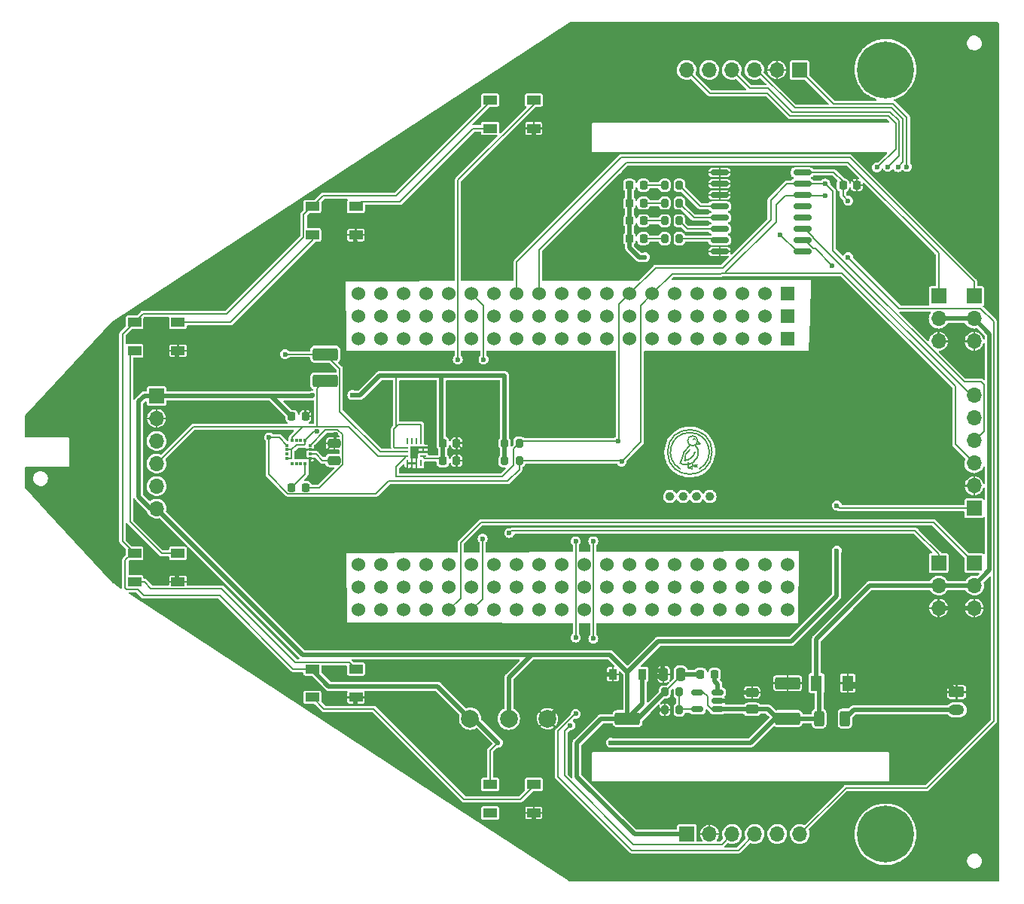
<source format=gbr>
G04 #@! TF.GenerationSoftware,KiCad,Pcbnew,(6.0.7)*
G04 #@! TF.CreationDate,2023-01-30T12:15:33-08:00*
G04 #@! TF.ProjectId,RobotDriver3,526f626f-7444-4726-9976-6572332e6b69,rev?*
G04 #@! TF.SameCoordinates,Original*
G04 #@! TF.FileFunction,Copper,L1,Top*
G04 #@! TF.FilePolarity,Positive*
%FSLAX46Y46*%
G04 Gerber Fmt 4.6, Leading zero omitted, Abs format (unit mm)*
G04 Created by KiCad (PCBNEW (6.0.7)) date 2023-01-30 12:15:33*
%MOMM*%
%LPD*%
G01*
G04 APERTURE LIST*
G04 Aperture macros list*
%AMRoundRect*
0 Rectangle with rounded corners*
0 $1 Rounding radius*
0 $2 $3 $4 $5 $6 $7 $8 $9 X,Y pos of 4 corners*
0 Add a 4 corners polygon primitive as box body*
4,1,4,$2,$3,$4,$5,$6,$7,$8,$9,$2,$3,0*
0 Add four circle primitives for the rounded corners*
1,1,$1+$1,$2,$3*
1,1,$1+$1,$4,$5*
1,1,$1+$1,$6,$7*
1,1,$1+$1,$8,$9*
0 Add four rect primitives between the rounded corners*
20,1,$1+$1,$2,$3,$4,$5,0*
20,1,$1+$1,$4,$5,$6,$7,0*
20,1,$1+$1,$6,$7,$8,$9,0*
20,1,$1+$1,$8,$9,$2,$3,0*%
G04 Aperture macros list end*
G04 #@! TA.AperFunction,EtchedComponent*
%ADD10C,0.200000*%
G04 #@! TD*
G04 #@! TA.AperFunction,EtchedComponent*
%ADD11C,0.160000*%
G04 #@! TD*
G04 #@! TA.AperFunction,EtchedComponent*
%ADD12C,0.500000*%
G04 #@! TD*
G04 #@! TA.AperFunction,SMDPad,CuDef*
%ADD13RoundRect,0.150000X0.512500X0.150000X-0.512500X0.150000X-0.512500X-0.150000X0.512500X-0.150000X0*%
G04 #@! TD*
G04 #@! TA.AperFunction,SMDPad,CuDef*
%ADD14RoundRect,0.250000X-1.175000X-0.450000X1.175000X-0.450000X1.175000X0.450000X-1.175000X0.450000X0*%
G04 #@! TD*
G04 #@! TA.AperFunction,SMDPad,CuDef*
%ADD15RoundRect,0.225000X-0.225000X-0.250000X0.225000X-0.250000X0.225000X0.250000X-0.225000X0.250000X0*%
G04 #@! TD*
G04 #@! TA.AperFunction,ComponentPad*
%ADD16R,1.700000X1.700000*%
G04 #@! TD*
G04 #@! TA.AperFunction,ComponentPad*
%ADD17O,1.700000X1.700000*%
G04 #@! TD*
G04 #@! TA.AperFunction,SMDPad,CuDef*
%ADD18RoundRect,0.200000X-0.200000X-0.275000X0.200000X-0.275000X0.200000X0.275000X-0.200000X0.275000X0*%
G04 #@! TD*
G04 #@! TA.AperFunction,SMDPad,CuDef*
%ADD19RoundRect,0.218750X0.218750X0.256250X-0.218750X0.256250X-0.218750X-0.256250X0.218750X-0.256250X0*%
G04 #@! TD*
G04 #@! TA.AperFunction,ComponentPad*
%ADD20C,0.800000*%
G04 #@! TD*
G04 #@! TA.AperFunction,ComponentPad*
%ADD21C,6.400000*%
G04 #@! TD*
G04 #@! TA.AperFunction,SMDPad,CuDef*
%ADD22RoundRect,0.250000X0.312500X0.625000X-0.312500X0.625000X-0.312500X-0.625000X0.312500X-0.625000X0*%
G04 #@! TD*
G04 #@! TA.AperFunction,ComponentPad*
%ADD23R,1.524000X1.524000*%
G04 #@! TD*
G04 #@! TA.AperFunction,ComponentPad*
%ADD24C,1.524000*%
G04 #@! TD*
G04 #@! TA.AperFunction,SMDPad,CuDef*
%ADD25RoundRect,0.250000X0.250000X0.475000X-0.250000X0.475000X-0.250000X-0.475000X0.250000X-0.475000X0*%
G04 #@! TD*
G04 #@! TA.AperFunction,SMDPad,CuDef*
%ADD26R,1.500000X1.000000*%
G04 #@! TD*
G04 #@! TA.AperFunction,SMDPad,CuDef*
%ADD27R,0.450000X0.300000*%
G04 #@! TD*
G04 #@! TA.AperFunction,SMDPad,CuDef*
%ADD28R,0.300000X0.450000*%
G04 #@! TD*
G04 #@! TA.AperFunction,ComponentPad*
%ADD29C,2.000000*%
G04 #@! TD*
G04 #@! TA.AperFunction,ComponentPad*
%ADD30RoundRect,0.250000X-0.625000X0.350000X-0.625000X-0.350000X0.625000X-0.350000X0.625000X0.350000X0*%
G04 #@! TD*
G04 #@! TA.AperFunction,ComponentPad*
%ADD31O,1.750000X1.200000*%
G04 #@! TD*
G04 #@! TA.AperFunction,SMDPad,CuDef*
%ADD32R,1.300000X1.700000*%
G04 #@! TD*
G04 #@! TA.AperFunction,SMDPad,CuDef*
%ADD33RoundRect,0.200000X0.200000X0.275000X-0.200000X0.275000X-0.200000X-0.275000X0.200000X-0.275000X0*%
G04 #@! TD*
G04 #@! TA.AperFunction,SMDPad,CuDef*
%ADD34RoundRect,0.150000X-0.875000X-0.150000X0.875000X-0.150000X0.875000X0.150000X-0.875000X0.150000X0*%
G04 #@! TD*
G04 #@! TA.AperFunction,SMDPad,CuDef*
%ADD35RoundRect,0.250000X0.475000X-0.250000X0.475000X0.250000X-0.475000X0.250000X-0.475000X-0.250000X0*%
G04 #@! TD*
G04 #@! TA.AperFunction,SMDPad,CuDef*
%ADD36R,0.900000X1.200000*%
G04 #@! TD*
G04 #@! TA.AperFunction,SMDPad,CuDef*
%ADD37R,0.250000X0.675000*%
G04 #@! TD*
G04 #@! TA.AperFunction,SMDPad,CuDef*
%ADD38R,0.675000X0.250000*%
G04 #@! TD*
G04 #@! TA.AperFunction,ViaPad*
%ADD39C,0.600000*%
G04 #@! TD*
G04 #@! TA.AperFunction,Conductor*
%ADD40C,0.500000*%
G04 #@! TD*
G04 #@! TA.AperFunction,Conductor*
%ADD41C,0.160000*%
G04 #@! TD*
G04 #@! TA.AperFunction,Conductor*
%ADD42C,0.200000*%
G04 #@! TD*
G04 #@! TA.AperFunction,Conductor*
%ADD43C,0.150000*%
G04 #@! TD*
G04 APERTURE END LIST*
D10*
X159800000Y-61395710D02*
X159787996Y-61146914D01*
X160382558Y-61561450D02*
X160273702Y-61202597D01*
X160379085Y-61128065D02*
X160614398Y-60900241D01*
X160937407Y-60022451D02*
X160895035Y-59725950D01*
X160101295Y-61297751D02*
X160379085Y-61128065D01*
X160778054Y-59458630D02*
X160593750Y-59237139D01*
X160792579Y-60628467D02*
X160902531Y-60329667D01*
X159489050Y-61424715D02*
X159798327Y-61398730D01*
X160902531Y-60329667D02*
X160937407Y-60022451D01*
X159849257Y-61768905D02*
X159800000Y-61395710D01*
X159798327Y-61398730D02*
X160101295Y-61297751D01*
X158927802Y-61250000D02*
X159192723Y-61374087D01*
X159192723Y-61374087D02*
X159489050Y-61424715D01*
X160895035Y-59725950D02*
X160778054Y-59458630D01*
X160614398Y-60900241D02*
X160792579Y-60628467D01*
D11*
X160763205Y-59086558D02*
G75*
G03*
X161178844Y-59108704I239175J577408D01*
G01*
X159426188Y-60957554D02*
G75*
G03*
X160575946Y-60000734I-65790J1248266D01*
G01*
X160286757Y-61768905D02*
G75*
G03*
X160286757Y-61893905I0J-62500D01*
G01*
X160820058Y-61436451D02*
G75*
G03*
X160320186Y-61561377I-31378J-936989D01*
G01*
X160286757Y-61643905D02*
G75*
G03*
X159786885Y-61768832I-31377J-936985D01*
G01*
D10*
X159696494Y-59608539D02*
G75*
G03*
X160031250Y-59237139I-742367J1005685D01*
G01*
D11*
X160620740Y-58592648D02*
G75*
G03*
X160379260Y-58592648I-120740J-32352D01*
G01*
D10*
X159696494Y-59608539D02*
G75*
G03*
X159190634Y-60547561I742356J-1005681D01*
G01*
D11*
X160869179Y-58830713D02*
G75*
G03*
X161178836Y-59108849I548631J299363D01*
G01*
X160820058Y-61436450D02*
G75*
G03*
X160820058Y-61561450I2J-62500D01*
G01*
X159986604Y-59756931D02*
G75*
G03*
X159426162Y-60957346I680309J-1048654D01*
G01*
D10*
X161093749Y-61894430D02*
G75*
G03*
X158906250Y-61894429I-1093749J1894430D01*
G01*
X158927802Y-61250000D02*
G75*
G03*
X159190636Y-60547562I-985385J769097D01*
G01*
D11*
X159786757Y-61768904D02*
G75*
G03*
X160286610Y-61893910I468620J811977D01*
G01*
X160820058Y-61561450D02*
G75*
G03*
X160820058Y-61686450I2J-62500D01*
G01*
X160286757Y-61643905D02*
G75*
G03*
X160286757Y-61768905I0J-62500D01*
G01*
X160320059Y-61561449D02*
G75*
G03*
X160819911Y-61686455I468621J811979D01*
G01*
D10*
X162500000Y-60000000D02*
G75*
G03*
X162500000Y-60000000I-2500000J0D01*
G01*
X160875000Y-58750000D02*
G75*
G03*
X160875000Y-58750000I-562500J0D01*
G01*
D12*
X161000000Y-65000000D02*
G75*
G03*
X161000000Y-65000000I-250000J0D01*
G01*
X159500000Y-65000000D02*
G75*
G03*
X159500000Y-65000000I-250000J0D01*
G01*
X162500000Y-65000000D02*
G75*
G03*
X162500000Y-65000000I-250000J0D01*
G01*
X158000000Y-65000000D02*
G75*
G03*
X158000000Y-65000000I-250000J0D01*
G01*
D13*
X163137500Y-88950000D03*
X163137500Y-88000000D03*
X163137500Y-87050000D03*
X160862500Y-87050000D03*
X160862500Y-88950000D03*
D14*
X171000000Y-86000000D03*
D15*
X115225000Y-64000000D03*
X116775000Y-64000000D03*
D14*
X119000000Y-49000000D03*
D16*
X187975000Y-42475000D03*
D17*
X187975000Y-45015000D03*
X187975000Y-47555000D03*
D18*
X139175000Y-59000000D03*
X140825000Y-59000000D03*
X139175000Y-61000000D03*
X140825000Y-61000000D03*
D19*
X162787500Y-85000000D03*
X161212500Y-85000000D03*
D15*
X132225000Y-59000000D03*
X133775000Y-59000000D03*
D20*
X183697056Y-101302944D03*
D21*
X182000000Y-103000000D03*
D20*
X182000000Y-100600000D03*
X183697056Y-104697056D03*
X184400000Y-103000000D03*
X180302944Y-101302944D03*
X179600000Y-103000000D03*
X180302944Y-104697056D03*
X182000000Y-105400000D03*
D22*
X177462500Y-90000000D03*
X174537500Y-90000000D03*
D18*
X157175000Y-34000000D03*
X158825000Y-34000000D03*
D23*
X171020000Y-47300000D03*
X171020000Y-44760000D03*
X171020000Y-42220000D03*
D24*
X168480000Y-47300000D03*
X168480000Y-42220000D03*
X168480000Y-44760000D03*
X165940000Y-44760000D03*
X165940000Y-42220000D03*
X165940000Y-47300000D03*
X163400000Y-47300000D03*
X163400000Y-44760000D03*
X163400000Y-42220000D03*
X160860000Y-47300000D03*
X160860000Y-42220000D03*
X160860000Y-44760000D03*
X158320000Y-42220000D03*
X158320000Y-47300000D03*
X158320000Y-44760000D03*
X155780000Y-42220000D03*
X155780000Y-44760000D03*
X155780000Y-47300000D03*
X153240000Y-42220000D03*
X153240000Y-44760000D03*
X153240000Y-47300000D03*
X150700000Y-44760000D03*
X150700000Y-42220000D03*
X150700000Y-47300000D03*
X148160000Y-44760000D03*
X148160000Y-42220000D03*
X148160000Y-47300000D03*
X145620000Y-47300000D03*
X145620000Y-42220000D03*
X145620000Y-44760000D03*
X143080000Y-47300000D03*
X143080000Y-44760000D03*
X143080000Y-42220000D03*
X140540000Y-47300000D03*
X140540000Y-42220000D03*
X140540000Y-44760000D03*
X138000000Y-44760000D03*
X138000000Y-47300000D03*
X138000000Y-42220000D03*
X135460000Y-44760000D03*
X135460000Y-42220000D03*
X135460000Y-47300000D03*
X132920000Y-42220000D03*
X132920000Y-44760000D03*
X132920000Y-47300000D03*
X130380000Y-44760000D03*
X130380000Y-47300000D03*
X130380000Y-42220000D03*
X127840000Y-44760000D03*
X127840000Y-47300000D03*
X127840000Y-42220000D03*
X125300000Y-42220000D03*
X125300000Y-44760000D03*
X125300000Y-47300000D03*
X122760000Y-47300000D03*
X122760000Y-44760000D03*
X122760000Y-42220000D03*
X122760000Y-77780000D03*
X122760000Y-75240000D03*
X122760000Y-72700000D03*
X125300000Y-72700000D03*
X125300000Y-77780000D03*
X125300000Y-75240000D03*
X127840000Y-77780000D03*
X127840000Y-75240000D03*
X127840000Y-72700000D03*
X130380000Y-77780000D03*
X130380000Y-75240000D03*
X130380000Y-72700000D03*
X132920000Y-77780000D03*
X132920000Y-75240000D03*
X132920000Y-72700000D03*
X135460000Y-72700000D03*
X135460000Y-75240000D03*
X135460000Y-77780000D03*
X138000000Y-72700000D03*
X138000000Y-77780000D03*
X138000000Y-75240000D03*
X140540000Y-72700000D03*
X140540000Y-75240000D03*
X140540000Y-77780000D03*
X143080000Y-77780000D03*
X143080000Y-75240000D03*
X143080000Y-72700000D03*
X145620000Y-75240000D03*
X145620000Y-72700000D03*
X145620000Y-77780000D03*
X148160000Y-75240000D03*
X148160000Y-72700000D03*
X148160000Y-77780000D03*
X150700000Y-77780000D03*
X150700000Y-75240000D03*
X150700000Y-72700000D03*
X153240000Y-72700000D03*
X153240000Y-75240000D03*
X153240000Y-77780000D03*
X155780000Y-75240000D03*
X155780000Y-77780000D03*
X155780000Y-72700000D03*
X158320000Y-72700000D03*
X158320000Y-75240000D03*
X158320000Y-77780000D03*
X160860000Y-72700000D03*
X160860000Y-77780000D03*
X160860000Y-75240000D03*
X163400000Y-75240000D03*
X163400000Y-77780000D03*
X163400000Y-72700000D03*
X165940000Y-77780000D03*
X165940000Y-72700000D03*
X165940000Y-75240000D03*
X168480000Y-72700000D03*
X168480000Y-77780000D03*
X168480000Y-75240000D03*
X171020000Y-72700000D03*
X171020000Y-77780000D03*
X171020000Y-75240000D03*
D16*
X191975000Y-72475000D03*
D17*
X191975000Y-75015000D03*
X191975000Y-77555000D03*
D25*
X158950000Y-85000000D03*
X157050000Y-85000000D03*
D26*
X97550000Y-71400000D03*
X97550000Y-74600000D03*
X102450000Y-74600000D03*
X102450000Y-71400000D03*
X117550000Y-32400000D03*
X117550000Y-35600000D03*
X122450000Y-35600000D03*
X122450000Y-32400000D03*
D18*
X157175000Y-30000000D03*
X158825000Y-30000000D03*
D27*
X114725000Y-59250000D03*
X114725000Y-59750000D03*
X114725000Y-60250000D03*
X114725000Y-60750000D03*
D28*
X115250000Y-61275000D03*
X115750000Y-61275000D03*
X116250000Y-61275000D03*
X116750000Y-61275000D03*
D27*
X117275000Y-60750000D03*
X117275000Y-60250000D03*
X117275000Y-59750000D03*
X117275000Y-59250000D03*
D28*
X116750000Y-58725000D03*
X116250000Y-58725000D03*
X115750000Y-58725000D03*
X115250000Y-58725000D03*
D15*
X132225000Y-61000000D03*
X133775000Y-61000000D03*
D29*
X135300000Y-90000000D03*
D30*
X190000000Y-87000000D03*
D31*
X190000000Y-89000000D03*
D32*
X174250000Y-86000000D03*
X177750000Y-86000000D03*
D18*
X157175000Y-32000000D03*
X158825000Y-32000000D03*
D29*
X144000000Y-90000000D03*
D26*
X117550000Y-84400000D03*
X117550000Y-87600000D03*
X122450000Y-87600000D03*
X122450000Y-84400000D03*
X97550000Y-45400000D03*
X97550000Y-48600000D03*
X102450000Y-48600000D03*
X102450000Y-45400000D03*
D16*
X100025000Y-53675000D03*
D17*
X100025000Y-56215000D03*
X100025000Y-58755000D03*
X100025000Y-61295000D03*
X100025000Y-63835000D03*
X100025000Y-66375000D03*
D33*
X158825000Y-89000000D03*
X157175000Y-89000000D03*
D14*
X171000000Y-90000000D03*
D19*
X154787500Y-34000000D03*
X153212500Y-34000000D03*
D34*
X163350000Y-28555000D03*
X163350000Y-29825000D03*
X163350000Y-31095000D03*
X163350000Y-32365000D03*
X163350000Y-33635000D03*
X163350000Y-34905000D03*
X163350000Y-36175000D03*
X163350000Y-37445000D03*
X172650000Y-37445000D03*
X172650000Y-36175000D03*
X172650000Y-34905000D03*
X172650000Y-33635000D03*
X172650000Y-32365000D03*
X172650000Y-31095000D03*
X172650000Y-29825000D03*
X172650000Y-28555000D03*
D19*
X154787500Y-30000000D03*
X153212500Y-30000000D03*
D20*
X182000000Y-14600000D03*
X180302944Y-18697056D03*
X184400000Y-17000000D03*
X182000000Y-19400000D03*
X183697056Y-15302944D03*
X183697056Y-18697056D03*
X179600000Y-17000000D03*
D21*
X182000000Y-17000000D03*
D20*
X180302944Y-15302944D03*
D16*
X191975000Y-42475000D03*
D17*
X191975000Y-45015000D03*
X191975000Y-47555000D03*
D35*
X120000000Y-60950000D03*
X120000000Y-59050000D03*
D16*
X191975000Y-66350000D03*
D17*
X191975000Y-63810000D03*
X191975000Y-61270000D03*
X191975000Y-58730000D03*
X191975000Y-56190000D03*
X191975000Y-53650000D03*
D14*
X119000000Y-52000000D03*
D15*
X177225000Y-30000000D03*
X178775000Y-30000000D03*
D16*
X159675000Y-102975000D03*
D17*
X162215000Y-102975000D03*
X164755000Y-102975000D03*
X167295000Y-102975000D03*
X169835000Y-102975000D03*
X172375000Y-102975000D03*
D15*
X115225000Y-56000000D03*
X116775000Y-56000000D03*
D16*
X187975000Y-72475000D03*
D17*
X187975000Y-75015000D03*
X187975000Y-77555000D03*
D35*
X167000000Y-88950000D03*
X167000000Y-87050000D03*
D36*
X154650000Y-85000000D03*
X151350000Y-85000000D03*
D19*
X154787500Y-32000000D03*
X153212500Y-32000000D03*
D18*
X157175000Y-87000000D03*
X158825000Y-87000000D03*
D37*
X128250000Y-61262500D03*
X128750000Y-61262500D03*
X129250000Y-61262500D03*
X129750000Y-61262500D03*
D38*
X130012500Y-60500000D03*
X130012500Y-60000000D03*
X130012500Y-59500000D03*
D37*
X129750000Y-58737500D03*
X129250000Y-58737500D03*
X128750000Y-58737500D03*
X128250000Y-58737500D03*
D38*
X127987500Y-59500000D03*
X127987500Y-60000000D03*
X127987500Y-60500000D03*
D26*
X137550000Y-20400000D03*
X137550000Y-23600000D03*
X142450000Y-23600000D03*
X142450000Y-20400000D03*
D14*
X153000000Y-90000000D03*
D16*
X172325000Y-17025000D03*
D17*
X169785000Y-17025000D03*
X167245000Y-17025000D03*
X164705000Y-17025000D03*
X162165000Y-17025000D03*
X159625000Y-17025000D03*
D18*
X157175000Y-36000000D03*
X158825000Y-36000000D03*
D19*
X154787500Y-36000000D03*
X153212500Y-36000000D03*
D29*
X139650000Y-90000000D03*
D26*
X137550000Y-97400000D03*
X137550000Y-100600000D03*
X142450000Y-100600000D03*
X142450000Y-97400000D03*
D39*
X156500000Y-89000000D03*
X122428000Y-36322000D03*
X156972000Y-84074000D03*
X117450000Y-54800000D03*
X122428000Y-88138000D03*
X102362000Y-73914000D03*
X142494000Y-24130000D03*
X156464000Y-84582000D03*
X156435000Y-85315000D03*
X165500000Y-87500000D03*
X135850000Y-61250000D03*
X120190336Y-58039164D03*
X102362000Y-49276000D03*
X142494000Y-101092000D03*
X165000000Y-88000000D03*
X165950000Y-29150000D03*
X149152000Y-80998000D03*
X175200000Y-31150000D03*
X152325000Y-61075000D03*
X183400000Y-27950000D03*
X112700000Y-58350000D03*
X114500000Y-49000000D03*
X146550000Y-90750000D03*
X149152000Y-70048000D03*
X138430000Y-92710000D03*
X151130000Y-92710000D03*
X151950000Y-58750000D03*
X182250000Y-27940000D03*
X147168000Y-80882000D03*
X175225000Y-29825000D03*
X147168000Y-70032000D03*
X147168000Y-89468000D03*
X184404000Y-27940000D03*
X177800000Y-31750000D03*
X176530000Y-66040000D03*
X118065586Y-57715586D03*
X117580500Y-53650000D03*
X154940000Y-38100000D03*
X122050000Y-53600000D03*
X176530000Y-71120000D03*
X139700000Y-69109500D03*
X136800000Y-49600000D03*
X136700000Y-69750000D03*
X133912000Y-49603000D03*
X181050000Y-28000000D03*
X170180000Y-35560000D03*
X176000000Y-39050000D03*
X177800000Y-38100000D03*
D40*
X156750000Y-85000000D02*
X156435000Y-85315000D01*
X149950000Y-85000000D02*
X151350000Y-85000000D01*
D41*
X142450000Y-100600000D02*
X142450000Y-101048000D01*
X122428000Y-36322000D02*
X122428000Y-35622000D01*
D40*
X144000000Y-90000000D02*
X145100000Y-88900000D01*
D42*
X163350000Y-29825000D02*
X165275000Y-29825000D01*
D40*
X190000000Y-87000000D02*
X189360000Y-86360000D01*
D42*
X163137500Y-88000000D02*
X164250000Y-88000000D01*
D41*
X142450000Y-101048000D02*
X142494000Y-101092000D01*
D42*
X129550000Y-60000000D02*
X130012500Y-60000000D01*
D40*
X157050000Y-85000000D02*
X156750000Y-85000000D01*
D42*
X130012500Y-59500000D02*
X130012500Y-60000000D01*
X169150000Y-29150000D02*
X165950000Y-29150000D01*
X116800000Y-59800000D02*
X116800000Y-60550000D01*
D41*
X120190336Y-58039164D02*
X120190336Y-58859664D01*
D42*
X134300000Y-62150000D02*
X129600000Y-62150000D01*
X170400000Y-27900000D02*
X169150000Y-29150000D01*
D40*
X163137500Y-88000000D02*
X165000000Y-88000000D01*
D42*
X129250000Y-61800000D02*
X129250000Y-61262500D01*
X116850000Y-59750000D02*
X116800000Y-59800000D01*
X135600000Y-61000000D02*
X135850000Y-61250000D01*
X128750000Y-61262500D02*
X129250000Y-61262500D01*
X117000000Y-60750000D02*
X117275000Y-60750000D01*
D40*
X163355000Y-31100000D02*
X163350000Y-31095000D01*
X167000000Y-87050000D02*
X165950000Y-87050000D01*
X189145000Y-77555000D02*
X190415000Y-77555000D01*
D41*
X102362000Y-48688000D02*
X102450000Y-48600000D01*
X117450000Y-55325000D02*
X116775000Y-56000000D01*
D42*
X129250000Y-61262500D02*
X129250000Y-60300000D01*
X133775000Y-59000000D02*
X135850000Y-61075000D01*
D41*
X156972000Y-84922000D02*
X157050000Y-85000000D01*
D40*
X156972000Y-84778000D02*
X156750000Y-85000000D01*
D41*
X102362000Y-49276000D02*
X102362000Y-48688000D01*
D40*
X156972000Y-84074000D02*
X156972000Y-84778000D01*
D42*
X176675000Y-27900000D02*
X178775000Y-30000000D01*
X170400000Y-27900000D02*
X176675000Y-27900000D01*
X157175000Y-89000000D02*
X156500000Y-89000000D01*
D41*
X142494000Y-23644000D02*
X142450000Y-23600000D01*
D42*
X165950000Y-29150000D02*
X164005000Y-31095000D01*
X165505000Y-28555000D02*
X163350000Y-28555000D01*
X165950000Y-29000000D02*
X165505000Y-28555000D01*
D40*
X145100000Y-88900000D02*
X146050000Y-88900000D01*
D42*
X133775000Y-61000000D02*
X133775000Y-59000000D01*
D40*
X165000000Y-88000000D02*
X165950000Y-87050000D01*
D42*
X165950000Y-29150000D02*
X165950000Y-29000000D01*
D41*
X122428000Y-35622000D02*
X122450000Y-35600000D01*
D42*
X128250000Y-61262500D02*
X128750000Y-61262500D01*
X165000000Y-88000000D02*
X164250000Y-88000000D01*
X135850000Y-61250000D02*
X135200000Y-61250000D01*
D41*
X156882000Y-85000000D02*
X157050000Y-85000000D01*
X120190336Y-58859664D02*
X120000000Y-59050000D01*
D40*
X178110000Y-86360000D02*
X177750000Y-86000000D01*
X187975000Y-77555000D02*
X189145000Y-77555000D01*
D42*
X133775000Y-61000000D02*
X135600000Y-61000000D01*
X129250000Y-60300000D02*
X129550000Y-60000000D01*
D41*
X122450000Y-87600000D02*
X122450000Y-88116000D01*
D40*
X146050000Y-88900000D02*
X149950000Y-85000000D01*
D42*
X117275000Y-59750000D02*
X119300000Y-59750000D01*
X116800000Y-60550000D02*
X117000000Y-60750000D01*
D41*
X142494000Y-24130000D02*
X142494000Y-23644000D01*
D42*
X117275000Y-59750000D02*
X116850000Y-59750000D01*
D41*
X117450000Y-54800000D02*
X117450000Y-55325000D01*
D40*
X190415000Y-77555000D02*
X191975000Y-77555000D01*
D41*
X102362000Y-74512000D02*
X102450000Y-74600000D01*
D42*
X135200000Y-61250000D02*
X134300000Y-62150000D01*
D40*
X189360000Y-86360000D02*
X178110000Y-86360000D01*
D42*
X135850000Y-61075000D02*
X135850000Y-61250000D01*
D41*
X156464000Y-84582000D02*
X156882000Y-85000000D01*
D42*
X165275000Y-29825000D02*
X165950000Y-29150000D01*
X119300000Y-59750000D02*
X120000000Y-59050000D01*
D41*
X122450000Y-88116000D02*
X122428000Y-88138000D01*
X156972000Y-84074000D02*
X156972000Y-84922000D01*
D42*
X129600000Y-62150000D02*
X129250000Y-61800000D01*
D41*
X102362000Y-73914000D02*
X102362000Y-74512000D01*
D42*
X164005000Y-31095000D02*
X163350000Y-31095000D01*
D41*
X171800000Y-21300000D02*
X167525000Y-17025000D01*
X154500000Y-43500000D02*
X155780000Y-42220000D01*
X183400000Y-27950000D02*
X183950000Y-27400000D01*
X112650000Y-58400000D02*
X112650000Y-62543467D01*
X126111594Y-63300000D02*
X139515000Y-63300000D01*
X182700000Y-21300000D02*
X171800000Y-21300000D01*
X124706594Y-64705000D02*
X126111594Y-63300000D01*
X112650000Y-62543467D02*
X114811533Y-64705000D01*
X149152000Y-80998000D02*
X149152000Y-70048000D01*
X183950000Y-22550000D02*
X182700000Y-21300000D01*
X112700000Y-58350000D02*
X113825000Y-58350000D01*
X113825000Y-58350000D02*
X114725000Y-59250000D01*
X140825000Y-61990000D02*
X140825000Y-61000000D01*
X175200000Y-31150000D02*
X170700000Y-31150000D01*
X152250000Y-61000000D02*
X140825000Y-61000000D01*
X158046000Y-39954000D02*
X161874000Y-39954000D01*
X183950000Y-27400000D02*
X183950000Y-22550000D01*
X169700000Y-32150000D02*
X169700000Y-34150000D01*
X139515000Y-63300000D02*
X140825000Y-61990000D01*
X120655000Y-55446594D02*
X120655000Y-50655000D01*
X163590000Y-104140000D02*
X164755000Y-102975000D01*
X125208406Y-60000000D02*
X120655000Y-55446594D01*
X145900000Y-91400000D02*
X145900000Y-96370000D01*
X191975000Y-61270000D02*
X189850000Y-59145000D01*
X114811533Y-64705000D02*
X124706594Y-64705000D01*
X177128000Y-39878000D02*
X163574599Y-39878000D01*
X112700000Y-58350000D02*
X112650000Y-58400000D01*
X120655000Y-50655000D02*
X119000000Y-49000000D01*
X154500000Y-58900000D02*
X154500000Y-43500000D01*
X127987500Y-60000000D02*
X125208406Y-60000000D01*
X146550000Y-90750000D02*
X145900000Y-91400000D01*
X167525000Y-17025000D02*
X167245000Y-17025000D01*
X153670000Y-104140000D02*
X163590000Y-104140000D01*
X169700000Y-34150000D02*
X164000000Y-39850000D01*
X145900000Y-96370000D02*
X153670000Y-104140000D01*
X163498599Y-39954000D02*
X161798000Y-39954000D01*
X163574599Y-39878000D02*
X163498599Y-39954000D01*
X152325000Y-61075000D02*
X154500000Y-58900000D01*
X189850000Y-59145000D02*
X189850000Y-52600000D01*
X189850000Y-52600000D02*
X177128000Y-39878000D01*
X170700000Y-31150000D02*
X169700000Y-32150000D01*
X152325000Y-61075000D02*
X152250000Y-61000000D01*
X114500000Y-49000000D02*
X119000000Y-49000000D01*
X155780000Y-42220000D02*
X158046000Y-39954000D01*
D42*
X116550000Y-35850000D02*
X116550000Y-34886000D01*
X116586000Y-33274000D02*
X117460000Y-32400000D01*
X116586000Y-34850000D02*
X116586000Y-33274000D01*
D40*
X135720000Y-90000000D02*
X138430000Y-92710000D01*
X174537500Y-86287500D02*
X174250000Y-86000000D01*
X166834239Y-92710000D02*
X169544239Y-90000000D01*
D42*
X97893026Y-75438000D02*
X98605026Y-76150000D01*
D40*
X174250000Y-81020000D02*
X174250000Y-86000000D01*
D42*
X116550000Y-34886000D02*
X116586000Y-34850000D01*
X96520000Y-72180000D02*
X96520000Y-75320000D01*
X107150000Y-76150000D02*
X115400000Y-84400000D01*
D40*
X193700000Y-73290000D02*
X193700000Y-46740000D01*
D42*
X126950000Y-31200000D02*
X118750000Y-31200000D01*
D40*
X135300000Y-90000000D02*
X135720000Y-90000000D01*
X191975000Y-75015000D02*
X193700000Y-73290000D01*
X117550000Y-84530000D02*
X117550000Y-84400000D01*
D42*
X118750000Y-31200000D02*
X117550000Y-32400000D01*
D40*
X174537500Y-90000000D02*
X174537500Y-86287500D01*
D42*
X162000000Y-87500000D02*
X161550000Y-87050000D01*
D40*
X180255000Y-75015000D02*
X174250000Y-81020000D01*
X167000000Y-88950000D02*
X168820000Y-88950000D01*
D42*
X117460000Y-32400000D02*
X117550000Y-32400000D01*
D40*
X168820000Y-88950000D02*
X170040000Y-90170000D01*
D42*
X137550000Y-20400000D02*
X137550000Y-20600000D01*
D40*
X193700000Y-46740000D02*
X191975000Y-45015000D01*
D42*
X97550000Y-45400000D02*
X98500000Y-44450000D01*
D41*
X137550000Y-97400000D02*
X137550000Y-93590000D01*
D40*
X135300000Y-90000000D02*
X131660000Y-86360000D01*
D42*
X107950000Y-44450000D02*
X116550000Y-35850000D01*
X96200000Y-70050000D02*
X97550000Y-71400000D01*
X96200000Y-46750000D02*
X96200000Y-70050000D01*
D40*
X187975000Y-75015000D02*
X180255000Y-75015000D01*
X131660000Y-86360000D02*
X119380000Y-86360000D01*
D42*
X96638000Y-75438000D02*
X97893026Y-75438000D01*
X161550000Y-87050000D02*
X160862500Y-87050000D01*
X97550000Y-71400000D02*
X97300000Y-71400000D01*
X97300000Y-71400000D02*
X96520000Y-72180000D01*
X98605026Y-76150000D02*
X107150000Y-76150000D01*
D40*
X119380000Y-86360000D02*
X117550000Y-84530000D01*
D42*
X97550000Y-45400000D02*
X96200000Y-46750000D01*
X162000000Y-88500000D02*
X162000000Y-87500000D01*
D40*
X191975000Y-75015000D02*
X187975000Y-75015000D01*
D42*
X162450000Y-88950000D02*
X162000000Y-88500000D01*
D40*
X170830000Y-90170000D02*
X171000000Y-90000000D01*
D42*
X137550000Y-20600000D02*
X126950000Y-31200000D01*
X115400000Y-84400000D02*
X117550000Y-84400000D01*
D40*
X171000000Y-90000000D02*
X174537500Y-90000000D01*
D42*
X96520000Y-75320000D02*
X96638000Y-75438000D01*
X98500000Y-44450000D02*
X107950000Y-44450000D01*
D40*
X151130000Y-92710000D02*
X166834239Y-92710000D01*
X191975000Y-45015000D02*
X187975000Y-45015000D01*
D41*
X137550000Y-93590000D02*
X138430000Y-92710000D01*
D40*
X163137500Y-88950000D02*
X167000000Y-88950000D01*
X170040000Y-90170000D02*
X170830000Y-90170000D01*
D42*
X163137500Y-88950000D02*
X162450000Y-88950000D01*
D40*
X169544239Y-90000000D02*
X171000000Y-90000000D01*
D41*
X118110000Y-57150000D02*
X121600000Y-57150000D01*
X193055000Y-52405000D02*
X193055000Y-57650000D01*
X127000000Y-62750000D02*
X138898112Y-62750000D01*
X165470000Y-104800000D02*
X167295000Y-102975000D01*
X152050000Y-43410000D02*
X152050000Y-58650000D01*
X121600000Y-57150000D02*
X124950000Y-60500000D01*
D42*
X163685909Y-39300000D02*
X156160000Y-39300000D01*
D41*
X151950000Y-58750000D02*
X141075000Y-58750000D01*
X118110000Y-57150000D02*
X118110000Y-52890000D01*
X183500000Y-22750000D02*
X182500000Y-21750000D01*
X176100000Y-30700000D02*
X176100000Y-37336594D01*
D42*
X175225000Y-29825000D02*
X170925000Y-29825000D01*
D41*
X115250000Y-58725000D02*
X115250000Y-58340000D01*
X116440000Y-57150000D02*
X118110000Y-57150000D01*
X127987500Y-60500000D02*
X127987500Y-60677500D01*
X127987500Y-60677500D02*
X127000000Y-61665000D01*
D42*
X169100000Y-33885909D02*
X163685909Y-39300000D01*
X170925000Y-29825000D02*
X169100000Y-31650000D01*
D41*
X116440000Y-57150000D02*
X104170000Y-57150000D01*
X176100000Y-37336594D02*
X190863406Y-52100000D01*
X183500000Y-26690000D02*
X183500000Y-22750000D01*
X147168000Y-70032000D02*
X147168000Y-80882000D01*
X145200000Y-96550000D02*
X153450000Y-104800000D01*
X182250000Y-27940000D02*
X183500000Y-26690000D01*
X140195000Y-61453112D02*
X140195000Y-59630000D01*
X192750000Y-52100000D02*
X193055000Y-52405000D01*
X153240000Y-42220000D02*
X152050000Y-43410000D01*
X190863406Y-52100000D02*
X192750000Y-52100000D01*
X145200000Y-91350466D02*
X145200000Y-96550000D01*
D42*
X169100000Y-31650000D02*
X169100000Y-33885909D01*
D41*
X124950000Y-60500000D02*
X127987500Y-60500000D01*
X147082466Y-89468000D02*
X145200000Y-91350466D01*
X115250000Y-58340000D02*
X116440000Y-57150000D01*
X127000000Y-61665000D02*
X127000000Y-62750000D01*
X153450000Y-104800000D02*
X165470000Y-104800000D01*
X118110000Y-52890000D02*
X119000000Y-52000000D01*
X193055000Y-57650000D02*
X191975000Y-58730000D01*
X182500000Y-21750000D02*
X171531594Y-21750000D01*
X171531594Y-21750000D02*
X168831594Y-19050000D01*
X152050000Y-58650000D02*
X151950000Y-58750000D01*
X166730000Y-19050000D02*
X164705000Y-17025000D01*
X141075000Y-58750000D02*
X140825000Y-59000000D01*
X104170000Y-57150000D02*
X100025000Y-61295000D01*
X168831594Y-19050000D02*
X166730000Y-19050000D01*
D42*
X156160000Y-39300000D02*
X153240000Y-42220000D01*
D41*
X147168000Y-89468000D02*
X147082466Y-89468000D01*
X138898112Y-62750000D02*
X140195000Y-61453112D01*
X140195000Y-59630000D02*
X140825000Y-59000000D01*
X175225000Y-29825000D02*
X176100000Y-30700000D01*
D42*
X115150000Y-60750000D02*
X115200000Y-60700000D01*
X117759414Y-57715586D02*
X116750000Y-58725000D01*
X176128000Y-20828000D02*
X172325000Y-17025000D01*
X115200000Y-60700000D02*
X115200000Y-59800000D01*
D40*
X100025000Y-66375000D02*
X116454000Y-82804000D01*
X153212500Y-34000000D02*
X153212500Y-32000000D01*
X153775000Y-102975000D02*
X159675000Y-102975000D01*
X122930000Y-53600000D02*
X125095000Y-51435000D01*
X139175000Y-59000000D02*
X139175000Y-51435000D01*
D42*
X177225000Y-29596751D02*
X177225000Y-30000000D01*
D40*
X99395000Y-66375000D02*
X100025000Y-66375000D01*
X171450000Y-81280000D02*
X176530000Y-76200000D01*
X147320000Y-96520000D02*
X153775000Y-102975000D01*
X98050000Y-54300000D02*
X98050000Y-65030000D01*
D41*
X130218500Y-60706000D02*
X131826000Y-60706000D01*
X127254000Y-56896000D02*
X127000000Y-57150000D01*
D42*
X184404000Y-22352000D02*
X182880000Y-20828000D01*
D40*
X153000000Y-84800000D02*
X151004000Y-82804000D01*
X139175000Y-51435000D02*
X132080000Y-51435000D01*
X98050000Y-65030000D02*
X99395000Y-66375000D01*
X153000000Y-90000000D02*
X153000000Y-84800000D01*
X154175000Y-90000000D02*
X157175000Y-87000000D01*
D41*
X191975000Y-66350000D02*
X176840000Y-66350000D01*
D42*
X158950000Y-85225000D02*
X157175000Y-87000000D01*
D40*
X158950000Y-85000000D02*
X161212500Y-85000000D01*
X132225000Y-59000000D02*
X132080000Y-58855000D01*
X132080000Y-58855000D02*
X132080000Y-51435000D01*
X153000000Y-90000000D02*
X150030000Y-90000000D01*
X113050000Y-53700000D02*
X113000000Y-53750000D01*
X122050000Y-53600000D02*
X122930000Y-53600000D01*
D42*
X114725000Y-60750000D02*
X115150000Y-60750000D01*
D40*
X100025000Y-53675000D02*
X112900000Y-53675000D01*
D42*
X115200000Y-59750000D02*
X115750000Y-59200000D01*
D40*
X176530000Y-76200000D02*
X176530000Y-71120000D01*
X153000000Y-90000000D02*
X154175000Y-90000000D01*
X139650000Y-85394000D02*
X139650000Y-90000000D01*
X139175000Y-61000000D02*
X139175000Y-59000000D01*
X153000000Y-90000000D02*
X154650000Y-88350000D01*
X154650000Y-88350000D02*
X154650000Y-85000000D01*
D42*
X115150000Y-59750000D02*
X114725000Y-59750000D01*
D40*
X117580500Y-53650000D02*
X117530500Y-53700000D01*
D42*
X118065586Y-57715586D02*
X117759414Y-57715586D01*
D40*
X156464000Y-81280000D02*
X171450000Y-81280000D01*
X147320000Y-92710000D02*
X147320000Y-96520000D01*
D41*
X126746000Y-59436000D02*
X126810000Y-59500000D01*
D40*
X132225000Y-61000000D02*
X132225000Y-59000000D01*
D41*
X129750000Y-58737500D02*
X129750000Y-56896000D01*
D40*
X153000000Y-84800000D02*
X153000000Y-84744000D01*
D42*
X177225000Y-30000000D02*
X177225000Y-31175000D01*
X172650000Y-28555000D02*
X176183249Y-28555000D01*
X184404000Y-27940000D02*
X184404000Y-22352000D01*
D41*
X126810000Y-59500000D02*
X127987500Y-59500000D01*
D42*
X177225000Y-31175000D02*
X177800000Y-31750000D01*
X115200000Y-59800000D02*
X115150000Y-59750000D01*
D41*
X176840000Y-66350000D02*
X176530000Y-66040000D01*
X127000000Y-57150000D02*
X126746000Y-57404000D01*
D42*
X115200000Y-59800000D02*
X115200000Y-59750000D01*
X176183249Y-28555000D02*
X177225000Y-29596751D01*
D40*
X100025000Y-53675000D02*
X98675000Y-53675000D01*
X153000000Y-84744000D02*
X156464000Y-81280000D01*
X151004000Y-82804000D02*
X142240000Y-82804000D01*
D41*
X130012500Y-60500000D02*
X130218500Y-60706000D01*
D42*
X115750000Y-59200000D02*
X116650000Y-59200000D01*
D40*
X114067500Y-54842500D02*
X115225000Y-56000000D01*
D41*
X132120000Y-61000000D02*
X132225000Y-61000000D01*
D40*
X117530500Y-53700000D02*
X113050000Y-53700000D01*
D42*
X116650000Y-59200000D02*
X116750000Y-59100000D01*
D40*
X154940000Y-38100000D02*
X154305000Y-38100000D01*
D41*
X131826000Y-60706000D02*
X132120000Y-61000000D01*
X129750000Y-56896000D02*
X127254000Y-56896000D01*
D42*
X182880000Y-20828000D02*
X176128000Y-20828000D01*
D41*
X126746000Y-57404000D02*
X126746000Y-59436000D01*
D42*
X116750000Y-59100000D02*
X116750000Y-58725000D01*
D40*
X153212500Y-32000000D02*
X153212500Y-30000000D01*
X125095000Y-51435000D02*
X127000000Y-51435000D01*
X153212500Y-37007500D02*
X153212500Y-36000000D01*
D42*
X158950000Y-85000000D02*
X158950000Y-85225000D01*
D40*
X150030000Y-90000000D02*
X147320000Y-92710000D01*
D41*
X127000000Y-57150000D02*
X127000000Y-51435000D01*
D40*
X116454000Y-82804000D02*
X142240000Y-82804000D01*
X142240000Y-82804000D02*
X139650000Y-85394000D01*
X154305000Y-38100000D02*
X153212500Y-37007500D01*
X153212500Y-34000000D02*
X153212500Y-36000000D01*
X127000000Y-51435000D02*
X132080000Y-51435000D01*
X112900000Y-53675000D02*
X114067500Y-54842500D01*
X98675000Y-53675000D02*
X98050000Y-54300000D01*
D41*
X143080000Y-42220000D02*
X143080000Y-37260000D01*
X152890000Y-27450000D02*
X177781873Y-27450000D01*
X187975000Y-37643127D02*
X187975000Y-42475000D01*
X177781873Y-27450000D02*
X187975000Y-37643127D01*
X143080000Y-37260000D02*
X152890000Y-27450000D01*
X140540000Y-38610000D02*
X152300000Y-26850000D01*
X177980000Y-26850000D02*
X191975000Y-40845000D01*
X152300000Y-26850000D02*
X177980000Y-26850000D01*
X191975000Y-40845000D02*
X191975000Y-42475000D01*
X140540000Y-42220000D02*
X140540000Y-38610000D01*
X185420000Y-68890000D02*
X139919500Y-68890000D01*
D43*
X136590000Y-43350000D02*
X135460000Y-42220000D01*
X136800000Y-43550000D02*
X136600000Y-43350000D01*
D41*
X139919500Y-68890000D02*
X139700000Y-69109500D01*
X187975000Y-72475000D02*
X187975000Y-71465000D01*
D43*
X136800000Y-49600000D02*
X136800000Y-43550000D01*
D41*
X185420000Y-68910000D02*
X185420000Y-68890000D01*
X187975000Y-71465000D02*
X185420000Y-68910000D01*
D43*
X136600000Y-43350000D02*
X136590000Y-43350000D01*
D41*
X134250000Y-76450000D02*
X132920000Y-77780000D01*
X134250000Y-70200000D02*
X134250000Y-76450000D01*
X187400000Y-67900000D02*
X136550000Y-67900000D01*
X136550000Y-67900000D02*
X134250000Y-70200000D01*
X191975000Y-72475000D02*
X187400000Y-67900000D01*
X133912000Y-49603000D02*
X133912000Y-29438000D01*
X133912000Y-29438000D02*
X142450000Y-20900000D01*
X142450000Y-20900000D02*
X142450000Y-20400000D01*
X136700000Y-76540000D02*
X135460000Y-77780000D01*
X136700000Y-69750000D02*
X136700000Y-76540000D01*
D40*
X178462500Y-89000000D02*
X190000000Y-89000000D01*
X177462500Y-90000000D02*
X178462500Y-89000000D01*
D42*
X154787500Y-36000000D02*
X157175000Y-36000000D01*
X158825000Y-36000000D02*
X163175000Y-36000000D01*
X163175000Y-36000000D02*
X163350000Y-36175000D01*
X160862500Y-88950000D02*
X158875000Y-88950000D01*
X158875000Y-88950000D02*
X158825000Y-89000000D01*
X158825000Y-89000000D02*
X158825000Y-87000000D01*
X154787500Y-34000000D02*
X157175000Y-34000000D01*
X159730000Y-34905000D02*
X163350000Y-34905000D01*
X158825000Y-34000000D02*
X159730000Y-34905000D01*
X154787500Y-32000000D02*
X157175000Y-32000000D01*
X160460000Y-33635000D02*
X163350000Y-33635000D01*
X158825000Y-32000000D02*
X160460000Y-33635000D01*
X154787500Y-30000000D02*
X157175000Y-30000000D01*
X158825000Y-30000000D02*
X161190000Y-32365000D01*
X161190000Y-32365000D02*
X163350000Y-32365000D01*
D40*
X162787500Y-85787500D02*
X162787500Y-85000000D01*
X163137500Y-86137500D02*
X162787500Y-85787500D01*
X163137500Y-87050000D02*
X163137500Y-86137500D01*
D41*
X181050000Y-28000000D02*
X183150000Y-25900000D01*
X172065000Y-37445000D02*
X170180000Y-35560000D01*
X183150000Y-23058314D02*
X182301686Y-22210000D01*
X162250000Y-19650000D02*
X159625000Y-17025000D01*
X168700000Y-19650000D02*
X162250000Y-19650000D01*
X182301686Y-22210000D02*
X171260000Y-22210000D01*
X172650000Y-37445000D02*
X172065000Y-37445000D01*
X183150000Y-25900000D02*
X183150000Y-23058314D01*
X171260000Y-22210000D02*
X168700000Y-19650000D01*
X174087599Y-37137599D02*
X173905000Y-37137599D01*
X183550000Y-43850000D02*
X192700000Y-43850000D01*
X172942401Y-36175000D02*
X172650000Y-36175000D01*
X192700000Y-43850000D02*
X194200000Y-45350000D01*
X194200000Y-45350000D02*
X194200000Y-90280000D01*
X194200000Y-90280000D02*
X186690000Y-97790000D01*
X186690000Y-97790000D02*
X177560000Y-97790000D01*
X177560000Y-97790000D02*
X172375000Y-102975000D01*
X177800000Y-38100000D02*
X183550000Y-43850000D01*
X173905000Y-37137599D02*
X172942401Y-36175000D01*
X176000000Y-39050000D02*
X174087599Y-37137599D01*
X173905000Y-35905000D02*
X173905000Y-35867599D01*
X173905000Y-35867599D02*
X172942401Y-34905000D01*
X191650000Y-53650000D02*
X173905000Y-35905000D01*
X191975000Y-53650000D02*
X191650000Y-53650000D01*
X172942401Y-34905000D02*
X172650000Y-34905000D01*
D42*
X122450000Y-32400000D02*
X123004000Y-31846000D01*
X135644974Y-23600000D02*
X137550000Y-23600000D01*
X127398975Y-31846000D02*
X135644974Y-23600000D01*
X123004000Y-31846000D02*
X127398975Y-31846000D01*
X97550000Y-48600000D02*
X97050000Y-49100000D01*
X100610000Y-71400000D02*
X102450000Y-71400000D01*
X97050000Y-67840000D02*
X100610000Y-71400000D01*
X97050000Y-49100000D02*
X97050000Y-67840000D01*
X117550000Y-36200000D02*
X117550000Y-35600000D01*
X102450000Y-45400000D02*
X108350000Y-45400000D01*
X108350000Y-45400000D02*
X117550000Y-36200000D01*
X99400000Y-75350000D02*
X107354000Y-75350000D01*
X121700000Y-83650000D02*
X122450000Y-84400000D01*
X107354000Y-75350000D02*
X115654000Y-83650000D01*
X115654000Y-83650000D02*
X121700000Y-83650000D01*
X98650000Y-74600000D02*
X99400000Y-75350000D01*
X97550000Y-74600000D02*
X98650000Y-74600000D01*
X117550000Y-87600000D02*
X118850000Y-88900000D01*
X118850000Y-88900000D02*
X124460000Y-88900000D01*
X124460000Y-88900000D02*
X134620000Y-99060000D01*
X142450000Y-97580000D02*
X142450000Y-97400000D01*
X140970000Y-99060000D02*
X142450000Y-97580000D01*
X134620000Y-99060000D02*
X140970000Y-99060000D01*
X116750000Y-62475000D02*
X115225000Y-64000000D01*
X116750000Y-61275000D02*
X116750000Y-62475000D01*
X118660000Y-60950000D02*
X120000000Y-60950000D01*
X117275000Y-60250000D02*
X117960000Y-60250000D01*
X117960000Y-60250000D02*
X118660000Y-60950000D01*
D41*
X117280000Y-59250000D02*
X119030000Y-57500000D01*
X120955000Y-58055000D02*
X120955000Y-61398823D01*
X120955000Y-61398823D02*
X118353823Y-64000000D01*
X120400000Y-57500000D02*
X120955000Y-58055000D01*
X118353823Y-64000000D02*
X116775000Y-64000000D01*
X117275000Y-59250000D02*
X117280000Y-59250000D01*
X119030000Y-57500000D02*
X120400000Y-57500000D01*
G04 #@! TA.AperFunction,Conductor*
G36*
X194704745Y-11673500D02*
G01*
X194740709Y-11723000D01*
X194745554Y-11753592D01*
X194745505Y-59028802D01*
X194745455Y-108246407D01*
X194726548Y-108304598D01*
X194677048Y-108340562D01*
X194646455Y-108345407D01*
X146505206Y-108345407D01*
X146451036Y-108329272D01*
X146324276Y-108246407D01*
X133824263Y-100074933D01*
X136545500Y-100074933D01*
X136545501Y-101125066D01*
X136560266Y-101199301D01*
X136616516Y-101283484D01*
X136700699Y-101339734D01*
X136710262Y-101341636D01*
X136710264Y-101341637D01*
X136741181Y-101347786D01*
X136774933Y-101354500D01*
X137549840Y-101354500D01*
X138325066Y-101354499D01*
X138329832Y-101353551D01*
X138329833Y-101353551D01*
X138389738Y-101341636D01*
X138399301Y-101339734D01*
X138483484Y-101283484D01*
X138539734Y-101199301D01*
X138542352Y-101186142D01*
X138553552Y-101129831D01*
X138554500Y-101125067D01*
X138554500Y-101114840D01*
X141500000Y-101114840D01*
X141500948Y-101124462D01*
X141509702Y-101168474D01*
X141517021Y-101186142D01*
X141550389Y-101236082D01*
X141563918Y-101249611D01*
X141613858Y-101282979D01*
X141631526Y-101290298D01*
X141675538Y-101299052D01*
X141685160Y-101300000D01*
X142334320Y-101300000D01*
X142347005Y-101295878D01*
X142350000Y-101291757D01*
X142350000Y-101284320D01*
X142550000Y-101284320D01*
X142554122Y-101297005D01*
X142558243Y-101300000D01*
X143214840Y-101300000D01*
X143224462Y-101299052D01*
X143268474Y-101290298D01*
X143286142Y-101282979D01*
X143336082Y-101249611D01*
X143349611Y-101236082D01*
X143382979Y-101186142D01*
X143390298Y-101168474D01*
X143399052Y-101124462D01*
X143400000Y-101114840D01*
X143400000Y-100715680D01*
X143395878Y-100702995D01*
X143391757Y-100700000D01*
X142565680Y-100700000D01*
X142552995Y-100704122D01*
X142550000Y-100708243D01*
X142550000Y-101284320D01*
X142350000Y-101284320D01*
X142350000Y-100715680D01*
X142345878Y-100702995D01*
X142341757Y-100700000D01*
X141515680Y-100700000D01*
X141502995Y-100704122D01*
X141500000Y-100708243D01*
X141500000Y-101114840D01*
X138554500Y-101114840D01*
X138554499Y-100484320D01*
X141500000Y-100484320D01*
X141504122Y-100497005D01*
X141508243Y-100500000D01*
X142334320Y-100500000D01*
X142347005Y-100495878D01*
X142350000Y-100491757D01*
X142350000Y-100484320D01*
X142550000Y-100484320D01*
X142554122Y-100497005D01*
X142558243Y-100500000D01*
X143384320Y-100500000D01*
X143397005Y-100495878D01*
X143400000Y-100491757D01*
X143400000Y-100085160D01*
X143399052Y-100075538D01*
X143390298Y-100031526D01*
X143382979Y-100013858D01*
X143349611Y-99963918D01*
X143336082Y-99950389D01*
X143286142Y-99917021D01*
X143268474Y-99909702D01*
X143224462Y-99900948D01*
X143214840Y-99900000D01*
X142565680Y-99900000D01*
X142552995Y-99904122D01*
X142550000Y-99908243D01*
X142550000Y-100484320D01*
X142350000Y-100484320D01*
X142350000Y-99915680D01*
X142345878Y-99902995D01*
X142341757Y-99900000D01*
X141685160Y-99900000D01*
X141675538Y-99900948D01*
X141631526Y-99909702D01*
X141613858Y-99917021D01*
X141563918Y-99950389D01*
X141550389Y-99963918D01*
X141517021Y-100013858D01*
X141509702Y-100031526D01*
X141500948Y-100075538D01*
X141500000Y-100085160D01*
X141500000Y-100484320D01*
X138554499Y-100484320D01*
X138554499Y-100074934D01*
X138539734Y-100000699D01*
X138483484Y-99916516D01*
X138399301Y-99860266D01*
X138389738Y-99858364D01*
X138389736Y-99858363D01*
X138358819Y-99852214D01*
X138325067Y-99845500D01*
X137550160Y-99845500D01*
X136774934Y-99845501D01*
X136770168Y-99846449D01*
X136770167Y-99846449D01*
X136723116Y-99855807D01*
X136700699Y-99860266D01*
X136616516Y-99916516D01*
X136560266Y-100000699D01*
X136558364Y-100010262D01*
X136558363Y-100010264D01*
X136554134Y-100031526D01*
X136545500Y-100074933D01*
X133824263Y-100074933D01*
X113937989Y-87074933D01*
X116545500Y-87074933D01*
X116545501Y-88125066D01*
X116546449Y-88129832D01*
X116546449Y-88129833D01*
X116549623Y-88145789D01*
X116560266Y-88199301D01*
X116616516Y-88283484D01*
X116700699Y-88339734D01*
X116710262Y-88341636D01*
X116710264Y-88341637D01*
X116741181Y-88347786D01*
X116774933Y-88354500D01*
X116883840Y-88354500D01*
X117762152Y-88354499D01*
X117820343Y-88373406D01*
X117832156Y-88383495D01*
X118565122Y-89116461D01*
X118578286Y-89132761D01*
X118584175Y-89141882D01*
X118590602Y-89146948D01*
X118590605Y-89146952D01*
X118609673Y-89161984D01*
X118614273Y-89166071D01*
X118617279Y-89168618D01*
X118620156Y-89171495D01*
X118623468Y-89173862D01*
X118623473Y-89173866D01*
X118635182Y-89182233D01*
X118638912Y-89185033D01*
X118643130Y-89188358D01*
X118676857Y-89214946D01*
X118684150Y-89217507D01*
X118685597Y-89218259D01*
X118691886Y-89222753D01*
X118738230Y-89236613D01*
X118742598Y-89238033D01*
X118788208Y-89254050D01*
X118793404Y-89254500D01*
X118795548Y-89254500D01*
X118797172Y-89254570D01*
X118798709Y-89254700D01*
X118804955Y-89256568D01*
X118813130Y-89256247D01*
X118813132Y-89256247D01*
X118855659Y-89254576D01*
X118859545Y-89254500D01*
X124272153Y-89254500D01*
X124330344Y-89273407D01*
X124342157Y-89283496D01*
X134335122Y-99276461D01*
X134348286Y-99292761D01*
X134354175Y-99301882D01*
X134360602Y-99306948D01*
X134360605Y-99306952D01*
X134379673Y-99321984D01*
X134384269Y-99326068D01*
X134387279Y-99328618D01*
X134390156Y-99331495D01*
X134393472Y-99333864D01*
X134393477Y-99333869D01*
X134405188Y-99342238D01*
X134408915Y-99345036D01*
X134440433Y-99369882D01*
X134446857Y-99374946D01*
X134454146Y-99377506D01*
X134455597Y-99378259D01*
X134461885Y-99382753D01*
X134500620Y-99394337D01*
X134508198Y-99396603D01*
X134512637Y-99398046D01*
X134558208Y-99414050D01*
X134563404Y-99414500D01*
X134565547Y-99414500D01*
X134567172Y-99414570D01*
X134568709Y-99414700D01*
X134574955Y-99416568D01*
X134583130Y-99416247D01*
X134583132Y-99416247D01*
X134625659Y-99414576D01*
X134629545Y-99414500D01*
X140921620Y-99414500D01*
X140942448Y-99416716D01*
X140953070Y-99419003D01*
X140985319Y-99415186D01*
X140991429Y-99414826D01*
X140995373Y-99414500D01*
X140999451Y-99414500D01*
X141003474Y-99413830D01*
X141003478Y-99413830D01*
X141010266Y-99412700D01*
X141017672Y-99411467D01*
X141022270Y-99410812D01*
X141040109Y-99408701D01*
X141062144Y-99406093D01*
X141062145Y-99406093D01*
X141070270Y-99405131D01*
X141077232Y-99401788D01*
X141078793Y-99401294D01*
X141086417Y-99400025D01*
X141093615Y-99396141D01*
X141093621Y-99396139D01*
X141128960Y-99377070D01*
X141133066Y-99374977D01*
X141176658Y-99354045D01*
X141180650Y-99350689D01*
X141182153Y-99349186D01*
X141183384Y-99348057D01*
X141184544Y-99347078D01*
X141190280Y-99343983D01*
X141224712Y-99306735D01*
X141227405Y-99303934D01*
X142347843Y-98183496D01*
X142402360Y-98155719D01*
X142417847Y-98154500D01*
X143135191Y-98154499D01*
X143225066Y-98154499D01*
X143229832Y-98153551D01*
X143229833Y-98153551D01*
X143289738Y-98141636D01*
X143299301Y-98139734D01*
X143383484Y-98083484D01*
X143439734Y-97999301D01*
X143454500Y-97925067D01*
X143454499Y-96874934D01*
X143439734Y-96800699D01*
X143383484Y-96716516D01*
X143299301Y-96660266D01*
X143289738Y-96658364D01*
X143289736Y-96658363D01*
X143258819Y-96652214D01*
X143225067Y-96645500D01*
X142450160Y-96645500D01*
X141674934Y-96645501D01*
X141670168Y-96646449D01*
X141670167Y-96646449D01*
X141623116Y-96655807D01*
X141600699Y-96660266D01*
X141516516Y-96716516D01*
X141460266Y-96800699D01*
X141445500Y-96874933D01*
X141445501Y-97925066D01*
X141446449Y-97929831D01*
X141446449Y-97929833D01*
X141460266Y-97999301D01*
X141457764Y-97999799D01*
X141461445Y-98046585D01*
X141435185Y-98093477D01*
X140852158Y-98676504D01*
X140797641Y-98704281D01*
X140782154Y-98705500D01*
X134807847Y-98705500D01*
X134749656Y-98686593D01*
X134737843Y-98676504D01*
X124744880Y-88683542D01*
X124731715Y-88667240D01*
X124730264Y-88664993D01*
X124725825Y-88658118D01*
X124704200Y-88641070D01*
X124700323Y-88638014D01*
X124695730Y-88633933D01*
X124692726Y-88631388D01*
X124689844Y-88628506D01*
X124685798Y-88625615D01*
X124674833Y-88617778D01*
X124671106Y-88614980D01*
X124639573Y-88590122D01*
X124639569Y-88590120D01*
X124633143Y-88585054D01*
X124625854Y-88582495D01*
X124624403Y-88581741D01*
X124618115Y-88577247D01*
X124571802Y-88563397D01*
X124567363Y-88561954D01*
X124546687Y-88554693D01*
X124521792Y-88545950D01*
X124516596Y-88545500D01*
X124514453Y-88545500D01*
X124512828Y-88545430D01*
X124511291Y-88545300D01*
X124505045Y-88543432D01*
X124496870Y-88543753D01*
X124496868Y-88543753D01*
X124454341Y-88545424D01*
X124450455Y-88545500D01*
X119037847Y-88545500D01*
X118979656Y-88526593D01*
X118967843Y-88516504D01*
X118583496Y-88132157D01*
X118574673Y-88114840D01*
X121500000Y-88114840D01*
X121500948Y-88124462D01*
X121509702Y-88168474D01*
X121517021Y-88186142D01*
X121550389Y-88236082D01*
X121563918Y-88249611D01*
X121613858Y-88282979D01*
X121631526Y-88290298D01*
X121675538Y-88299052D01*
X121685160Y-88300000D01*
X122334320Y-88300000D01*
X122347005Y-88295878D01*
X122350000Y-88291757D01*
X122350000Y-88284320D01*
X122550000Y-88284320D01*
X122554122Y-88297005D01*
X122558243Y-88300000D01*
X123214840Y-88300000D01*
X123224462Y-88299052D01*
X123268474Y-88290298D01*
X123286142Y-88282979D01*
X123336082Y-88249611D01*
X123349611Y-88236082D01*
X123382979Y-88186142D01*
X123390298Y-88168474D01*
X123399052Y-88124462D01*
X123400000Y-88114840D01*
X123400000Y-87715680D01*
X123395878Y-87702995D01*
X123391757Y-87700000D01*
X122565680Y-87700000D01*
X122552995Y-87704122D01*
X122550000Y-87708243D01*
X122550000Y-88284320D01*
X122350000Y-88284320D01*
X122350000Y-87715680D01*
X122345878Y-87702995D01*
X122341757Y-87700000D01*
X121515680Y-87700000D01*
X121502995Y-87704122D01*
X121500000Y-87708243D01*
X121500000Y-88114840D01*
X118574673Y-88114840D01*
X118555719Y-88077640D01*
X118554500Y-88062153D01*
X118554499Y-87079794D01*
X118554499Y-87074934D01*
X118539734Y-87000699D01*
X118483484Y-86916516D01*
X118399301Y-86860266D01*
X118389738Y-86858364D01*
X118389736Y-86858363D01*
X118358819Y-86852214D01*
X118325067Y-86845500D01*
X117550160Y-86845500D01*
X116774934Y-86845501D01*
X116770168Y-86846449D01*
X116770167Y-86846449D01*
X116757246Y-86849019D01*
X116700699Y-86860266D01*
X116616516Y-86916516D01*
X116560266Y-87000699D01*
X116545500Y-87074933D01*
X113937989Y-87074933D01*
X96957302Y-75974365D01*
X96918941Y-75926699D01*
X96915923Y-75865588D01*
X96949402Y-75814374D01*
X97011472Y-75792500D01*
X97705179Y-75792500D01*
X97763370Y-75811407D01*
X97775183Y-75821496D01*
X98320146Y-76366458D01*
X98333311Y-76382760D01*
X98339201Y-76391882D01*
X98345626Y-76396947D01*
X98345627Y-76396948D01*
X98364703Y-76411986D01*
X98369296Y-76416067D01*
X98372300Y-76418612D01*
X98375182Y-76421494D01*
X98378504Y-76423868D01*
X98390193Y-76432222D01*
X98393920Y-76435020D01*
X98425453Y-76459878D01*
X98425457Y-76459880D01*
X98431883Y-76464946D01*
X98439172Y-76467505D01*
X98440623Y-76468259D01*
X98446911Y-76472753D01*
X98485646Y-76484337D01*
X98493224Y-76486603D01*
X98497663Y-76488046D01*
X98543234Y-76504050D01*
X98548430Y-76504500D01*
X98550573Y-76504500D01*
X98552198Y-76504570D01*
X98553735Y-76504700D01*
X98559981Y-76506568D01*
X98568156Y-76506247D01*
X98568158Y-76506247D01*
X98610685Y-76504576D01*
X98614571Y-76504500D01*
X106962153Y-76504500D01*
X107020344Y-76523407D01*
X107032157Y-76533496D01*
X115115120Y-84616458D01*
X115128285Y-84632760D01*
X115134175Y-84641882D01*
X115140600Y-84646947D01*
X115140601Y-84646948D01*
X115159677Y-84661986D01*
X115164270Y-84666067D01*
X115167274Y-84668612D01*
X115170156Y-84671494D01*
X115173478Y-84673868D01*
X115185167Y-84682222D01*
X115188894Y-84685020D01*
X115220427Y-84709878D01*
X115220431Y-84709880D01*
X115226857Y-84714946D01*
X115234146Y-84717505D01*
X115235597Y-84718259D01*
X115241885Y-84722753D01*
X115280620Y-84734337D01*
X115288198Y-84736603D01*
X115292637Y-84738046D01*
X115338208Y-84754050D01*
X115343404Y-84754500D01*
X115345547Y-84754500D01*
X115347172Y-84754570D01*
X115348709Y-84754700D01*
X115354955Y-84756568D01*
X115363130Y-84756247D01*
X115363132Y-84756247D01*
X115405659Y-84754576D01*
X115409545Y-84754500D01*
X116446501Y-84754500D01*
X116504692Y-84773407D01*
X116540656Y-84822907D01*
X116545501Y-84853500D01*
X116545501Y-84925066D01*
X116546449Y-84929831D01*
X116546449Y-84929833D01*
X116550460Y-84950000D01*
X116560266Y-84999301D01*
X116616516Y-85083484D01*
X116700699Y-85139734D01*
X116710262Y-85141636D01*
X116710264Y-85141637D01*
X116741181Y-85147786D01*
X116774933Y-85154500D01*
X117420021Y-85154500D01*
X117478212Y-85173407D01*
X117490025Y-85183496D01*
X118975459Y-86668930D01*
X118983512Y-86679010D01*
X118983519Y-86679004D01*
X118988090Y-86684374D01*
X118991853Y-86690339D01*
X119026269Y-86720734D01*
X119032476Y-86726216D01*
X119036945Y-86730416D01*
X119048880Y-86742351D01*
X119058024Y-86749204D01*
X119064173Y-86754210D01*
X119100170Y-86786001D01*
X119109607Y-86790432D01*
X119126893Y-86800818D01*
X119135236Y-86807071D01*
X119180197Y-86823926D01*
X119187513Y-86827008D01*
X119230982Y-86847417D01*
X119237952Y-86848502D01*
X119237955Y-86848503D01*
X119241271Y-86849019D01*
X119260800Y-86854142D01*
X119263946Y-86855322D01*
X119263950Y-86855323D01*
X119270552Y-86857798D01*
X119277585Y-86858321D01*
X119277587Y-86858321D01*
X119303227Y-86860226D01*
X119318432Y-86861356D01*
X119326320Y-86862261D01*
X119340697Y-86864500D01*
X119357067Y-86864500D01*
X119364403Y-86864772D01*
X119367652Y-86865013D01*
X119414667Y-86868507D01*
X119421562Y-86867035D01*
X119421564Y-86867035D01*
X119423221Y-86866681D01*
X119443889Y-86864500D01*
X121431602Y-86864500D01*
X121489793Y-86883407D01*
X121525757Y-86932907D01*
X121525757Y-86994093D01*
X121520575Y-87004776D01*
X121520752Y-87004849D01*
X121509702Y-87031526D01*
X121500948Y-87075538D01*
X121500000Y-87085160D01*
X121500000Y-87484320D01*
X121504122Y-87497005D01*
X121508243Y-87500000D01*
X123384320Y-87500000D01*
X123397005Y-87495878D01*
X123400000Y-87491757D01*
X123400000Y-87085160D01*
X123399052Y-87075538D01*
X123390298Y-87031526D01*
X123379248Y-87004849D01*
X123381921Y-87003742D01*
X123369474Y-86959615D01*
X123390650Y-86902211D01*
X123441524Y-86868217D01*
X123468398Y-86864500D01*
X131410021Y-86864500D01*
X131468212Y-86883407D01*
X131480025Y-86893496D01*
X134084514Y-89497985D01*
X134112291Y-89552502D01*
X134110137Y-89593612D01*
X134071586Y-89737486D01*
X134059839Y-89781326D01*
X134040708Y-90000000D01*
X134059839Y-90218674D01*
X134060957Y-90222845D01*
X134060957Y-90222847D01*
X134110868Y-90409112D01*
X134116653Y-90430703D01*
X134209421Y-90629646D01*
X134335326Y-90809457D01*
X134490543Y-90964674D01*
X134571859Y-91021612D01*
X134637884Y-91067843D01*
X134670354Y-91090579D01*
X134869297Y-91183347D01*
X134873459Y-91184462D01*
X134873464Y-91184464D01*
X135077153Y-91239043D01*
X135077155Y-91239043D01*
X135081326Y-91240161D01*
X135300000Y-91259292D01*
X135304309Y-91258915D01*
X135514365Y-91240538D01*
X135518674Y-91240161D01*
X135522845Y-91239043D01*
X135522847Y-91239043D01*
X135726536Y-91184464D01*
X135726541Y-91184462D01*
X135730703Y-91183347D01*
X135929646Y-91090579D01*
X135952544Y-91074546D01*
X135960093Y-91069260D01*
X136018605Y-91051371D01*
X136076457Y-91071291D01*
X136086881Y-91080352D01*
X137766734Y-92760205D01*
X137794511Y-92814722D01*
X137784940Y-92875154D01*
X137766733Y-92900213D01*
X137326849Y-93340096D01*
X137320482Y-93345930D01*
X137289805Y-93371671D01*
X137285473Y-93379174D01*
X137269778Y-93406359D01*
X137265138Y-93413642D01*
X137242163Y-93446454D01*
X137239920Y-93454822D01*
X137237284Y-93460476D01*
X137235154Y-93466329D01*
X137230824Y-93473829D01*
X137223870Y-93513267D01*
X137222001Y-93521698D01*
X137211632Y-93560396D01*
X137212387Y-93569023D01*
X137215123Y-93600295D01*
X137215500Y-93608924D01*
X137215500Y-96546501D01*
X137196593Y-96604692D01*
X137147093Y-96640656D01*
X137116500Y-96645501D01*
X136774934Y-96645501D01*
X136770168Y-96646449D01*
X136770167Y-96646449D01*
X136723116Y-96655807D01*
X136700699Y-96660266D01*
X136616516Y-96716516D01*
X136560266Y-96800699D01*
X136545500Y-96874933D01*
X136545501Y-97925066D01*
X136560266Y-97999301D01*
X136616516Y-98083484D01*
X136700699Y-98139734D01*
X136710262Y-98141636D01*
X136710264Y-98141637D01*
X136741181Y-98147786D01*
X136774933Y-98154500D01*
X137549840Y-98154500D01*
X138325066Y-98154499D01*
X138329832Y-98153551D01*
X138329833Y-98153551D01*
X138389738Y-98141636D01*
X138399301Y-98139734D01*
X138483484Y-98083484D01*
X138539734Y-97999301D01*
X138554500Y-97925067D01*
X138554499Y-96874934D01*
X138539734Y-96800699D01*
X138483484Y-96716516D01*
X138399301Y-96660266D01*
X138389738Y-96658364D01*
X138389736Y-96658363D01*
X138358819Y-96652214D01*
X138325067Y-96645500D01*
X137983500Y-96645500D01*
X137925309Y-96626593D01*
X137889345Y-96577093D01*
X137884500Y-96546500D01*
X137884500Y-93769562D01*
X137903407Y-93711371D01*
X137913496Y-93699558D01*
X138319279Y-93293775D01*
X138373796Y-93265998D01*
X138402204Y-93265626D01*
X138423565Y-93268438D01*
X138423567Y-93268438D01*
X138430000Y-93269285D01*
X138574754Y-93250228D01*
X138709643Y-93194355D01*
X138714785Y-93190409D01*
X138714789Y-93190407D01*
X138820328Y-93109423D01*
X138820329Y-93109422D01*
X138825474Y-93105474D01*
X138914355Y-92989642D01*
X138970228Y-92854754D01*
X138989285Y-92710000D01*
X138970228Y-92565246D01*
X138914355Y-92430358D01*
X138825474Y-92314526D01*
X138813658Y-92305459D01*
X138714789Y-92229593D01*
X138714785Y-92229591D01*
X138709643Y-92225645D01*
X138703654Y-92223164D01*
X138703650Y-92223162D01*
X138641582Y-92197453D01*
X138609464Y-92175993D01*
X136581812Y-90148341D01*
X136554035Y-90093824D01*
X136553193Y-90069713D01*
X136559292Y-90000000D01*
X136540161Y-89781326D01*
X136528414Y-89737486D01*
X136484464Y-89573464D01*
X136484462Y-89573459D01*
X136483347Y-89569297D01*
X136390579Y-89370354D01*
X136373687Y-89346229D01*
X136313127Y-89259741D01*
X136264674Y-89190543D01*
X136109457Y-89035326D01*
X135962122Y-88932161D01*
X135933184Y-88911898D01*
X135933181Y-88911896D01*
X135929646Y-88909421D01*
X135730703Y-88816653D01*
X135726541Y-88815538D01*
X135726536Y-88815536D01*
X135522847Y-88760957D01*
X135522845Y-88760957D01*
X135518674Y-88759839D01*
X135300000Y-88740708D01*
X135081326Y-88759839D01*
X135077150Y-88760958D01*
X134893612Y-88810137D01*
X134832511Y-88806935D01*
X134797985Y-88784514D01*
X132064541Y-86051070D01*
X132056488Y-86040990D01*
X132056481Y-86040996D01*
X132051910Y-86035626D01*
X132048147Y-86029661D01*
X132007524Y-85993784D01*
X132003055Y-85989584D01*
X131991120Y-85977649D01*
X131981975Y-85970795D01*
X131975823Y-85965787D01*
X131939830Y-85933999D01*
X131930394Y-85929569D01*
X131913097Y-85919175D01*
X131910411Y-85917162D01*
X131910410Y-85917162D01*
X131904764Y-85912930D01*
X131898157Y-85910453D01*
X131898155Y-85910452D01*
X131877070Y-85902548D01*
X131859803Y-85896074D01*
X131852498Y-85892997D01*
X131809018Y-85872583D01*
X131802049Y-85871498D01*
X131798729Y-85870981D01*
X131779200Y-85865858D01*
X131776054Y-85864678D01*
X131776050Y-85864677D01*
X131769448Y-85862202D01*
X131762415Y-85861679D01*
X131762413Y-85861679D01*
X131736773Y-85859774D01*
X131721568Y-85858644D01*
X131713680Y-85857739D01*
X131699303Y-85855500D01*
X131682933Y-85855500D01*
X131675597Y-85855228D01*
X131672348Y-85854987D01*
X131625333Y-85851493D01*
X131618438Y-85852965D01*
X131618436Y-85852965D01*
X131616779Y-85853319D01*
X131596111Y-85855500D01*
X119629979Y-85855500D01*
X119571788Y-85836593D01*
X119559975Y-85826504D01*
X118583496Y-84850025D01*
X118555719Y-84795508D01*
X118554500Y-84780021D01*
X118554500Y-84445731D01*
X118554499Y-84103500D01*
X118573406Y-84045309D01*
X118622906Y-84009345D01*
X118653499Y-84004500D01*
X121346500Y-84004500D01*
X121404691Y-84023407D01*
X121440655Y-84072907D01*
X121445500Y-84103500D01*
X121445501Y-84511971D01*
X121445501Y-84925066D01*
X121446449Y-84929831D01*
X121446449Y-84929833D01*
X121450460Y-84950000D01*
X121460266Y-84999301D01*
X121516516Y-85083484D01*
X121600699Y-85139734D01*
X121610262Y-85141636D01*
X121610264Y-85141637D01*
X121641181Y-85147786D01*
X121674933Y-85154500D01*
X122449840Y-85154500D01*
X123225066Y-85154499D01*
X123229832Y-85153551D01*
X123229833Y-85153551D01*
X123289738Y-85141636D01*
X123299301Y-85139734D01*
X123383484Y-85083484D01*
X123439734Y-84999301D01*
X123454500Y-84925067D01*
X123454499Y-83874934D01*
X123439734Y-83800699D01*
X123383484Y-83716516D01*
X123299301Y-83660266D01*
X123289738Y-83658364D01*
X123289736Y-83658363D01*
X123258819Y-83652214D01*
X123225067Y-83645500D01*
X123116160Y-83645500D01*
X122237847Y-83645501D01*
X122179656Y-83626594D01*
X122167843Y-83616505D01*
X122028842Y-83477504D01*
X122001065Y-83422987D01*
X122010636Y-83362555D01*
X122053901Y-83319290D01*
X122098846Y-83308500D01*
X140783021Y-83308500D01*
X140841212Y-83327407D01*
X140877176Y-83376907D01*
X140877176Y-83438093D01*
X140853025Y-83477504D01*
X139341070Y-84989459D01*
X139330990Y-84997512D01*
X139330996Y-84997519D01*
X139325626Y-85002090D01*
X139319661Y-85005853D01*
X139294368Y-85034492D01*
X139283784Y-85046476D01*
X139279584Y-85050945D01*
X139267649Y-85062880D01*
X139265537Y-85065698D01*
X139260795Y-85072025D01*
X139255787Y-85078177D01*
X139223999Y-85114170D01*
X139219569Y-85123606D01*
X139209175Y-85140903D01*
X139202930Y-85149236D01*
X139200453Y-85155843D01*
X139200452Y-85155845D01*
X139186077Y-85194191D01*
X139182997Y-85201502D01*
X139162583Y-85244982D01*
X139161498Y-85251951D01*
X139160981Y-85255271D01*
X139155858Y-85274800D01*
X139154678Y-85277946D01*
X139154677Y-85277950D01*
X139152202Y-85284552D01*
X139148744Y-85331101D01*
X139148645Y-85332428D01*
X139147739Y-85340320D01*
X139145500Y-85354697D01*
X139145500Y-85371067D01*
X139145228Y-85378403D01*
X139141493Y-85428667D01*
X139142965Y-85435562D01*
X139142965Y-85435564D01*
X139143319Y-85437221D01*
X139145500Y-85457889D01*
X139145500Y-88787994D01*
X139126593Y-88846185D01*
X139088339Y-88877718D01*
X139024275Y-88907592D01*
X139024269Y-88907595D01*
X139020354Y-88909421D01*
X139016819Y-88911896D01*
X139016816Y-88911898D01*
X138987878Y-88932161D01*
X138840543Y-89035326D01*
X138685326Y-89190543D01*
X138636873Y-89259741D01*
X138576314Y-89346229D01*
X138559421Y-89370354D01*
X138466653Y-89569297D01*
X138465538Y-89573459D01*
X138465536Y-89573464D01*
X138421586Y-89737486D01*
X138409839Y-89781326D01*
X138390708Y-90000000D01*
X138409839Y-90218674D01*
X138410957Y-90222845D01*
X138410957Y-90222847D01*
X138460868Y-90409112D01*
X138466653Y-90430703D01*
X138559421Y-90629646D01*
X138685326Y-90809457D01*
X138840543Y-90964674D01*
X138921859Y-91021612D01*
X138987884Y-91067843D01*
X139020354Y-91090579D01*
X139219297Y-91183347D01*
X139223459Y-91184462D01*
X139223464Y-91184464D01*
X139427153Y-91239043D01*
X139427155Y-91239043D01*
X139431326Y-91240161D01*
X139650000Y-91259292D01*
X139654309Y-91258915D01*
X139864365Y-91240538D01*
X139868674Y-91240161D01*
X139872845Y-91239043D01*
X139872847Y-91239043D01*
X140076536Y-91184464D01*
X140076541Y-91184462D01*
X140080703Y-91183347D01*
X140279646Y-91090579D01*
X140312117Y-91067843D01*
X140378141Y-91021612D01*
X140459457Y-90964674D01*
X140504888Y-90919243D01*
X143228007Y-90919243D01*
X143228774Y-90924090D01*
X143228789Y-90924110D01*
X143238329Y-90933403D01*
X143245353Y-90939091D01*
X143421178Y-91056575D01*
X143429133Y-91060893D01*
X143623412Y-91144362D01*
X143632024Y-91147160D01*
X143838272Y-91193829D01*
X143847232Y-91195009D01*
X144058544Y-91203311D01*
X144067556Y-91202839D01*
X144276848Y-91172494D01*
X144285630Y-91170385D01*
X144485878Y-91102410D01*
X144494134Y-91098734D01*
X144678640Y-90995405D01*
X144686088Y-90990286D01*
X144762901Y-90926401D01*
X144770017Y-90915123D01*
X144769831Y-90912290D01*
X144767829Y-90909250D01*
X144011086Y-90152507D01*
X143999203Y-90146453D01*
X143994172Y-90147249D01*
X143234061Y-90907360D01*
X143228007Y-90919243D01*
X140504888Y-90919243D01*
X140614674Y-90809457D01*
X140740579Y-90629646D01*
X140833347Y-90430703D01*
X140839133Y-90409112D01*
X140889043Y-90222847D01*
X140889043Y-90222845D01*
X140890161Y-90218674D01*
X140909292Y-90000000D01*
X140906928Y-89972981D01*
X142795569Y-89972981D01*
X142809399Y-90184000D01*
X142810812Y-90192921D01*
X142862866Y-90397882D01*
X142865886Y-90406410D01*
X142954416Y-90598446D01*
X142958937Y-90606277D01*
X143071365Y-90765359D01*
X143082052Y-90773339D01*
X143082801Y-90773349D01*
X143088932Y-90769647D01*
X143847493Y-90011086D01*
X143852735Y-90000797D01*
X144146453Y-90000797D01*
X144147249Y-90005828D01*
X144905290Y-90763869D01*
X144917173Y-90769923D01*
X144919975Y-90769480D01*
X144922821Y-90767206D01*
X144990286Y-90686088D01*
X144995405Y-90678640D01*
X145098734Y-90494134D01*
X145102410Y-90485878D01*
X145170385Y-90285630D01*
X145172494Y-90276848D01*
X145203072Y-90065949D01*
X145203565Y-90060161D01*
X145205065Y-90002913D01*
X145204875Y-89997101D01*
X145185376Y-89784898D01*
X145183729Y-89776012D01*
X145126328Y-89572486D01*
X145123087Y-89564042D01*
X145029560Y-89374388D01*
X145024835Y-89366678D01*
X144927302Y-89236065D01*
X144916410Y-89228367D01*
X144914960Y-89228386D01*
X144909869Y-89231552D01*
X144152507Y-89988914D01*
X144146453Y-90000797D01*
X143852735Y-90000797D01*
X143853547Y-89999203D01*
X143852751Y-89994172D01*
X143094233Y-89235654D01*
X143082350Y-89229600D01*
X143080233Y-89229935D01*
X143076502Y-89232997D01*
X142992096Y-89340066D01*
X142987171Y-89347649D01*
X142888705Y-89534802D01*
X142885251Y-89543142D01*
X142822541Y-89745098D01*
X142820660Y-89753948D01*
X142795805Y-89963948D01*
X142795569Y-89972981D01*
X140906928Y-89972981D01*
X140890161Y-89781326D01*
X140878414Y-89737486D01*
X140834464Y-89573464D01*
X140834462Y-89573459D01*
X140833347Y-89569297D01*
X140740579Y-89370354D01*
X140723687Y-89346229D01*
X140663127Y-89259741D01*
X140614674Y-89190543D01*
X140508770Y-89084639D01*
X143229905Y-89084639D01*
X143230229Y-89088156D01*
X143231600Y-89090179D01*
X143988914Y-89847493D01*
X144000797Y-89853547D01*
X144005828Y-89852751D01*
X144764669Y-89093910D01*
X144770723Y-89082027D01*
X144770063Y-89077860D01*
X144769314Y-89076870D01*
X144736974Y-89046976D01*
X144729807Y-89041477D01*
X144550960Y-88928633D01*
X144542907Y-88924530D01*
X144346491Y-88846168D01*
X144337833Y-88843603D01*
X144130426Y-88802347D01*
X144121433Y-88801402D01*
X143909985Y-88798633D01*
X143900970Y-88799343D01*
X143692556Y-88835155D01*
X143683832Y-88837493D01*
X143485436Y-88910684D01*
X143477268Y-88914580D01*
X143295532Y-89022702D01*
X143288230Y-89028007D01*
X143236725Y-89073177D01*
X143229905Y-89084639D01*
X140508770Y-89084639D01*
X140459457Y-89035326D01*
X140312122Y-88932161D01*
X140283184Y-88911898D01*
X140283181Y-88911896D01*
X140279646Y-88909421D01*
X140275731Y-88907595D01*
X140275725Y-88907592D01*
X140211661Y-88877718D01*
X140166913Y-88835990D01*
X140154500Y-88787994D01*
X140154500Y-85643979D01*
X140163968Y-85614840D01*
X150700000Y-85614840D01*
X150700948Y-85624462D01*
X150709702Y-85668474D01*
X150717021Y-85686142D01*
X150750389Y-85736082D01*
X150763918Y-85749611D01*
X150813858Y-85782979D01*
X150831526Y-85790298D01*
X150875538Y-85799052D01*
X150885160Y-85800000D01*
X151234320Y-85800000D01*
X151247005Y-85795878D01*
X151250000Y-85791757D01*
X151250000Y-85784320D01*
X151450000Y-85784320D01*
X151454122Y-85797005D01*
X151458243Y-85800000D01*
X151814840Y-85800000D01*
X151824462Y-85799052D01*
X151868474Y-85790298D01*
X151886142Y-85782979D01*
X151936082Y-85749611D01*
X151949611Y-85736082D01*
X151982979Y-85686142D01*
X151990298Y-85668474D01*
X151999052Y-85624462D01*
X152000000Y-85614840D01*
X152000000Y-85115680D01*
X151995878Y-85102995D01*
X151991757Y-85100000D01*
X151465680Y-85100000D01*
X151452995Y-85104122D01*
X151450000Y-85108243D01*
X151450000Y-85784320D01*
X151250000Y-85784320D01*
X151250000Y-85115680D01*
X151245878Y-85102995D01*
X151241757Y-85100000D01*
X150715680Y-85100000D01*
X150702995Y-85104122D01*
X150700000Y-85108243D01*
X150700000Y-85614840D01*
X140163968Y-85614840D01*
X140173407Y-85585788D01*
X140183496Y-85573975D01*
X140873151Y-84884320D01*
X150700000Y-84884320D01*
X150704122Y-84897005D01*
X150708243Y-84900000D01*
X151234320Y-84900000D01*
X151247005Y-84895878D01*
X151250000Y-84891757D01*
X151250000Y-84215680D01*
X151245878Y-84202995D01*
X151241757Y-84200000D01*
X150885160Y-84200000D01*
X150875538Y-84200948D01*
X150831526Y-84209702D01*
X150813858Y-84217021D01*
X150763918Y-84250389D01*
X150750389Y-84263918D01*
X150717021Y-84313858D01*
X150709702Y-84331526D01*
X150700948Y-84375538D01*
X150700000Y-84385160D01*
X150700000Y-84884320D01*
X140873151Y-84884320D01*
X142419975Y-83337496D01*
X142474492Y-83309719D01*
X142489979Y-83308500D01*
X150754021Y-83308500D01*
X150812212Y-83327407D01*
X150824025Y-83337496D01*
X151518133Y-84031604D01*
X151545910Y-84086121D01*
X151536339Y-84146553D01*
X151493074Y-84189818D01*
X151478721Y-84195763D01*
X151452995Y-84204122D01*
X151450000Y-84208243D01*
X151450000Y-84884320D01*
X151454122Y-84897005D01*
X151458243Y-84900000D01*
X151984320Y-84900000D01*
X151997005Y-84895878D01*
X152000000Y-84891757D01*
X152000000Y-84752479D01*
X152018907Y-84694288D01*
X152068407Y-84658324D01*
X152129593Y-84658324D01*
X152169004Y-84682475D01*
X152466504Y-84979975D01*
X152494281Y-85034492D01*
X152495500Y-85049979D01*
X152495500Y-88946500D01*
X152476593Y-89004691D01*
X152427093Y-89040655D01*
X152396500Y-89045500D01*
X151777244Y-89045500D01*
X151715552Y-89052202D01*
X151580236Y-89102929D01*
X151464596Y-89189596D01*
X151377929Y-89305236D01*
X151352006Y-89374388D01*
X151330689Y-89431251D01*
X151292559Y-89479102D01*
X151237989Y-89495500D01*
X150097609Y-89495500D01*
X150084788Y-89494068D01*
X150084787Y-89494076D01*
X150077755Y-89493510D01*
X150070877Y-89491954D01*
X150016781Y-89495310D01*
X150010651Y-89495500D01*
X149993774Y-89495500D01*
X149990289Y-89495999D01*
X149990277Y-89496000D01*
X149982465Y-89497119D01*
X149974562Y-89497929D01*
X149933682Y-89500465D01*
X149933680Y-89500465D01*
X149926642Y-89500902D01*
X149916835Y-89504442D01*
X149897260Y-89509322D01*
X149893934Y-89509798D01*
X149893931Y-89509799D01*
X149886948Y-89510799D01*
X149880528Y-89513718D01*
X149880521Y-89513720D01*
X149843240Y-89530671D01*
X149835881Y-89533667D01*
X149797353Y-89547576D01*
X149790716Y-89549972D01*
X149782304Y-89556117D01*
X149764881Y-89566299D01*
X149755395Y-89570612D01*
X149719004Y-89601969D01*
X149712808Y-89606888D01*
X149701056Y-89615473D01*
X149689473Y-89627056D01*
X149684092Y-89632051D01*
X149666661Y-89647071D01*
X149645918Y-89664944D01*
X149642081Y-89670864D01*
X149641163Y-89672280D01*
X149628092Y-89688437D01*
X147011070Y-92305459D01*
X147000990Y-92313512D01*
X147000996Y-92313519D01*
X146995626Y-92318090D01*
X146989661Y-92321853D01*
X146956574Y-92359317D01*
X146953784Y-92362476D01*
X146949584Y-92366945D01*
X146937649Y-92378880D01*
X146935537Y-92381698D01*
X146930795Y-92388025D01*
X146925787Y-92394177D01*
X146893999Y-92430170D01*
X146889569Y-92439606D01*
X146879175Y-92456903D01*
X146872930Y-92465236D01*
X146870453Y-92471843D01*
X146870452Y-92471845D01*
X146856077Y-92510191D01*
X146852997Y-92517502D01*
X146832583Y-92560982D01*
X146831498Y-92567951D01*
X146830981Y-92571271D01*
X146825858Y-92590800D01*
X146824678Y-92593946D01*
X146824677Y-92593950D01*
X146822202Y-92600552D01*
X146821679Y-92607585D01*
X146821679Y-92607587D01*
X146818645Y-92648428D01*
X146817739Y-92656320D01*
X146815500Y-92670697D01*
X146815500Y-92687067D01*
X146815228Y-92694403D01*
X146811493Y-92744667D01*
X146812965Y-92751562D01*
X146812965Y-92751564D01*
X146813319Y-92753221D01*
X146815500Y-92773889D01*
X146815500Y-96452392D01*
X146814068Y-96465213D01*
X146814076Y-96465214D01*
X146813510Y-96472246D01*
X146811954Y-96479124D01*
X146812391Y-96486162D01*
X146815310Y-96533220D01*
X146815500Y-96539350D01*
X146815500Y-96556226D01*
X146816000Y-96559715D01*
X146816198Y-96561099D01*
X146816127Y-96561506D01*
X146816250Y-96563228D01*
X146815823Y-96563258D01*
X146805732Y-96621382D01*
X146761832Y-96664002D01*
X146701265Y-96672677D01*
X146648194Y-96645140D01*
X146263496Y-96260442D01*
X146235719Y-96205925D01*
X146234500Y-96190438D01*
X146234500Y-91579562D01*
X146253407Y-91521371D01*
X146263496Y-91509558D01*
X146439279Y-91333775D01*
X146493796Y-91305998D01*
X146522204Y-91305626D01*
X146543565Y-91308438D01*
X146543567Y-91308438D01*
X146550000Y-91309285D01*
X146694754Y-91290228D01*
X146829643Y-91234355D01*
X146834785Y-91230409D01*
X146834789Y-91230407D01*
X146940328Y-91149423D01*
X146940329Y-91149422D01*
X146945474Y-91145474D01*
X147034355Y-91029642D01*
X147082964Y-90912290D01*
X147087744Y-90900751D01*
X147090228Y-90894754D01*
X147109285Y-90750000D01*
X147090228Y-90605246D01*
X147034355Y-90470358D01*
X146945474Y-90354526D01*
X146940329Y-90350578D01*
X146940324Y-90350573D01*
X146878595Y-90303206D01*
X146843940Y-90252782D01*
X146845542Y-90191617D01*
X146868859Y-90154661D01*
X146981696Y-90041824D01*
X147036213Y-90014047D01*
X147064621Y-90013675D01*
X147168000Y-90027285D01*
X147312754Y-90008228D01*
X147447643Y-89952355D01*
X147452785Y-89948409D01*
X147452789Y-89948407D01*
X147558328Y-89867423D01*
X147558329Y-89867422D01*
X147563474Y-89863474D01*
X147652355Y-89747642D01*
X147708228Y-89612754D01*
X147727285Y-89468000D01*
X147708228Y-89323246D01*
X147702876Y-89310324D01*
X147680476Y-89256247D01*
X147652355Y-89188358D01*
X147563474Y-89072526D01*
X147541153Y-89055398D01*
X147452789Y-88987593D01*
X147452785Y-88987591D01*
X147447643Y-88983645D01*
X147312754Y-88927772D01*
X147168000Y-88908715D01*
X147023246Y-88927772D01*
X146888358Y-88983645D01*
X146772526Y-89072526D01*
X146683645Y-89188358D01*
X146655524Y-89256247D01*
X146633125Y-89310324D01*
X146627772Y-89323246D01*
X146613553Y-89431251D01*
X146612996Y-89435483D01*
X146584847Y-89492565D01*
X144976850Y-91100562D01*
X144970482Y-91106396D01*
X144939805Y-91132137D01*
X144935473Y-91139640D01*
X144919778Y-91166825D01*
X144915138Y-91174108D01*
X144892163Y-91206920D01*
X144889920Y-91215288D01*
X144887284Y-91220942D01*
X144885154Y-91226795D01*
X144880824Y-91234295D01*
X144873870Y-91273733D01*
X144872001Y-91282164D01*
X144861632Y-91320862D01*
X144862387Y-91329489D01*
X144865123Y-91360761D01*
X144865500Y-91369390D01*
X144865500Y-96531076D01*
X144865123Y-96539705D01*
X144861632Y-96579604D01*
X144863873Y-96587967D01*
X144872001Y-96618302D01*
X144873870Y-96626733D01*
X144880824Y-96666171D01*
X144885154Y-96673671D01*
X144887284Y-96679524D01*
X144889920Y-96685178D01*
X144892163Y-96693546D01*
X144897132Y-96700642D01*
X144915138Y-96726358D01*
X144919776Y-96733637D01*
X144939805Y-96768329D01*
X144946443Y-96773899D01*
X144970482Y-96794070D01*
X144976850Y-96799904D01*
X153200096Y-105023150D01*
X153205930Y-105029518D01*
X153231671Y-105060195D01*
X153265630Y-105079801D01*
X153266359Y-105080222D01*
X153273642Y-105084862D01*
X153287571Y-105094615D01*
X153306454Y-105107837D01*
X153314822Y-105110080D01*
X153320476Y-105112716D01*
X153326329Y-105114846D01*
X153333829Y-105119176D01*
X153373267Y-105126130D01*
X153381698Y-105127999D01*
X153420396Y-105138368D01*
X153460295Y-105134877D01*
X153468924Y-105134500D01*
X165451076Y-105134500D01*
X165459705Y-105134877D01*
X165499604Y-105138368D01*
X165538302Y-105127999D01*
X165546733Y-105126130D01*
X165586171Y-105119176D01*
X165593671Y-105114846D01*
X165599524Y-105112716D01*
X165605178Y-105110080D01*
X165613546Y-105107837D01*
X165632429Y-105094615D01*
X165646358Y-105084862D01*
X165653641Y-105080222D01*
X165654371Y-105079801D01*
X165688329Y-105060195D01*
X165714070Y-105029518D01*
X165719904Y-105023150D01*
X166737531Y-104005523D01*
X166792048Y-103977746D01*
X166846614Y-103984567D01*
X166952228Y-104029942D01*
X167023499Y-104046069D01*
X167145790Y-104073741D01*
X167145795Y-104073742D01*
X167150216Y-104074742D01*
X167251634Y-104078727D01*
X167348520Y-104082534D01*
X167348521Y-104082534D01*
X167353053Y-104082712D01*
X167453499Y-104068148D01*
X167549451Y-104054236D01*
X167549455Y-104054235D01*
X167553945Y-104053584D01*
X167628871Y-104028150D01*
X167741868Y-103989793D01*
X167741871Y-103989791D01*
X167746165Y-103988334D01*
X167752892Y-103984567D01*
X167919317Y-103891364D01*
X167923276Y-103889147D01*
X168079345Y-103759345D01*
X168209147Y-103603276D01*
X168308334Y-103426165D01*
X168310067Y-103421062D01*
X168372125Y-103238243D01*
X168373584Y-103233945D01*
X168384213Y-103160644D01*
X168402292Y-103035952D01*
X168402292Y-103035946D01*
X168402712Y-103033053D01*
X168402983Y-103022729D01*
X168404156Y-102977913D01*
X168404156Y-102977908D01*
X168404232Y-102975000D01*
X168401564Y-102945964D01*
X168726148Y-102945964D01*
X168728898Y-102987924D01*
X168735251Y-103084846D01*
X168739424Y-103148522D01*
X168740540Y-103152915D01*
X168740540Y-103152917D01*
X168775799Y-103291747D01*
X168789392Y-103345269D01*
X168791292Y-103349390D01*
X168791294Y-103349395D01*
X168851399Y-103479772D01*
X168874377Y-103529616D01*
X168991533Y-103695389D01*
X169136938Y-103837035D01*
X169305720Y-103949812D01*
X169492228Y-104029942D01*
X169563499Y-104046069D01*
X169685790Y-104073741D01*
X169685795Y-104073742D01*
X169690216Y-104074742D01*
X169791634Y-104078727D01*
X169888520Y-104082534D01*
X169888521Y-104082534D01*
X169893053Y-104082712D01*
X169993499Y-104068148D01*
X170089451Y-104054236D01*
X170089455Y-104054235D01*
X170093945Y-104053584D01*
X170168871Y-104028150D01*
X170281868Y-103989793D01*
X170281871Y-103989791D01*
X170286165Y-103988334D01*
X170292892Y-103984567D01*
X170459317Y-103891364D01*
X170463276Y-103889147D01*
X170619345Y-103759345D01*
X170749147Y-103603276D01*
X170848334Y-103426165D01*
X170850067Y-103421062D01*
X170912125Y-103238243D01*
X170913584Y-103233945D01*
X170924213Y-103160644D01*
X170942292Y-103035952D01*
X170942292Y-103035946D01*
X170942712Y-103033053D01*
X170942983Y-103022729D01*
X170944156Y-102977913D01*
X170944156Y-102977908D01*
X170944232Y-102975000D01*
X170933612Y-102859417D01*
X170926073Y-102777377D01*
X170925658Y-102772859D01*
X170914334Y-102732706D01*
X170871789Y-102581854D01*
X170871788Y-102581850D01*
X170870557Y-102577487D01*
X170868549Y-102573414D01*
X170803498Y-102441504D01*
X170780776Y-102395428D01*
X170774764Y-102387376D01*
X170662036Y-102236416D01*
X170662035Y-102236415D01*
X170659320Y-102232779D01*
X170510258Y-102094987D01*
X170487471Y-102080609D01*
X170342418Y-101989088D01*
X170338581Y-101986667D01*
X170150039Y-101911446D01*
X169950946Y-101871844D01*
X169848351Y-101870501D01*
X169752510Y-101869246D01*
X169752505Y-101869246D01*
X169747971Y-101869187D01*
X169743496Y-101869956D01*
X169743495Y-101869956D01*
X169732508Y-101871844D01*
X169547910Y-101903564D01*
X169357463Y-101973824D01*
X169353564Y-101976143D01*
X169353559Y-101976146D01*
X169186916Y-102075288D01*
X169183010Y-102077612D01*
X169179595Y-102080606D01*
X169179592Y-102080609D01*
X169153626Y-102103381D01*
X169030392Y-102211455D01*
X168904720Y-102370869D01*
X168902607Y-102374884D01*
X168902607Y-102374885D01*
X168852532Y-102470062D01*
X168810203Y-102550515D01*
X168750007Y-102744378D01*
X168749473Y-102748888D01*
X168749473Y-102748889D01*
X168734902Y-102872005D01*
X168726148Y-102945964D01*
X168401564Y-102945964D01*
X168393612Y-102859417D01*
X168386073Y-102777377D01*
X168385658Y-102772859D01*
X168374334Y-102732706D01*
X168331789Y-102581854D01*
X168331788Y-102581850D01*
X168330557Y-102577487D01*
X168328549Y-102573414D01*
X168263498Y-102441504D01*
X168240776Y-102395428D01*
X168234764Y-102387376D01*
X168122036Y-102236416D01*
X168122035Y-102236415D01*
X168119320Y-102232779D01*
X167970258Y-102094987D01*
X167947471Y-102080609D01*
X167802418Y-101989088D01*
X167798581Y-101986667D01*
X167610039Y-101911446D01*
X167410946Y-101871844D01*
X167308351Y-101870501D01*
X167212510Y-101869246D01*
X167212505Y-101869246D01*
X167207971Y-101869187D01*
X167203496Y-101869956D01*
X167203495Y-101869956D01*
X167192508Y-101871844D01*
X167007910Y-101903564D01*
X166817463Y-101973824D01*
X166813564Y-101976143D01*
X166813559Y-101976146D01*
X166646916Y-102075288D01*
X166643010Y-102077612D01*
X166639595Y-102080606D01*
X166639592Y-102080609D01*
X166613626Y-102103381D01*
X166490392Y-102211455D01*
X166364720Y-102370869D01*
X166362607Y-102374884D01*
X166362607Y-102374885D01*
X166312532Y-102470062D01*
X166270203Y-102550515D01*
X166210007Y-102744378D01*
X166209473Y-102748888D01*
X166209473Y-102748889D01*
X166194902Y-102872005D01*
X166186148Y-102945964D01*
X166188898Y-102987924D01*
X166195251Y-103084846D01*
X166199424Y-103148522D01*
X166200540Y-103152915D01*
X166200540Y-103152917D01*
X166235799Y-103291747D01*
X166249392Y-103345269D01*
X166284334Y-103421065D01*
X166291526Y-103481823D01*
X166264432Y-103532514D01*
X165360442Y-104436504D01*
X165305925Y-104464281D01*
X165290438Y-104465500D01*
X163976562Y-104465500D01*
X163918371Y-104446593D01*
X163882407Y-104397093D01*
X163882407Y-104335907D01*
X163906558Y-104296496D01*
X164197531Y-104005523D01*
X164252048Y-103977746D01*
X164306614Y-103984567D01*
X164412228Y-104029942D01*
X164483499Y-104046069D01*
X164605790Y-104073741D01*
X164605795Y-104073742D01*
X164610216Y-104074742D01*
X164711634Y-104078727D01*
X164808520Y-104082534D01*
X164808521Y-104082534D01*
X164813053Y-104082712D01*
X164913499Y-104068148D01*
X165009451Y-104054236D01*
X165009455Y-104054235D01*
X165013945Y-104053584D01*
X165088871Y-104028150D01*
X165201868Y-103989793D01*
X165201871Y-103989791D01*
X165206165Y-103988334D01*
X165212892Y-103984567D01*
X165379317Y-103891364D01*
X165383276Y-103889147D01*
X165539345Y-103759345D01*
X165669147Y-103603276D01*
X165768334Y-103426165D01*
X165770067Y-103421062D01*
X165832125Y-103238243D01*
X165833584Y-103233945D01*
X165844213Y-103160644D01*
X165862292Y-103035952D01*
X165862292Y-103035946D01*
X165862712Y-103033053D01*
X165862983Y-103022729D01*
X165864156Y-102977913D01*
X165864156Y-102977908D01*
X165864232Y-102975000D01*
X165853612Y-102859417D01*
X165846073Y-102777377D01*
X165845658Y-102772859D01*
X165834334Y-102732706D01*
X165791789Y-102581854D01*
X165791788Y-102581850D01*
X165790557Y-102577487D01*
X165788549Y-102573414D01*
X165723498Y-102441504D01*
X165700776Y-102395428D01*
X165694764Y-102387376D01*
X165582036Y-102236416D01*
X165582035Y-102236415D01*
X165579320Y-102232779D01*
X165430258Y-102094987D01*
X165407471Y-102080609D01*
X165262418Y-101989088D01*
X165258581Y-101986667D01*
X165070039Y-101911446D01*
X164870946Y-101871844D01*
X164768351Y-101870501D01*
X164672510Y-101869246D01*
X164672505Y-101869246D01*
X164667971Y-101869187D01*
X164663496Y-101869956D01*
X164663495Y-101869956D01*
X164652508Y-101871844D01*
X164467910Y-101903564D01*
X164277463Y-101973824D01*
X164273564Y-101976143D01*
X164273559Y-101976146D01*
X164106916Y-102075288D01*
X164103010Y-102077612D01*
X164099595Y-102080606D01*
X164099592Y-102080609D01*
X164073626Y-102103381D01*
X163950392Y-102211455D01*
X163824720Y-102370869D01*
X163822607Y-102374884D01*
X163822607Y-102374885D01*
X163772532Y-102470062D01*
X163730203Y-102550515D01*
X163670007Y-102744378D01*
X163669473Y-102748888D01*
X163669473Y-102748889D01*
X163654902Y-102872005D01*
X163646148Y-102945964D01*
X163648898Y-102987924D01*
X163655251Y-103084846D01*
X163659424Y-103148522D01*
X163660540Y-103152915D01*
X163660540Y-103152917D01*
X163695799Y-103291747D01*
X163709392Y-103345269D01*
X163744334Y-103421065D01*
X163751526Y-103481823D01*
X163724432Y-103532514D01*
X163480442Y-103776504D01*
X163425925Y-103804281D01*
X163410438Y-103805500D01*
X163101489Y-103805500D01*
X163043298Y-103786593D01*
X163007334Y-103737093D01*
X163007334Y-103675907D01*
X163026547Y-103641811D01*
X163073990Y-103586848D01*
X163079546Y-103578973D01*
X163176471Y-103408353D01*
X163180392Y-103399546D01*
X163242334Y-103213346D01*
X163244469Y-103203944D01*
X163258794Y-103090556D01*
X163256294Y-103077455D01*
X163254884Y-103076130D01*
X163249829Y-103075000D01*
X161185336Y-103075000D01*
X161172651Y-103079122D01*
X161170860Y-103081586D01*
X161170483Y-103084846D01*
X161176847Y-103160644D01*
X161178585Y-103170111D01*
X161232674Y-103358743D01*
X161236225Y-103367711D01*
X161325919Y-103542236D01*
X161331146Y-103550347D01*
X161406172Y-103645007D01*
X161427499Y-103702355D01*
X161411045Y-103761286D01*
X161363094Y-103799291D01*
X161328586Y-103805500D01*
X160878500Y-103805500D01*
X160820309Y-103786593D01*
X160784345Y-103737093D01*
X160779500Y-103706500D01*
X160779499Y-102859417D01*
X161171334Y-102859417D01*
X161174016Y-102872484D01*
X161175719Y-102874039D01*
X161180165Y-102875000D01*
X162099320Y-102875000D01*
X162112005Y-102870878D01*
X162115000Y-102866757D01*
X162115000Y-102859320D01*
X162315000Y-102859320D01*
X162319122Y-102872005D01*
X162323243Y-102875000D01*
X163244596Y-102875000D01*
X163257281Y-102870878D01*
X163258854Y-102868713D01*
X163259278Y-102864818D01*
X163250459Y-102774885D01*
X163248589Y-102765437D01*
X163191869Y-102577572D01*
X163188199Y-102568668D01*
X163096072Y-102395401D01*
X163090740Y-102387376D01*
X162966716Y-102235307D01*
X162959922Y-102228466D01*
X162808721Y-102103381D01*
X162800738Y-102097997D01*
X162628114Y-102004660D01*
X162619243Y-102000931D01*
X162431775Y-101942900D01*
X162422341Y-101940963D01*
X162330594Y-101931320D01*
X162317548Y-101934093D01*
X162315881Y-101935945D01*
X162315000Y-101940088D01*
X162315000Y-102859320D01*
X162115000Y-102859320D01*
X162115000Y-101945396D01*
X162110878Y-101932711D01*
X162108563Y-101931028D01*
X162104987Y-101930627D01*
X162022117Y-101938168D01*
X162012654Y-101939974D01*
X161824407Y-101995378D01*
X161815466Y-101998991D01*
X161641573Y-102089899D01*
X161633497Y-102095184D01*
X161480571Y-102218140D01*
X161473687Y-102224881D01*
X161347551Y-102375205D01*
X161342104Y-102383159D01*
X161247573Y-102555111D01*
X161243773Y-102563976D01*
X161184440Y-102751019D01*
X161182435Y-102760450D01*
X161171334Y-102859417D01*
X160779499Y-102859417D01*
X160779499Y-102104794D01*
X160779499Y-102099934D01*
X160764734Y-102025699D01*
X160708484Y-101941516D01*
X160624301Y-101885266D01*
X160614738Y-101883364D01*
X160614736Y-101883363D01*
X160583819Y-101877214D01*
X160550067Y-101870500D01*
X159675181Y-101870500D01*
X158799934Y-101870501D01*
X158795168Y-101871449D01*
X158795167Y-101871449D01*
X158788727Y-101872730D01*
X158725699Y-101885266D01*
X158641516Y-101941516D01*
X158585266Y-102025699D01*
X158570500Y-102099933D01*
X158570500Y-102371500D01*
X158551593Y-102429691D01*
X158502093Y-102465655D01*
X158471500Y-102470500D01*
X154024979Y-102470500D01*
X153966788Y-102451593D01*
X153954975Y-102441504D01*
X148314031Y-96800560D01*
X148940256Y-96800560D01*
X148942158Y-96810122D01*
X148955050Y-96874934D01*
X148960008Y-96899861D01*
X149016258Y-96984044D01*
X149100441Y-97040294D01*
X149110004Y-97042196D01*
X149110006Y-97042197D01*
X149158734Y-97051889D01*
X149199742Y-97060046D01*
X149209304Y-97058144D01*
X149215247Y-97056962D01*
X149234560Y-97055060D01*
X182164981Y-97055060D01*
X182184295Y-97056962D01*
X182199799Y-97060046D01*
X182209361Y-97058144D01*
X182240808Y-97051889D01*
X182299100Y-97040294D01*
X182383283Y-96984044D01*
X182439533Y-96899861D01*
X182444492Y-96874934D01*
X182457383Y-96810122D01*
X182459285Y-96800560D01*
X182456201Y-96785055D01*
X182454299Y-96765742D01*
X182454299Y-94033498D01*
X182456201Y-94014185D01*
X182457383Y-94008242D01*
X182459285Y-93998680D01*
X182439533Y-93899379D01*
X182383283Y-93815196D01*
X182299100Y-93758946D01*
X182289537Y-93757044D01*
X182289535Y-93757043D01*
X182224866Y-93744180D01*
X182209361Y-93741096D01*
X182199799Y-93739194D01*
X182190237Y-93741096D01*
X182184294Y-93742278D01*
X182164981Y-93744180D01*
X149234560Y-93744180D01*
X149215247Y-93742278D01*
X149209304Y-93741096D01*
X149199742Y-93739194D01*
X149174675Y-93744180D01*
X149100441Y-93758946D01*
X149016258Y-93815196D01*
X148960008Y-93899379D01*
X148940256Y-93998680D01*
X148942158Y-94008242D01*
X148943340Y-94014185D01*
X148945242Y-94033498D01*
X148945242Y-96765742D01*
X148943340Y-96785055D01*
X148940256Y-96800560D01*
X148314031Y-96800560D01*
X147853496Y-96340025D01*
X147825719Y-96285508D01*
X147824500Y-96270021D01*
X147824500Y-92959979D01*
X147843407Y-92901788D01*
X147853496Y-92889975D01*
X150209975Y-90533496D01*
X150264492Y-90505719D01*
X150279979Y-90504500D01*
X151237989Y-90504500D01*
X151296180Y-90523407D01*
X151330688Y-90568748D01*
X151377929Y-90694764D01*
X151464596Y-90810404D01*
X151580236Y-90897071D01*
X151586838Y-90899546D01*
X151597428Y-90903516D01*
X151715552Y-90947798D01*
X151777244Y-90954500D01*
X154222756Y-90954500D01*
X154284448Y-90947798D01*
X154402572Y-90903516D01*
X154413162Y-90899546D01*
X154419764Y-90897071D01*
X154535404Y-90810404D01*
X154622071Y-90694764D01*
X154672798Y-90559448D01*
X154679500Y-90497756D01*
X154679500Y-90249979D01*
X154698407Y-90191788D01*
X154708496Y-90179975D01*
X155585886Y-89302585D01*
X156575001Y-89302585D01*
X156575610Y-89310324D01*
X156588616Y-89392449D01*
X156593373Y-89407091D01*
X156643823Y-89506106D01*
X156652865Y-89518551D01*
X156731449Y-89597135D01*
X156743894Y-89606177D01*
X156842912Y-89656629D01*
X156857547Y-89661384D01*
X156939673Y-89674391D01*
X156947412Y-89675000D01*
X157059320Y-89675000D01*
X157072005Y-89670878D01*
X157075000Y-89666757D01*
X157075000Y-89659319D01*
X157275000Y-89659319D01*
X157279122Y-89672004D01*
X157283243Y-89674999D01*
X157402585Y-89674999D01*
X157410329Y-89674389D01*
X157492449Y-89661384D01*
X157507091Y-89656627D01*
X157606106Y-89606177D01*
X157618551Y-89597135D01*
X157697135Y-89518551D01*
X157706177Y-89506106D01*
X157756629Y-89407088D01*
X157761384Y-89392453D01*
X157774391Y-89310324D01*
X157775000Y-89302588D01*
X157775000Y-89115680D01*
X157770878Y-89102995D01*
X157766757Y-89100000D01*
X157290680Y-89100000D01*
X157277995Y-89104122D01*
X157275000Y-89108243D01*
X157275000Y-89659319D01*
X157075000Y-89659319D01*
X157075000Y-89115680D01*
X157070878Y-89102995D01*
X157066757Y-89100000D01*
X156590681Y-89100000D01*
X156577996Y-89104122D01*
X156575001Y-89108243D01*
X156575001Y-89302585D01*
X155585886Y-89302585D01*
X156460764Y-88427707D01*
X156515281Y-88399930D01*
X156575713Y-88409501D01*
X156618978Y-88452766D01*
X156628549Y-88513198D01*
X156618978Y-88542656D01*
X156593371Y-88592912D01*
X156588616Y-88607547D01*
X156575609Y-88689673D01*
X156575000Y-88697412D01*
X156575000Y-88884320D01*
X156579122Y-88897005D01*
X156583243Y-88900000D01*
X157059320Y-88900000D01*
X157072005Y-88895878D01*
X157075000Y-88891757D01*
X157075000Y-88884320D01*
X157275000Y-88884320D01*
X157279122Y-88897005D01*
X157283243Y-88900000D01*
X157759319Y-88900000D01*
X157772004Y-88895878D01*
X157774999Y-88891757D01*
X157774999Y-88697415D01*
X157774389Y-88689671D01*
X157761384Y-88607551D01*
X157756627Y-88592909D01*
X157706177Y-88493894D01*
X157697135Y-88481449D01*
X157618551Y-88402865D01*
X157606106Y-88393823D01*
X157507088Y-88343371D01*
X157492453Y-88338616D01*
X157410327Y-88325609D01*
X157402588Y-88325000D01*
X157290680Y-88325000D01*
X157277995Y-88329122D01*
X157275000Y-88333243D01*
X157275000Y-88884320D01*
X157075000Y-88884320D01*
X157075000Y-88340681D01*
X157070878Y-88327996D01*
X157066757Y-88325001D01*
X156947415Y-88325001D01*
X156939671Y-88325611D01*
X156857551Y-88338616D01*
X156842909Y-88343373D01*
X156792656Y-88368978D01*
X156732224Y-88378549D01*
X156677708Y-88350772D01*
X156649930Y-88296255D01*
X156659501Y-88235823D01*
X156677707Y-88210764D01*
X157129975Y-87758496D01*
X157184492Y-87730719D01*
X157199979Y-87729500D01*
X157414785Y-87729499D01*
X157429314Y-87729499D01*
X157444226Y-87728090D01*
X157455117Y-87727061D01*
X157455118Y-87727061D01*
X157461127Y-87726493D01*
X157571177Y-87687846D01*
X157583094Y-87683661D01*
X157590076Y-87681209D01*
X157596027Y-87676814D01*
X157596030Y-87676812D01*
X157694053Y-87604410D01*
X157700010Y-87600010D01*
X157707774Y-87589498D01*
X157776812Y-87496030D01*
X157776814Y-87496027D01*
X157781209Y-87490076D01*
X157802564Y-87429266D01*
X157824495Y-87366817D01*
X157824495Y-87366815D01*
X157826493Y-87361127D01*
X157827409Y-87351443D01*
X157828069Y-87344453D01*
X157829500Y-87329315D01*
X157829499Y-86887847D01*
X157848406Y-86829656D01*
X157858495Y-86817843D01*
X158001496Y-86674842D01*
X158056013Y-86647065D01*
X158116445Y-86656636D01*
X158159710Y-86699901D01*
X158170500Y-86744846D01*
X158170501Y-87038345D01*
X158170501Y-87329314D01*
X158173507Y-87361127D01*
X158218791Y-87490076D01*
X158223186Y-87496027D01*
X158223188Y-87496030D01*
X158292226Y-87589498D01*
X158299990Y-87600010D01*
X158305947Y-87604410D01*
X158403973Y-87676814D01*
X158403975Y-87676815D01*
X158409924Y-87681209D01*
X158416901Y-87683659D01*
X158417828Y-87684150D01*
X158460406Y-87728090D01*
X158470500Y-87771641D01*
X158470500Y-88228359D01*
X158451593Y-88286550D01*
X158417828Y-88315850D01*
X158416901Y-88316341D01*
X158409924Y-88318791D01*
X158403975Y-88323185D01*
X158403973Y-88323186D01*
X158326399Y-88380484D01*
X158299990Y-88399990D01*
X158295590Y-88405947D01*
X158223188Y-88503970D01*
X158223187Y-88503972D01*
X158218791Y-88509924D01*
X158216339Y-88516906D01*
X158177148Y-88628506D01*
X158173507Y-88638873D01*
X158170500Y-88670685D01*
X158170501Y-89329314D01*
X158170720Y-89331631D01*
X158170720Y-89331632D01*
X158172100Y-89346232D01*
X158173507Y-89361127D01*
X158218791Y-89490076D01*
X158223186Y-89496027D01*
X158223188Y-89496030D01*
X158295264Y-89593612D01*
X158299990Y-89600010D01*
X158305947Y-89604410D01*
X158403970Y-89676812D01*
X158403973Y-89676814D01*
X158409924Y-89681209D01*
X158416906Y-89683661D01*
X158533183Y-89724495D01*
X158533185Y-89724495D01*
X158538873Y-89726493D01*
X158544875Y-89727060D01*
X158544878Y-89727061D01*
X158555547Y-89728069D01*
X158570685Y-89729500D01*
X158824836Y-89729500D01*
X159079314Y-89729499D01*
X159081632Y-89729280D01*
X159105117Y-89727061D01*
X159105118Y-89727061D01*
X159111127Y-89726493D01*
X159222413Y-89687412D01*
X159233094Y-89683661D01*
X159240076Y-89681209D01*
X159246027Y-89676814D01*
X159246030Y-89676812D01*
X159344053Y-89604410D01*
X159350010Y-89600010D01*
X159354736Y-89593612D01*
X159426812Y-89496030D01*
X159426814Y-89496027D01*
X159431209Y-89490076D01*
X159473132Y-89370696D01*
X159510252Y-89322059D01*
X159566540Y-89304500D01*
X159943419Y-89304500D01*
X160001610Y-89323407D01*
X160018412Y-89340209D01*
X160018674Y-89340723D01*
X160109277Y-89431326D01*
X160116221Y-89434864D01*
X160116222Y-89434865D01*
X160216501Y-89485960D01*
X160223445Y-89489498D01*
X160231140Y-89490717D01*
X160231141Y-89490717D01*
X160314320Y-89503891D01*
X160314322Y-89503891D01*
X160318166Y-89504500D01*
X161406834Y-89504500D01*
X161410678Y-89503891D01*
X161410680Y-89503891D01*
X161493859Y-89490717D01*
X161493860Y-89490717D01*
X161501555Y-89489498D01*
X161508499Y-89485960D01*
X161608778Y-89434865D01*
X161608779Y-89434864D01*
X161615723Y-89431326D01*
X161706326Y-89340723D01*
X161712140Y-89329314D01*
X161760960Y-89233499D01*
X161760960Y-89233498D01*
X161764498Y-89226555D01*
X161766337Y-89214946D01*
X161778891Y-89135680D01*
X161778891Y-89135678D01*
X161779500Y-89131834D01*
X161779500Y-89019846D01*
X161798407Y-88961655D01*
X161847907Y-88925691D01*
X161909093Y-88925691D01*
X161948503Y-88949842D01*
X162165117Y-89166455D01*
X162178283Y-89182757D01*
X162184175Y-89191882D01*
X162190600Y-89196947D01*
X162190601Y-89196948D01*
X162209677Y-89211986D01*
X162214270Y-89216067D01*
X162217275Y-89218613D01*
X162220156Y-89221494D01*
X162223475Y-89223866D01*
X162226590Y-89226505D01*
X162225614Y-89227658D01*
X162251210Y-89257384D01*
X162293674Y-89340723D01*
X162384277Y-89431326D01*
X162391221Y-89434864D01*
X162391222Y-89434865D01*
X162491501Y-89485960D01*
X162498445Y-89489498D01*
X162506140Y-89490717D01*
X162506141Y-89490717D01*
X162589320Y-89503891D01*
X162589322Y-89503891D01*
X162593166Y-89504500D01*
X163681834Y-89504500D01*
X163685678Y-89503891D01*
X163685680Y-89503891D01*
X163768860Y-89490717D01*
X163768862Y-89490716D01*
X163776555Y-89489498D01*
X163788335Y-89483496D01*
X163824066Y-89465290D01*
X163869011Y-89454500D01*
X166035704Y-89454500D01*
X166093895Y-89473407D01*
X166114925Y-89494128D01*
X166149004Y-89539600D01*
X166164596Y-89560404D01*
X166170244Y-89564637D01*
X166180717Y-89572486D01*
X166280236Y-89647071D01*
X166415552Y-89697798D01*
X166477244Y-89704500D01*
X167522756Y-89704500D01*
X167584448Y-89697798D01*
X167719764Y-89647071D01*
X167819283Y-89572486D01*
X167829756Y-89564637D01*
X167835404Y-89560404D01*
X167850996Y-89539600D01*
X167885075Y-89494128D01*
X167935103Y-89458902D01*
X167964296Y-89454500D01*
X168570022Y-89454500D01*
X168628213Y-89473407D01*
X168640020Y-89483491D01*
X168803601Y-89647071D01*
X168923645Y-89767115D01*
X168951422Y-89821632D01*
X168941851Y-89882064D01*
X168923645Y-89907123D01*
X166654264Y-92176504D01*
X166599747Y-92204281D01*
X166584260Y-92205500D01*
X151380701Y-92205500D01*
X151342815Y-92197964D01*
X151341582Y-92197453D01*
X151274754Y-92169772D01*
X151130000Y-92150715D01*
X150985246Y-92169772D01*
X150850358Y-92225645D01*
X150734526Y-92314526D01*
X150645645Y-92430358D01*
X150589772Y-92565246D01*
X150570715Y-92710000D01*
X150589772Y-92854754D01*
X150645645Y-92989642D01*
X150734526Y-93105474D01*
X150739671Y-93109422D01*
X150739672Y-93109423D01*
X150845211Y-93190407D01*
X150845215Y-93190409D01*
X150850357Y-93194355D01*
X150985246Y-93250228D01*
X151130000Y-93269285D01*
X151274754Y-93250228D01*
X151342816Y-93222036D01*
X151380701Y-93214500D01*
X166766631Y-93214500D01*
X166779452Y-93215932D01*
X166779453Y-93215924D01*
X166786485Y-93216490D01*
X166793363Y-93218046D01*
X166847460Y-93214690D01*
X166853589Y-93214500D01*
X166870465Y-93214500D01*
X166873954Y-93214000D01*
X166873958Y-93214000D01*
X166881768Y-93212881D01*
X166889671Y-93212071D01*
X166913867Y-93210570D01*
X166930558Y-93209535D01*
X166930560Y-93209535D01*
X166937598Y-93209098D01*
X166947405Y-93205558D01*
X166966979Y-93200678D01*
X166970309Y-93200201D01*
X166977291Y-93199201D01*
X167020999Y-93179329D01*
X167028348Y-93176337D01*
X167066889Y-93162423D01*
X167073523Y-93160028D01*
X167081935Y-93153883D01*
X167099358Y-93143701D01*
X167108844Y-93139388D01*
X167145235Y-93108031D01*
X167151431Y-93103112D01*
X167163183Y-93094527D01*
X167174766Y-93082944D01*
X167180147Y-93077949D01*
X167212977Y-93049661D01*
X167212978Y-93049660D01*
X167218321Y-93045056D01*
X167223076Y-93037720D01*
X167236147Y-93021563D01*
X169394021Y-90863689D01*
X169448538Y-90835912D01*
X169508970Y-90845483D01*
X169523394Y-90854471D01*
X169543800Y-90869764D01*
X169574594Y-90892843D01*
X169574596Y-90892844D01*
X169580236Y-90897071D01*
X169586838Y-90899546D01*
X169597428Y-90903516D01*
X169715552Y-90947798D01*
X169777244Y-90954500D01*
X172222756Y-90954500D01*
X172284448Y-90947798D01*
X172402572Y-90903516D01*
X172413162Y-90899546D01*
X172419764Y-90897071D01*
X172535404Y-90810404D01*
X172622071Y-90694764D01*
X172669311Y-90568748D01*
X172707441Y-90520898D01*
X172762011Y-90504500D01*
X173621500Y-90504500D01*
X173679691Y-90523407D01*
X173715655Y-90572907D01*
X173720500Y-90603500D01*
X173720500Y-90672756D01*
X173727202Y-90734448D01*
X173777929Y-90869764D01*
X173864596Y-90985404D01*
X173980236Y-91072071D01*
X174115552Y-91122798D01*
X174177244Y-91129500D01*
X174897756Y-91129500D01*
X174959448Y-91122798D01*
X175094764Y-91072071D01*
X175210404Y-90985404D01*
X175297071Y-90869764D01*
X175347798Y-90734448D01*
X175354500Y-90672756D01*
X176645500Y-90672756D01*
X176652202Y-90734448D01*
X176702929Y-90869764D01*
X176789596Y-90985404D01*
X176905236Y-91072071D01*
X177040552Y-91122798D01*
X177102244Y-91129500D01*
X177822756Y-91129500D01*
X177884448Y-91122798D01*
X178019764Y-91072071D01*
X178135404Y-90985404D01*
X178222071Y-90869764D01*
X178272798Y-90734448D01*
X178279500Y-90672756D01*
X178279500Y-89937478D01*
X178298407Y-89879287D01*
X178308496Y-89867475D01*
X178642473Y-89533497D01*
X178696990Y-89505719D01*
X178712477Y-89504500D01*
X188986612Y-89504500D01*
X189044803Y-89523407D01*
X189062228Y-89539600D01*
X189126346Y-89615473D01*
X189132245Y-89622454D01*
X189279736Y-89735219D01*
X189448000Y-89813682D01*
X189453227Y-89814850D01*
X189453229Y-89814851D01*
X189563450Y-89839488D01*
X189629188Y-89854182D01*
X189633346Y-89854414D01*
X189633490Y-89854423D01*
X189633507Y-89854423D01*
X189634876Y-89854500D01*
X190321385Y-89854500D01*
X190351722Y-89851204D01*
X190454248Y-89840067D01*
X190454253Y-89840066D01*
X190459573Y-89839488D01*
X190635535Y-89780270D01*
X190794677Y-89684649D01*
X190802965Y-89676812D01*
X190860446Y-89622454D01*
X190929572Y-89557084D01*
X191033928Y-89403529D01*
X191102876Y-89231147D01*
X191133199Y-89047981D01*
X191128056Y-88949842D01*
X191123763Y-88867931D01*
X191123762Y-88867928D01*
X191123482Y-88862576D01*
X191118963Y-88846168D01*
X191075603Y-88688753D01*
X191074179Y-88683583D01*
X190987590Y-88519352D01*
X190883442Y-88396109D01*
X190871215Y-88381640D01*
X190871213Y-88381638D01*
X190867755Y-88377546D01*
X190720264Y-88264781D01*
X190552000Y-88186318D01*
X190546773Y-88185150D01*
X190546771Y-88185149D01*
X190374771Y-88146703D01*
X190374772Y-88146703D01*
X190370812Y-88145818D01*
X190366654Y-88145586D01*
X190366510Y-88145577D01*
X190366493Y-88145577D01*
X190365124Y-88145500D01*
X189678615Y-88145500D01*
X189648278Y-88148796D01*
X189545752Y-88159933D01*
X189545747Y-88159934D01*
X189540427Y-88160512D01*
X189364465Y-88219730D01*
X189205323Y-88315351D01*
X189201427Y-88319035D01*
X189201426Y-88319036D01*
X189163924Y-88354500D01*
X189070428Y-88442916D01*
X189067415Y-88447350D01*
X189064154Y-88452148D01*
X189015807Y-88489648D01*
X188982274Y-88495500D01*
X178530115Y-88495500D01*
X178517289Y-88494067D01*
X178517288Y-88494075D01*
X178510255Y-88493509D01*
X178503377Y-88491953D01*
X178452048Y-88495138D01*
X178449270Y-88495310D01*
X178443139Y-88495500D01*
X178426274Y-88495500D01*
X178414966Y-88497119D01*
X178407078Y-88497928D01*
X178387336Y-88499153D01*
X178366182Y-88500465D01*
X178366181Y-88500465D01*
X178359142Y-88500902D01*
X178349335Y-88504442D01*
X178329760Y-88509322D01*
X178326434Y-88509798D01*
X178326431Y-88509799D01*
X178319448Y-88510799D01*
X178313028Y-88513718D01*
X178313021Y-88513720D01*
X178275740Y-88530671D01*
X178268381Y-88533667D01*
X178235604Y-88545500D01*
X178223216Y-88549972D01*
X178214804Y-88556117D01*
X178197381Y-88566299D01*
X178187895Y-88570612D01*
X178151504Y-88601969D01*
X178145308Y-88606888D01*
X178133556Y-88615473D01*
X178121973Y-88627056D01*
X178116592Y-88632051D01*
X178101706Y-88644878D01*
X178078418Y-88664944D01*
X178074581Y-88670864D01*
X178073663Y-88672280D01*
X178060592Y-88688437D01*
X177906604Y-88842425D01*
X177852087Y-88870202D01*
X177828103Y-88870790D01*
X177828095Y-88870934D01*
X177826261Y-88870835D01*
X177825921Y-88870843D01*
X177825429Y-88870790D01*
X177825422Y-88870790D01*
X177822756Y-88870500D01*
X177102244Y-88870500D01*
X177040552Y-88877202D01*
X176905236Y-88927929D01*
X176789596Y-89014596D01*
X176702929Y-89130236D01*
X176652202Y-89265552D01*
X176645500Y-89327244D01*
X176645500Y-90672756D01*
X175354500Y-90672756D01*
X175354500Y-89327244D01*
X175347798Y-89265552D01*
X175297071Y-89130236D01*
X175210404Y-89014596D01*
X175094764Y-88927929D01*
X175092127Y-88926940D01*
X175051498Y-88883829D01*
X175042000Y-88841517D01*
X175042000Y-87401443D01*
X188925001Y-87401443D01*
X188925220Y-87406086D01*
X188927411Y-87429269D01*
X188929976Y-87440965D01*
X188970362Y-87555966D01*
X188977209Y-87568899D01*
X189048808Y-87665835D01*
X189059165Y-87676192D01*
X189156101Y-87747791D01*
X189169034Y-87754638D01*
X189284031Y-87795022D01*
X189295734Y-87797590D01*
X189318918Y-87799782D01*
X189323554Y-87800000D01*
X189884320Y-87800000D01*
X189897005Y-87795878D01*
X189900000Y-87791757D01*
X189900000Y-87784319D01*
X190100000Y-87784319D01*
X190104122Y-87797004D01*
X190108243Y-87799999D01*
X190676443Y-87799999D01*
X190681086Y-87799780D01*
X190704269Y-87797589D01*
X190715965Y-87795024D01*
X190830966Y-87754638D01*
X190843899Y-87747791D01*
X190940835Y-87676192D01*
X190951192Y-87665835D01*
X191022791Y-87568899D01*
X191029638Y-87555966D01*
X191070022Y-87440969D01*
X191072590Y-87429266D01*
X191074782Y-87406082D01*
X191075000Y-87401446D01*
X191075000Y-87115680D01*
X191070878Y-87102995D01*
X191066757Y-87100000D01*
X190115680Y-87100000D01*
X190102995Y-87104122D01*
X190100000Y-87108243D01*
X190100000Y-87784319D01*
X189900000Y-87784319D01*
X189900000Y-87115680D01*
X189895878Y-87102995D01*
X189891757Y-87100000D01*
X188940681Y-87100000D01*
X188927996Y-87104122D01*
X188925001Y-87108243D01*
X188925001Y-87401443D01*
X175042000Y-87401443D01*
X175042000Y-87113285D01*
X175060907Y-87055094D01*
X175070996Y-87043281D01*
X175075374Y-87038903D01*
X175083484Y-87033484D01*
X175139734Y-86949301D01*
X175142352Y-86936142D01*
X175149536Y-86900021D01*
X175154500Y-86875067D01*
X175154500Y-86864840D01*
X176900000Y-86864840D01*
X176900948Y-86874462D01*
X176909702Y-86918474D01*
X176917021Y-86936142D01*
X176950389Y-86986082D01*
X176963918Y-86999611D01*
X177013858Y-87032979D01*
X177031526Y-87040298D01*
X177075538Y-87049052D01*
X177085160Y-87050000D01*
X177634320Y-87050000D01*
X177647005Y-87045878D01*
X177650000Y-87041757D01*
X177650000Y-87034320D01*
X177850000Y-87034320D01*
X177854122Y-87047005D01*
X177858243Y-87050000D01*
X178414840Y-87050000D01*
X178424462Y-87049052D01*
X178468474Y-87040298D01*
X178486142Y-87032979D01*
X178536082Y-86999611D01*
X178549611Y-86986082D01*
X178582979Y-86936142D01*
X178590298Y-86918474D01*
X178597091Y-86884320D01*
X188925000Y-86884320D01*
X188929122Y-86897005D01*
X188933243Y-86900000D01*
X189884320Y-86900000D01*
X189897005Y-86895878D01*
X189900000Y-86891757D01*
X189900000Y-86884320D01*
X190100000Y-86884320D01*
X190104122Y-86897005D01*
X190108243Y-86900000D01*
X191059319Y-86900000D01*
X191072004Y-86895878D01*
X191074999Y-86891757D01*
X191074999Y-86598557D01*
X191074780Y-86593914D01*
X191072589Y-86570731D01*
X191070024Y-86559035D01*
X191029638Y-86444034D01*
X191022791Y-86431101D01*
X190951192Y-86334165D01*
X190940835Y-86323808D01*
X190843899Y-86252209D01*
X190830966Y-86245362D01*
X190715969Y-86204978D01*
X190704266Y-86202410D01*
X190681082Y-86200218D01*
X190676446Y-86200000D01*
X190115680Y-86200000D01*
X190102995Y-86204122D01*
X190100000Y-86208243D01*
X190100000Y-86884320D01*
X189900000Y-86884320D01*
X189900000Y-86215681D01*
X189895878Y-86202996D01*
X189891757Y-86200001D01*
X189323557Y-86200001D01*
X189318914Y-86200220D01*
X189295731Y-86202411D01*
X189284035Y-86204976D01*
X189169034Y-86245362D01*
X189156101Y-86252209D01*
X189059165Y-86323808D01*
X189048808Y-86334165D01*
X188977209Y-86431101D01*
X188970362Y-86444034D01*
X188929978Y-86559031D01*
X188927410Y-86570734D01*
X188925218Y-86593918D01*
X188925000Y-86598554D01*
X188925000Y-86884320D01*
X178597091Y-86884320D01*
X178599052Y-86874462D01*
X178600000Y-86864840D01*
X178600000Y-86115680D01*
X178595878Y-86102995D01*
X178591757Y-86100000D01*
X177865680Y-86100000D01*
X177852995Y-86104122D01*
X177850000Y-86108243D01*
X177850000Y-87034320D01*
X177650000Y-87034320D01*
X177650000Y-86115680D01*
X177645878Y-86102995D01*
X177641757Y-86100000D01*
X176915680Y-86100000D01*
X176902995Y-86104122D01*
X176900000Y-86108243D01*
X176900000Y-86864840D01*
X175154500Y-86864840D01*
X175154499Y-85884320D01*
X176900000Y-85884320D01*
X176904122Y-85897005D01*
X176908243Y-85900000D01*
X177634320Y-85900000D01*
X177647005Y-85895878D01*
X177650000Y-85891757D01*
X177650000Y-85884320D01*
X177850000Y-85884320D01*
X177854122Y-85897005D01*
X177858243Y-85900000D01*
X178584320Y-85900000D01*
X178597005Y-85895878D01*
X178600000Y-85891757D01*
X178600000Y-85135160D01*
X178599052Y-85125538D01*
X178590298Y-85081526D01*
X178582979Y-85063858D01*
X178549611Y-85013918D01*
X178536082Y-85000389D01*
X178486142Y-84967021D01*
X178468474Y-84959702D01*
X178424462Y-84950948D01*
X178414840Y-84950000D01*
X177865680Y-84950000D01*
X177852995Y-84954122D01*
X177850000Y-84958243D01*
X177850000Y-85884320D01*
X177650000Y-85884320D01*
X177650000Y-84965680D01*
X177645878Y-84952995D01*
X177641757Y-84950000D01*
X177085160Y-84950000D01*
X177075538Y-84950948D01*
X177031526Y-84959702D01*
X177013858Y-84967021D01*
X176963918Y-85000389D01*
X176950389Y-85013918D01*
X176917021Y-85063858D01*
X176909702Y-85081526D01*
X176900948Y-85125538D01*
X176900000Y-85135160D01*
X176900000Y-85884320D01*
X175154499Y-85884320D01*
X175154499Y-85124934D01*
X175152659Y-85115680D01*
X175141636Y-85060262D01*
X175139734Y-85050699D01*
X175083484Y-84966516D01*
X174999301Y-84910266D01*
X174989738Y-84908364D01*
X174989736Y-84908363D01*
X174958819Y-84902214D01*
X174925067Y-84895500D01*
X174853500Y-84895500D01*
X174795309Y-84876593D01*
X174759345Y-84827093D01*
X174754500Y-84796500D01*
X174754500Y-81269979D01*
X174773407Y-81211788D01*
X174783496Y-81199975D01*
X178318625Y-77664846D01*
X186930483Y-77664846D01*
X186936847Y-77740644D01*
X186938585Y-77750111D01*
X186992674Y-77938743D01*
X186996225Y-77947711D01*
X187085919Y-78122236D01*
X187091142Y-78130341D01*
X187213037Y-78284134D01*
X187219720Y-78291055D01*
X187369164Y-78418241D01*
X187377078Y-78423742D01*
X187548373Y-78519475D01*
X187557201Y-78523332D01*
X187743838Y-78583974D01*
X187753238Y-78586041D01*
X187859432Y-78598704D01*
X187872514Y-78596113D01*
X187873955Y-78594557D01*
X187875000Y-78589803D01*
X187875000Y-78584775D01*
X188075000Y-78584775D01*
X188079122Y-78597460D01*
X188081735Y-78599359D01*
X188084679Y-78599710D01*
X188153385Y-78594424D01*
X188162876Y-78592750D01*
X188351882Y-78539978D01*
X188360862Y-78536496D01*
X188536020Y-78448017D01*
X188544155Y-78442854D01*
X188698787Y-78322042D01*
X188705771Y-78315391D01*
X188833990Y-78166848D01*
X188839546Y-78158973D01*
X188936471Y-77988353D01*
X188940392Y-77979546D01*
X189002334Y-77793346D01*
X189004469Y-77783944D01*
X189018794Y-77670556D01*
X189017704Y-77664846D01*
X190930483Y-77664846D01*
X190936847Y-77740644D01*
X190938585Y-77750111D01*
X190992674Y-77938743D01*
X190996225Y-77947711D01*
X191085919Y-78122236D01*
X191091142Y-78130341D01*
X191213037Y-78284134D01*
X191219720Y-78291055D01*
X191369164Y-78418241D01*
X191377078Y-78423742D01*
X191548373Y-78519475D01*
X191557201Y-78523332D01*
X191743838Y-78583974D01*
X191753238Y-78586041D01*
X191859432Y-78598704D01*
X191872514Y-78596113D01*
X191873955Y-78594557D01*
X191875000Y-78589803D01*
X191875000Y-78584775D01*
X192075000Y-78584775D01*
X192079122Y-78597460D01*
X192081735Y-78599359D01*
X192084679Y-78599710D01*
X192153385Y-78594424D01*
X192162876Y-78592750D01*
X192351882Y-78539978D01*
X192360862Y-78536496D01*
X192536020Y-78448017D01*
X192544155Y-78442854D01*
X192698787Y-78322042D01*
X192705771Y-78315391D01*
X192833990Y-78166848D01*
X192839546Y-78158973D01*
X192936471Y-77988353D01*
X192940392Y-77979546D01*
X193002334Y-77793346D01*
X193004469Y-77783944D01*
X193018794Y-77670556D01*
X193016294Y-77657455D01*
X193014884Y-77656130D01*
X193009829Y-77655000D01*
X192090680Y-77655000D01*
X192077995Y-77659122D01*
X192075000Y-77663243D01*
X192075000Y-78584775D01*
X191875000Y-78584775D01*
X191875000Y-77670680D01*
X191870878Y-77657995D01*
X191866757Y-77655000D01*
X190945336Y-77655000D01*
X190932651Y-77659122D01*
X190930860Y-77661586D01*
X190930483Y-77664846D01*
X189017704Y-77664846D01*
X189016294Y-77657455D01*
X189014884Y-77656130D01*
X189009829Y-77655000D01*
X188090680Y-77655000D01*
X188077995Y-77659122D01*
X188075000Y-77663243D01*
X188075000Y-78584775D01*
X187875000Y-78584775D01*
X187875000Y-77670680D01*
X187870878Y-77657995D01*
X187866757Y-77655000D01*
X186945336Y-77655000D01*
X186932651Y-77659122D01*
X186930860Y-77661586D01*
X186930483Y-77664846D01*
X178318625Y-77664846D01*
X178544054Y-77439417D01*
X186931334Y-77439417D01*
X186934016Y-77452484D01*
X186935719Y-77454039D01*
X186940165Y-77455000D01*
X187859320Y-77455000D01*
X187872005Y-77450878D01*
X187875000Y-77446757D01*
X187875000Y-77439320D01*
X188075000Y-77439320D01*
X188079122Y-77452005D01*
X188083243Y-77455000D01*
X189004596Y-77455000D01*
X189017281Y-77450878D01*
X189018854Y-77448713D01*
X189019278Y-77444818D01*
X189018748Y-77439417D01*
X190931334Y-77439417D01*
X190934016Y-77452484D01*
X190935719Y-77454039D01*
X190940165Y-77455000D01*
X191859320Y-77455000D01*
X191872005Y-77450878D01*
X191875000Y-77446757D01*
X191875000Y-77439320D01*
X192075000Y-77439320D01*
X192079122Y-77452005D01*
X192083243Y-77455000D01*
X193004596Y-77455000D01*
X193017281Y-77450878D01*
X193018854Y-77448713D01*
X193019278Y-77444818D01*
X193010459Y-77354885D01*
X193008589Y-77345437D01*
X192951869Y-77157572D01*
X192948199Y-77148668D01*
X192856072Y-76975401D01*
X192850740Y-76967376D01*
X192726716Y-76815307D01*
X192719922Y-76808466D01*
X192568721Y-76683381D01*
X192560738Y-76677997D01*
X192388114Y-76584660D01*
X192379243Y-76580931D01*
X192191775Y-76522900D01*
X192182341Y-76520963D01*
X192090594Y-76511320D01*
X192077548Y-76514093D01*
X192075881Y-76515945D01*
X192075000Y-76520088D01*
X192075000Y-77439320D01*
X191875000Y-77439320D01*
X191875000Y-76525396D01*
X191870878Y-76512711D01*
X191868563Y-76511028D01*
X191864987Y-76510627D01*
X191782117Y-76518168D01*
X191772654Y-76519974D01*
X191584407Y-76575378D01*
X191575466Y-76578991D01*
X191401573Y-76669899D01*
X191393497Y-76675184D01*
X191240571Y-76798140D01*
X191233687Y-76804881D01*
X191107551Y-76955205D01*
X191102104Y-76963159D01*
X191007573Y-77135111D01*
X191003773Y-77143976D01*
X190944440Y-77331019D01*
X190942435Y-77340450D01*
X190931334Y-77439417D01*
X189018748Y-77439417D01*
X189010459Y-77354885D01*
X189008589Y-77345437D01*
X188951869Y-77157572D01*
X188948199Y-77148668D01*
X188856072Y-76975401D01*
X188850740Y-76967376D01*
X188726716Y-76815307D01*
X188719922Y-76808466D01*
X188568721Y-76683381D01*
X188560738Y-76677997D01*
X188388114Y-76584660D01*
X188379243Y-76580931D01*
X188191775Y-76522900D01*
X188182341Y-76520963D01*
X188090594Y-76511320D01*
X188077548Y-76514093D01*
X188075881Y-76515945D01*
X188075000Y-76520088D01*
X188075000Y-77439320D01*
X187875000Y-77439320D01*
X187875000Y-76525396D01*
X187870878Y-76512711D01*
X187868563Y-76511028D01*
X187864987Y-76510627D01*
X187782117Y-76518168D01*
X187772654Y-76519974D01*
X187584407Y-76575378D01*
X187575466Y-76578991D01*
X187401573Y-76669899D01*
X187393497Y-76675184D01*
X187240571Y-76798140D01*
X187233687Y-76804881D01*
X187107551Y-76955205D01*
X187102104Y-76963159D01*
X187007573Y-77135111D01*
X187003773Y-77143976D01*
X186944440Y-77331019D01*
X186942435Y-77340450D01*
X186931334Y-77439417D01*
X178544054Y-77439417D01*
X180434975Y-75548496D01*
X180489492Y-75520719D01*
X180504979Y-75519500D01*
X186928764Y-75519500D01*
X186986955Y-75538407D01*
X187013665Y-75568072D01*
X187014377Y-75569616D01*
X187016993Y-75573318D01*
X187016995Y-75573321D01*
X187063636Y-75639317D01*
X187131533Y-75735389D01*
X187276938Y-75877035D01*
X187445720Y-75989812D01*
X187632228Y-76069942D01*
X187703499Y-76086069D01*
X187825790Y-76113741D01*
X187825795Y-76113742D01*
X187830216Y-76114742D01*
X187931634Y-76118727D01*
X188028520Y-76122534D01*
X188028521Y-76122534D01*
X188033053Y-76122712D01*
X188133499Y-76108148D01*
X188229451Y-76094236D01*
X188229455Y-76094235D01*
X188233945Y-76093584D01*
X188308871Y-76068150D01*
X188421868Y-76029793D01*
X188421871Y-76029791D01*
X188426165Y-76028334D01*
X188462096Y-76008212D01*
X188514721Y-75978740D01*
X188603276Y-75929147D01*
X188759345Y-75799345D01*
X188889147Y-75643276D01*
X188930113Y-75570126D01*
X188975043Y-75528594D01*
X189016490Y-75519500D01*
X190928764Y-75519500D01*
X190986955Y-75538407D01*
X191013665Y-75568072D01*
X191014377Y-75569616D01*
X191016993Y-75573318D01*
X191016995Y-75573321D01*
X191063636Y-75639317D01*
X191131533Y-75735389D01*
X191276938Y-75877035D01*
X191445720Y-75989812D01*
X191632228Y-76069942D01*
X191703499Y-76086069D01*
X191825790Y-76113741D01*
X191825795Y-76113742D01*
X191830216Y-76114742D01*
X191931634Y-76118727D01*
X192028520Y-76122534D01*
X192028521Y-76122534D01*
X192033053Y-76122712D01*
X192133499Y-76108148D01*
X192229451Y-76094236D01*
X192229455Y-76094235D01*
X192233945Y-76093584D01*
X192308871Y-76068150D01*
X192421868Y-76029793D01*
X192421871Y-76029791D01*
X192426165Y-76028334D01*
X192462096Y-76008212D01*
X192514721Y-75978740D01*
X192603276Y-75929147D01*
X192759345Y-75799345D01*
X192889147Y-75643276D01*
X192988334Y-75466165D01*
X193003914Y-75420270D01*
X193052125Y-75278243D01*
X193053584Y-75273945D01*
X193058681Y-75238796D01*
X193082292Y-75075952D01*
X193082292Y-75075946D01*
X193082712Y-75073053D01*
X193082851Y-75067778D01*
X193084156Y-75017913D01*
X193084156Y-75017908D01*
X193084232Y-75015000D01*
X193083391Y-75005839D01*
X193066073Y-74817377D01*
X193065658Y-74812859D01*
X193058769Y-74788434D01*
X193042901Y-74732167D01*
X193045303Y-74671029D01*
X193068180Y-74635291D01*
X193696496Y-74006975D01*
X193751013Y-73979198D01*
X193811445Y-73988769D01*
X193854710Y-74032034D01*
X193865500Y-74076979D01*
X193865500Y-90100438D01*
X193846593Y-90158629D01*
X193836504Y-90170442D01*
X186580442Y-97426504D01*
X186525925Y-97454281D01*
X186510438Y-97455500D01*
X177578916Y-97455500D01*
X177570288Y-97455123D01*
X177560663Y-97454281D01*
X177530396Y-97451633D01*
X177517371Y-97455123D01*
X177491705Y-97462000D01*
X177483273Y-97463869D01*
X177452358Y-97469320D01*
X177452357Y-97469320D01*
X177443829Y-97470824D01*
X177436328Y-97475155D01*
X177430463Y-97477290D01*
X177424818Y-97479922D01*
X177416454Y-97482163D01*
X177409361Y-97487129D01*
X177409362Y-97487129D01*
X177383646Y-97505135D01*
X177376364Y-97509774D01*
X177349171Y-97525474D01*
X177349168Y-97525477D01*
X177341671Y-97529805D01*
X177336106Y-97536437D01*
X177315931Y-97560481D01*
X177310096Y-97566849D01*
X172933057Y-101943888D01*
X172878540Y-101971665D01*
X172826368Y-101965836D01*
X172785737Y-101949626D01*
X172690039Y-101911446D01*
X172490946Y-101871844D01*
X172388351Y-101870501D01*
X172292510Y-101869246D01*
X172292505Y-101869246D01*
X172287971Y-101869187D01*
X172283496Y-101869956D01*
X172283495Y-101869956D01*
X172272508Y-101871844D01*
X172087910Y-101903564D01*
X171897463Y-101973824D01*
X171893564Y-101976143D01*
X171893559Y-101976146D01*
X171726916Y-102075288D01*
X171723010Y-102077612D01*
X171719595Y-102080606D01*
X171719592Y-102080609D01*
X171693626Y-102103381D01*
X171570392Y-102211455D01*
X171444720Y-102370869D01*
X171442607Y-102374884D01*
X171442607Y-102374885D01*
X171392532Y-102470062D01*
X171350203Y-102550515D01*
X171290007Y-102744378D01*
X171289473Y-102748888D01*
X171289473Y-102748889D01*
X171274902Y-102872005D01*
X171266148Y-102945964D01*
X171268898Y-102987924D01*
X171275251Y-103084846D01*
X171279424Y-103148522D01*
X171280540Y-103152915D01*
X171280540Y-103152917D01*
X171315799Y-103291747D01*
X171329392Y-103345269D01*
X171331292Y-103349390D01*
X171331294Y-103349395D01*
X171391399Y-103479772D01*
X171414377Y-103529616D01*
X171531533Y-103695389D01*
X171676938Y-103837035D01*
X171845720Y-103949812D01*
X172032228Y-104029942D01*
X172103499Y-104046069D01*
X172225790Y-104073741D01*
X172225795Y-104073742D01*
X172230216Y-104074742D01*
X172331634Y-104078727D01*
X172428520Y-104082534D01*
X172428521Y-104082534D01*
X172433053Y-104082712D01*
X172533499Y-104068148D01*
X172629451Y-104054236D01*
X172629455Y-104054235D01*
X172633945Y-104053584D01*
X172708871Y-104028150D01*
X172821868Y-103989793D01*
X172821871Y-103989791D01*
X172826165Y-103988334D01*
X172832892Y-103984567D01*
X172999317Y-103891364D01*
X173003276Y-103889147D01*
X173159345Y-103759345D01*
X173289147Y-103603276D01*
X173388334Y-103426165D01*
X173390067Y-103421062D01*
X173452125Y-103238243D01*
X173453584Y-103233945D01*
X173464213Y-103160644D01*
X173482292Y-103035952D01*
X173482292Y-103035946D01*
X173482712Y-103033053D01*
X173482983Y-103022729D01*
X173483894Y-102987924D01*
X178540447Y-102987924D01*
X178540582Y-102990589D01*
X178540582Y-102990594D01*
X178559162Y-103357351D01*
X178559378Y-103361624D01*
X178618557Y-103731094D01*
X178717293Y-104092011D01*
X178854430Y-104440154D01*
X179028365Y-104771450D01*
X179128737Y-104920820D01*
X179225304Y-105064527D01*
X179237061Y-105082024D01*
X179238787Y-105084074D01*
X179238788Y-105084075D01*
X179449735Y-105334581D01*
X179478079Y-105368241D01*
X179748598Y-105626755D01*
X179750718Y-105628382D01*
X179750723Y-105628386D01*
X179949141Y-105780637D01*
X180045455Y-105854541D01*
X180365176Y-106048935D01*
X180704021Y-106207661D01*
X180706562Y-106208531D01*
X180706567Y-106208533D01*
X181055493Y-106327997D01*
X181055497Y-106327998D01*
X181058026Y-106328864D01*
X181423051Y-106411126D01*
X181794825Y-106453485D01*
X182075796Y-106454956D01*
X182166324Y-106455430D01*
X182168999Y-106455444D01*
X182541197Y-106416981D01*
X182907063Y-106338546D01*
X182909598Y-106337708D01*
X182909604Y-106337706D01*
X183088585Y-106278513D01*
X183262318Y-106221056D01*
X183264756Y-106219945D01*
X183264761Y-106219943D01*
X183442958Y-106138734D01*
X183602807Y-106065887D01*
X183605104Y-106064523D01*
X183605110Y-106064520D01*
X183731160Y-105989677D01*
X183792313Y-105953367D01*
X191165906Y-105953367D01*
X191166187Y-105958724D01*
X191170974Y-106050070D01*
X191175349Y-106133564D01*
X191223268Y-106307530D01*
X191307424Y-106467148D01*
X191423894Y-106604971D01*
X191428153Y-106608227D01*
X191562981Y-106711312D01*
X191562986Y-106711315D01*
X191567242Y-106714569D01*
X191730780Y-106790828D01*
X191906879Y-106830191D01*
X191910968Y-106830420D01*
X191911020Y-106830423D01*
X191911037Y-106830423D01*
X191912406Y-106830500D01*
X192045077Y-106830500D01*
X192074497Y-106827304D01*
X192174064Y-106816488D01*
X192174069Y-106816487D01*
X192179389Y-106815909D01*
X192350409Y-106758355D01*
X192505080Y-106665419D01*
X192636187Y-106541437D01*
X192737612Y-106392195D01*
X192804623Y-106224655D01*
X192834094Y-106046633D01*
X192824651Y-105866436D01*
X192776732Y-105692470D01*
X192692576Y-105532852D01*
X192576106Y-105395029D01*
X192538384Y-105366188D01*
X192437019Y-105288688D01*
X192437014Y-105288685D01*
X192432758Y-105285431D01*
X192269220Y-105209172D01*
X192093121Y-105169809D01*
X192089032Y-105169580D01*
X192088980Y-105169577D01*
X192088963Y-105169577D01*
X192087594Y-105169500D01*
X191954923Y-105169500D01*
X191925503Y-105172696D01*
X191825936Y-105183512D01*
X191825931Y-105183513D01*
X191820611Y-105184091D01*
X191649591Y-105241645D01*
X191494920Y-105334581D01*
X191363813Y-105458563D01*
X191262388Y-105607805D01*
X191195377Y-105775345D01*
X191165906Y-105953367D01*
X183792313Y-105953367D01*
X183924546Y-105874852D01*
X184223771Y-105650187D01*
X184247069Y-105628386D01*
X184495021Y-105396357D01*
X184496983Y-105394521D01*
X184678479Y-105183512D01*
X184739235Y-105112877D01*
X184739238Y-105112873D01*
X184740985Y-105110842D01*
X184952922Y-104802471D01*
X185130316Y-104473015D01*
X185133863Y-104464281D01*
X185270083Y-104128809D01*
X185271091Y-104126327D01*
X185285786Y-104074742D01*
X185338022Y-103891364D01*
X185373601Y-103766463D01*
X185436647Y-103397634D01*
X185459490Y-103024152D01*
X185459574Y-103000000D01*
X185447517Y-102777377D01*
X185439484Y-102629036D01*
X185439483Y-102629027D01*
X185439339Y-102626368D01*
X185437812Y-102617045D01*
X185379302Y-102259744D01*
X185379301Y-102259741D01*
X185378870Y-102257107D01*
X185278875Y-101896537D01*
X185276546Y-101890683D01*
X185141515Y-101551367D01*
X185140523Y-101548874D01*
X185136041Y-101540408D01*
X184995712Y-101275374D01*
X184965434Y-101218188D01*
X184958136Y-101207408D01*
X184757158Y-100910567D01*
X184755654Y-100908345D01*
X184513639Y-100622970D01*
X184242219Y-100365402D01*
X183944569Y-100138654D01*
X183931071Y-100130511D01*
X183626468Y-99946762D01*
X183626467Y-99946762D01*
X183624172Y-99945377D01*
X183284775Y-99787835D01*
X182930348Y-99667868D01*
X182927729Y-99667287D01*
X182927724Y-99667286D01*
X182567656Y-99587461D01*
X182567649Y-99587460D01*
X182565038Y-99586881D01*
X182562378Y-99586587D01*
X182562376Y-99586587D01*
X182195774Y-99546113D01*
X182195772Y-99546113D01*
X182193119Y-99545820D01*
X182190457Y-99545815D01*
X182190451Y-99545815D01*
X182000741Y-99545484D01*
X181818940Y-99545167D01*
X181816275Y-99545452D01*
X181816271Y-99545452D01*
X181449545Y-99584644D01*
X181449543Y-99584644D01*
X181446879Y-99584929D01*
X181444264Y-99585499D01*
X181444259Y-99585500D01*
X181225540Y-99633189D01*
X181081289Y-99664641D01*
X180726446Y-99783369D01*
X180386501Y-99939727D01*
X180384197Y-99941106D01*
X180384195Y-99941107D01*
X180143500Y-100085160D01*
X180065431Y-100131883D01*
X179766991Y-100357591D01*
X179494674Y-100614210D01*
X179251664Y-100898738D01*
X179040804Y-101207847D01*
X179039546Y-101210203D01*
X179039543Y-101210208D01*
X178865823Y-101535557D01*
X178864561Y-101537921D01*
X178863563Y-101540404D01*
X178863561Y-101540408D01*
X178725997Y-101882609D01*
X178725994Y-101882618D01*
X178724997Y-101885098D01*
X178623744Y-102245317D01*
X178623302Y-102247955D01*
X178623301Y-102247962D01*
X178602008Y-102375205D01*
X178561986Y-102614365D01*
X178561832Y-102617036D01*
X178561831Y-102617045D01*
X178552587Y-102777377D01*
X178540447Y-102987924D01*
X173483894Y-102987924D01*
X173484156Y-102977913D01*
X173484156Y-102977908D01*
X173484232Y-102975000D01*
X173473612Y-102859417D01*
X173466073Y-102777377D01*
X173465658Y-102772859D01*
X173454334Y-102732706D01*
X173411789Y-102581854D01*
X173411788Y-102581850D01*
X173410557Y-102577487D01*
X173408551Y-102573419D01*
X173408549Y-102573414D01*
X173387443Y-102530614D01*
X173378664Y-102470062D01*
X173406230Y-102416825D01*
X177669559Y-98153496D01*
X177724076Y-98125719D01*
X177739563Y-98124500D01*
X186671076Y-98124500D01*
X186679705Y-98124877D01*
X186719604Y-98128368D01*
X186758302Y-98117999D01*
X186766733Y-98116130D01*
X186806171Y-98109176D01*
X186813671Y-98104846D01*
X186819524Y-98102716D01*
X186825178Y-98100080D01*
X186833546Y-98097837D01*
X186854044Y-98083484D01*
X186866358Y-98074862D01*
X186873641Y-98070222D01*
X186900826Y-98054527D01*
X186908329Y-98050195D01*
X186916280Y-98040720D01*
X186934070Y-98019518D01*
X186939904Y-98013150D01*
X194423150Y-90529904D01*
X194429518Y-90524070D01*
X194453557Y-90503899D01*
X194460195Y-90498329D01*
X194480224Y-90463637D01*
X194484862Y-90456358D01*
X194500087Y-90434614D01*
X194507837Y-90423546D01*
X194510080Y-90415178D01*
X194512716Y-90409524D01*
X194514846Y-90403671D01*
X194519176Y-90396171D01*
X194526130Y-90356733D01*
X194527999Y-90348302D01*
X194536127Y-90317967D01*
X194538368Y-90309604D01*
X194534877Y-90269705D01*
X194534500Y-90261076D01*
X194534500Y-45368916D01*
X194534877Y-45360288D01*
X194535496Y-45353207D01*
X194538367Y-45320396D01*
X194528000Y-45281705D01*
X194526131Y-45273273D01*
X194520680Y-45242358D01*
X194520680Y-45242357D01*
X194519176Y-45233829D01*
X194514845Y-45226328D01*
X194512710Y-45220463D01*
X194510078Y-45214818D01*
X194507837Y-45206454D01*
X194484865Y-45173646D01*
X194480226Y-45166364D01*
X194464526Y-45139171D01*
X194464523Y-45139168D01*
X194460195Y-45131671D01*
X194429524Y-45105935D01*
X194423156Y-45100101D01*
X192987712Y-43664658D01*
X192959935Y-43610141D01*
X192969506Y-43549709D01*
X192994392Y-43521705D01*
X192993482Y-43520795D01*
X193000374Y-43513903D01*
X193008484Y-43508484D01*
X193064734Y-43424301D01*
X193079500Y-43350067D01*
X193079499Y-41599934D01*
X193064734Y-41525699D01*
X193008484Y-41441516D01*
X192924301Y-41385266D01*
X192914738Y-41383364D01*
X192914736Y-41383363D01*
X192883819Y-41377214D01*
X192850067Y-41370500D01*
X192408500Y-41370500D01*
X192350309Y-41351593D01*
X192314345Y-41302093D01*
X192309500Y-41271500D01*
X192309500Y-40863924D01*
X192309877Y-40855295D01*
X192312613Y-40824023D01*
X192313368Y-40815396D01*
X192302999Y-40776698D01*
X192301130Y-40768267D01*
X192299718Y-40760259D01*
X192294176Y-40728829D01*
X192289846Y-40721329D01*
X192287716Y-40715476D01*
X192285080Y-40709822D01*
X192282837Y-40701454D01*
X192265050Y-40676051D01*
X192259862Y-40668642D01*
X192255222Y-40661359D01*
X192250318Y-40652864D01*
X192235195Y-40626671D01*
X192204518Y-40600930D01*
X192198150Y-40595096D01*
X178229904Y-26626850D01*
X178224070Y-26620482D01*
X178203899Y-26596443D01*
X178198329Y-26589805D01*
X178163637Y-26569776D01*
X178156358Y-26565138D01*
X178136803Y-26551446D01*
X178123546Y-26542163D01*
X178115178Y-26539920D01*
X178109524Y-26537284D01*
X178103671Y-26535154D01*
X178096171Y-26530824D01*
X178056733Y-26523870D01*
X178048302Y-26522001D01*
X178034531Y-26518311D01*
X178009604Y-26511632D01*
X177969705Y-26515123D01*
X177961076Y-26515500D01*
X152318916Y-26515500D01*
X152310288Y-26515123D01*
X152308015Y-26514924D01*
X152270396Y-26511633D01*
X152262032Y-26513874D01*
X152231711Y-26521998D01*
X152223281Y-26523867D01*
X152192362Y-26529319D01*
X152192360Y-26529320D01*
X152183829Y-26530824D01*
X152176324Y-26535157D01*
X152170473Y-26537287D01*
X152164823Y-26539921D01*
X152156453Y-26542164D01*
X152149355Y-26547134D01*
X152149353Y-26547135D01*
X152123636Y-26565141D01*
X152116358Y-26569778D01*
X152081671Y-26589805D01*
X152055931Y-26620481D01*
X152050096Y-26626849D01*
X140316850Y-38360096D01*
X140310482Y-38365930D01*
X140279805Y-38391671D01*
X140275473Y-38399174D01*
X140259778Y-38426359D01*
X140255138Y-38433642D01*
X140232163Y-38466454D01*
X140229920Y-38474822D01*
X140227284Y-38480476D01*
X140225154Y-38486329D01*
X140220824Y-38493829D01*
X140215974Y-38521334D01*
X140213870Y-38533267D01*
X140212001Y-38541698D01*
X140201632Y-38580396D01*
X140202387Y-38589023D01*
X140205123Y-38620295D01*
X140205500Y-38628924D01*
X140205500Y-40647113D01*
X140186593Y-40705304D01*
X140137093Y-40741268D01*
X140106785Y-40746113D01*
X134345783Y-40762620D01*
X134287539Y-40743879D01*
X134251433Y-40694482D01*
X134246500Y-40663620D01*
X134246500Y-29617562D01*
X134265407Y-29559371D01*
X134275496Y-29547558D01*
X137823337Y-25999718D01*
X148940256Y-25999718D01*
X148945242Y-26024785D01*
X148960008Y-26099019D01*
X149016258Y-26183202D01*
X149100441Y-26239452D01*
X149110004Y-26241354D01*
X149110006Y-26241355D01*
X149190180Y-26257302D01*
X149199742Y-26259204D01*
X149209304Y-26257302D01*
X149215247Y-26256120D01*
X149234560Y-26254218D01*
X182083719Y-26254218D01*
X182141910Y-26273125D01*
X182177874Y-26322625D01*
X182177874Y-26383811D01*
X182153723Y-26423222D01*
X181160721Y-27416225D01*
X181106204Y-27444002D01*
X181077796Y-27444374D01*
X181056435Y-27441562D01*
X181056433Y-27441562D01*
X181050000Y-27440715D01*
X180905246Y-27459772D01*
X180770358Y-27515645D01*
X180654526Y-27604526D01*
X180565645Y-27720358D01*
X180509772Y-27855246D01*
X180490715Y-28000000D01*
X180509772Y-28144754D01*
X180565645Y-28279642D01*
X180654526Y-28395474D01*
X180659671Y-28399422D01*
X180659672Y-28399423D01*
X180765211Y-28480407D01*
X180765215Y-28480409D01*
X180770357Y-28484355D01*
X180905246Y-28540228D01*
X181050000Y-28559285D01*
X181194754Y-28540228D01*
X181329643Y-28484355D01*
X181334785Y-28480409D01*
X181334789Y-28480407D01*
X181440328Y-28399423D01*
X181440329Y-28399422D01*
X181445474Y-28395474D01*
X181534355Y-28279642D01*
X181559999Y-28217732D01*
X181570963Y-28191264D01*
X181610700Y-28144738D01*
X181670195Y-28130455D01*
X181726723Y-28153870D01*
X181753890Y-28191263D01*
X181765645Y-28219642D01*
X181854526Y-28335474D01*
X181859671Y-28339422D01*
X181859672Y-28339423D01*
X181965211Y-28420407D01*
X181965215Y-28420409D01*
X181970357Y-28424355D01*
X182105246Y-28480228D01*
X182250000Y-28499285D01*
X182394754Y-28480228D01*
X182529643Y-28424355D01*
X182534785Y-28420409D01*
X182534789Y-28420407D01*
X182640328Y-28339423D01*
X182640329Y-28339422D01*
X182645474Y-28335474D01*
X182734355Y-28219642D01*
X182736772Y-28213808D01*
X182782185Y-28172917D01*
X182843035Y-28166520D01*
X182896023Y-28197112D01*
X182909407Y-28218321D01*
X182909917Y-28218027D01*
X182913162Y-28223647D01*
X182915645Y-28229642D01*
X183004526Y-28345474D01*
X183009671Y-28349422D01*
X183009672Y-28349423D01*
X183115211Y-28430407D01*
X183115215Y-28430409D01*
X183120357Y-28434355D01*
X183255246Y-28490228D01*
X183400000Y-28509285D01*
X183544754Y-28490228D01*
X183679643Y-28434355D01*
X183684785Y-28430409D01*
X183684789Y-28430407D01*
X183790328Y-28349423D01*
X183790329Y-28349422D01*
X183795474Y-28345474D01*
X183806508Y-28331094D01*
X183827296Y-28304004D01*
X183877721Y-28269349D01*
X183938885Y-28270951D01*
X183984378Y-28304004D01*
X184008526Y-28335474D01*
X184013671Y-28339422D01*
X184013672Y-28339423D01*
X184119211Y-28420407D01*
X184119215Y-28420409D01*
X184124357Y-28424355D01*
X184259246Y-28480228D01*
X184404000Y-28499285D01*
X184548754Y-28480228D01*
X184683643Y-28424355D01*
X184688785Y-28420409D01*
X184688789Y-28420407D01*
X184794328Y-28339423D01*
X184794329Y-28339422D01*
X184799474Y-28335474D01*
X184888355Y-28219642D01*
X184944228Y-28084754D01*
X184960333Y-27962423D01*
X184962438Y-27946434D01*
X184963285Y-27940000D01*
X184944228Y-27795246D01*
X184888355Y-27660358D01*
X184799474Y-27544526D01*
X184794321Y-27540572D01*
X184789738Y-27535989D01*
X184791404Y-27534323D01*
X184762580Y-27492392D01*
X184758500Y-27464265D01*
X184758500Y-22400380D01*
X184760718Y-22379543D01*
X184761281Y-22376930D01*
X184761281Y-22376928D01*
X184763003Y-22368930D01*
X184759186Y-22336681D01*
X184758826Y-22330571D01*
X184758500Y-22326627D01*
X184758500Y-22322549D01*
X184755467Y-22304328D01*
X184754811Y-22299722D01*
X184750093Y-22259856D01*
X184750093Y-22259855D01*
X184749131Y-22251730D01*
X184745788Y-22244768D01*
X184745294Y-22243207D01*
X184744025Y-22235583D01*
X184721069Y-22193039D01*
X184718951Y-22188881D01*
X184700741Y-22150959D01*
X184698044Y-22145342D01*
X184694688Y-22141350D01*
X184693171Y-22139833D01*
X184692065Y-22138627D01*
X184691080Y-22137460D01*
X184687983Y-22131720D01*
X184681978Y-22126169D01*
X184681974Y-22126164D01*
X184650724Y-22097277D01*
X184647921Y-22094583D01*
X183164880Y-20611542D01*
X183151715Y-20595240D01*
X183150264Y-20592993D01*
X183145825Y-20586118D01*
X183120323Y-20566014D01*
X183115730Y-20561933D01*
X183112726Y-20559388D01*
X183109844Y-20556506D01*
X183105798Y-20553615D01*
X183094833Y-20545778D01*
X183091106Y-20542980D01*
X183059573Y-20518122D01*
X183059569Y-20518120D01*
X183053143Y-20513054D01*
X183045854Y-20510495D01*
X183044403Y-20509741D01*
X183038115Y-20505247D01*
X183030277Y-20502903D01*
X183030275Y-20502902D01*
X183005880Y-20495606D01*
X182955547Y-20460819D01*
X182935273Y-20403089D01*
X182952805Y-20344469D01*
X183003160Y-20306765D01*
X183262318Y-20221056D01*
X183264756Y-20219945D01*
X183264761Y-20219943D01*
X183397371Y-20159509D01*
X183602807Y-20065887D01*
X183605104Y-20064523D01*
X183605110Y-20064520D01*
X183753973Y-19976131D01*
X183924546Y-19874852D01*
X184223771Y-19650187D01*
X184247069Y-19628386D01*
X184495021Y-19396357D01*
X184496983Y-19394521D01*
X184740985Y-19110842D01*
X184952922Y-18802471D01*
X185130316Y-18473015D01*
X185142699Y-18442521D01*
X185268498Y-18132712D01*
X185271091Y-18126327D01*
X185274394Y-18114734D01*
X185325237Y-17936245D01*
X185373601Y-17766463D01*
X185436647Y-17397634D01*
X185459490Y-17024152D01*
X185459574Y-17000000D01*
X185450090Y-16824885D01*
X185439484Y-16629036D01*
X185439483Y-16629027D01*
X185439339Y-16626368D01*
X185437812Y-16617045D01*
X185379302Y-16259744D01*
X185379301Y-16259741D01*
X185378870Y-16257107D01*
X185278875Y-15896537D01*
X185273333Y-15882609D01*
X185141515Y-15551367D01*
X185140523Y-15548874D01*
X185136041Y-15540408D01*
X184966685Y-15220551D01*
X184965434Y-15218188D01*
X184755654Y-14908345D01*
X184513639Y-14622970D01*
X184242219Y-14365402D01*
X183944569Y-14138654D01*
X183936132Y-14133564D01*
X183637417Y-13953367D01*
X191165906Y-13953367D01*
X191175349Y-14133564D01*
X191176773Y-14138733D01*
X191176773Y-14138734D01*
X191198982Y-14219363D01*
X191223268Y-14307530D01*
X191307424Y-14467148D01*
X191423894Y-14604971D01*
X191428153Y-14608227D01*
X191562981Y-14711312D01*
X191562986Y-14711315D01*
X191567242Y-14714569D01*
X191730780Y-14790828D01*
X191906879Y-14830191D01*
X191910968Y-14830420D01*
X191911020Y-14830423D01*
X191911037Y-14830423D01*
X191912406Y-14830500D01*
X192045077Y-14830500D01*
X192074497Y-14827304D01*
X192174064Y-14816488D01*
X192174069Y-14816487D01*
X192179389Y-14815909D01*
X192350409Y-14758355D01*
X192505080Y-14665419D01*
X192636187Y-14541437D01*
X192737612Y-14392195D01*
X192804623Y-14224655D01*
X192834094Y-14046633D01*
X192828929Y-13948077D01*
X192824932Y-13871790D01*
X192824931Y-13871786D01*
X192824651Y-13866436D01*
X192776732Y-13692470D01*
X192692576Y-13532852D01*
X192576106Y-13395029D01*
X192538650Y-13366392D01*
X192437019Y-13288688D01*
X192437014Y-13288685D01*
X192432758Y-13285431D01*
X192269220Y-13209172D01*
X192093121Y-13169809D01*
X192089032Y-13169580D01*
X192088980Y-13169577D01*
X192088963Y-13169577D01*
X192087594Y-13169500D01*
X191954923Y-13169500D01*
X191925503Y-13172696D01*
X191825936Y-13183512D01*
X191825931Y-13183513D01*
X191820611Y-13184091D01*
X191649591Y-13241645D01*
X191494920Y-13334581D01*
X191363813Y-13458563D01*
X191262388Y-13607805D01*
X191195377Y-13775345D01*
X191165906Y-13953367D01*
X183637417Y-13953367D01*
X183626468Y-13946762D01*
X183626467Y-13946762D01*
X183624172Y-13945377D01*
X183284775Y-13787835D01*
X182930348Y-13667868D01*
X182927729Y-13667287D01*
X182927724Y-13667286D01*
X182567656Y-13587461D01*
X182567649Y-13587460D01*
X182565038Y-13586881D01*
X182562378Y-13586587D01*
X182562376Y-13586587D01*
X182195774Y-13546113D01*
X182195772Y-13546113D01*
X182193119Y-13545820D01*
X182190457Y-13545815D01*
X182190451Y-13545815D01*
X182000741Y-13545484D01*
X181818940Y-13545167D01*
X181816275Y-13545452D01*
X181816271Y-13545452D01*
X181449545Y-13584644D01*
X181449543Y-13584644D01*
X181446879Y-13584929D01*
X181444264Y-13585499D01*
X181444259Y-13585500D01*
X181319125Y-13612784D01*
X181081289Y-13664641D01*
X180726446Y-13783369D01*
X180386501Y-13939727D01*
X180384197Y-13941106D01*
X180384195Y-13941107D01*
X180199035Y-14051923D01*
X180065431Y-14131883D01*
X179766991Y-14357591D01*
X179725565Y-14396629D01*
X179508823Y-14600877D01*
X179494674Y-14614210D01*
X179411741Y-14711312D01*
X179310011Y-14830423D01*
X179251664Y-14898738D01*
X179040804Y-15207847D01*
X179039546Y-15210203D01*
X179039543Y-15210208D01*
X178865823Y-15535557D01*
X178864561Y-15537921D01*
X178863563Y-15540404D01*
X178863561Y-15540408D01*
X178725997Y-15882609D01*
X178725994Y-15882618D01*
X178724997Y-15885098D01*
X178623744Y-16245317D01*
X178623302Y-16247955D01*
X178623301Y-16247962D01*
X178617475Y-16282779D01*
X178561986Y-16614365D01*
X178561832Y-16617036D01*
X178561831Y-16617045D01*
X178551224Y-16801019D01*
X178540447Y-16987924D01*
X178540582Y-16990589D01*
X178540582Y-16990594D01*
X178557370Y-17321981D01*
X178559378Y-17361624D01*
X178618557Y-17731094D01*
X178717293Y-18092011D01*
X178854430Y-18440154D01*
X178872923Y-18475378D01*
X178993326Y-18704710D01*
X179028365Y-18771450D01*
X179237061Y-19082024D01*
X179238787Y-19084074D01*
X179238788Y-19084075D01*
X179429200Y-19310195D01*
X179478079Y-19368241D01*
X179748598Y-19626755D01*
X179750718Y-19628382D01*
X179750723Y-19628386D01*
X179987749Y-19810262D01*
X180045455Y-19854541D01*
X180365176Y-20048935D01*
X180704021Y-20207661D01*
X180706562Y-20208531D01*
X180706567Y-20208533D01*
X180917754Y-20280838D01*
X180966683Y-20317574D01*
X180984674Y-20376055D01*
X180964855Y-20433942D01*
X180914796Y-20469123D01*
X180885686Y-20473500D01*
X176315847Y-20473500D01*
X176257656Y-20454593D01*
X176245843Y-20444504D01*
X173458496Y-17657158D01*
X173430719Y-17602641D01*
X173429500Y-17587154D01*
X173429499Y-16154794D01*
X173429499Y-16149934D01*
X173414734Y-16075699D01*
X173358484Y-15991516D01*
X173274301Y-15935266D01*
X173264738Y-15933364D01*
X173264736Y-15933363D01*
X173233819Y-15927214D01*
X173200067Y-15920500D01*
X172325181Y-15920500D01*
X171449934Y-15920501D01*
X171445168Y-15921449D01*
X171445167Y-15921449D01*
X171438727Y-15922730D01*
X171375699Y-15935266D01*
X171291516Y-15991516D01*
X171235266Y-16075699D01*
X171220500Y-16149933D01*
X171220501Y-17900066D01*
X171235266Y-17974301D01*
X171291516Y-18058484D01*
X171375699Y-18114734D01*
X171385262Y-18116636D01*
X171385264Y-18116637D01*
X171416181Y-18122786D01*
X171449933Y-18129500D01*
X171606503Y-18129500D01*
X172887152Y-18129499D01*
X172945343Y-18148406D01*
X172957156Y-18158495D01*
X175595158Y-20796496D01*
X175622935Y-20851013D01*
X175613364Y-20911445D01*
X175570099Y-20954710D01*
X175525154Y-20965500D01*
X171979562Y-20965500D01*
X171921371Y-20946593D01*
X171909558Y-20936504D01*
X168349552Y-17376498D01*
X168321775Y-17321981D01*
X168323228Y-17284995D01*
X168323584Y-17283945D01*
X168324236Y-17279451D01*
X168324237Y-17279445D01*
X168345203Y-17134846D01*
X168740483Y-17134846D01*
X168746847Y-17210644D01*
X168748585Y-17220111D01*
X168802674Y-17408743D01*
X168806225Y-17417711D01*
X168895919Y-17592236D01*
X168901142Y-17600341D01*
X169023037Y-17754134D01*
X169029720Y-17761055D01*
X169179164Y-17888241D01*
X169187078Y-17893742D01*
X169358373Y-17989475D01*
X169367201Y-17993332D01*
X169553838Y-18053974D01*
X169563238Y-18056041D01*
X169669432Y-18068704D01*
X169682514Y-18066113D01*
X169683955Y-18064557D01*
X169685000Y-18059803D01*
X169685000Y-18054775D01*
X169885000Y-18054775D01*
X169889122Y-18067460D01*
X169891735Y-18069359D01*
X169894679Y-18069710D01*
X169963385Y-18064424D01*
X169972876Y-18062750D01*
X170161882Y-18009978D01*
X170170862Y-18006496D01*
X170346020Y-17918017D01*
X170354155Y-17912854D01*
X170508787Y-17792042D01*
X170515771Y-17785391D01*
X170643990Y-17636848D01*
X170649546Y-17628973D01*
X170746471Y-17458353D01*
X170750392Y-17449546D01*
X170812334Y-17263346D01*
X170814469Y-17253944D01*
X170828794Y-17140556D01*
X170826294Y-17127455D01*
X170824884Y-17126130D01*
X170819829Y-17125000D01*
X169900680Y-17125000D01*
X169887995Y-17129122D01*
X169885000Y-17133243D01*
X169885000Y-18054775D01*
X169685000Y-18054775D01*
X169685000Y-17140680D01*
X169680878Y-17127995D01*
X169676757Y-17125000D01*
X168755336Y-17125000D01*
X168742651Y-17129122D01*
X168740860Y-17131586D01*
X168740483Y-17134846D01*
X168345203Y-17134846D01*
X168352292Y-17085952D01*
X168352292Y-17085946D01*
X168352712Y-17083053D01*
X168354232Y-17025000D01*
X168350826Y-16987924D01*
X168343612Y-16909417D01*
X168741334Y-16909417D01*
X168744016Y-16922484D01*
X168745719Y-16924039D01*
X168750165Y-16925000D01*
X169669320Y-16925000D01*
X169682005Y-16920878D01*
X169685000Y-16916757D01*
X169685000Y-16909320D01*
X169885000Y-16909320D01*
X169889122Y-16922005D01*
X169893243Y-16925000D01*
X170814596Y-16925000D01*
X170827281Y-16920878D01*
X170828854Y-16918713D01*
X170829278Y-16914818D01*
X170820459Y-16824885D01*
X170818589Y-16815437D01*
X170761869Y-16627572D01*
X170758199Y-16618668D01*
X170666072Y-16445401D01*
X170660740Y-16437376D01*
X170536716Y-16285307D01*
X170529922Y-16278466D01*
X170378721Y-16153381D01*
X170370738Y-16147997D01*
X170198114Y-16054660D01*
X170189243Y-16050931D01*
X170001775Y-15992900D01*
X169992341Y-15990963D01*
X169900594Y-15981320D01*
X169887548Y-15984093D01*
X169885881Y-15985945D01*
X169885000Y-15990088D01*
X169885000Y-16909320D01*
X169685000Y-16909320D01*
X169685000Y-15995396D01*
X169680878Y-15982711D01*
X169678563Y-15981028D01*
X169674987Y-15980627D01*
X169592117Y-15988168D01*
X169582654Y-15989974D01*
X169394407Y-16045378D01*
X169385466Y-16048991D01*
X169211573Y-16139899D01*
X169203497Y-16145184D01*
X169050571Y-16268140D01*
X169043687Y-16274881D01*
X168917551Y-16425205D01*
X168912104Y-16433159D01*
X168817573Y-16605111D01*
X168813773Y-16613976D01*
X168754440Y-16801019D01*
X168752435Y-16810450D01*
X168741334Y-16909417D01*
X168343612Y-16909417D01*
X168336073Y-16827377D01*
X168335658Y-16822859D01*
X168280557Y-16627487D01*
X168269523Y-16605111D01*
X168192781Y-16449494D01*
X168190776Y-16445428D01*
X168184764Y-16437376D01*
X168072036Y-16286416D01*
X168072035Y-16286415D01*
X168069320Y-16282779D01*
X167920258Y-16144987D01*
X167897471Y-16130609D01*
X167752418Y-16039088D01*
X167748581Y-16036667D01*
X167560039Y-15961446D01*
X167360946Y-15921844D01*
X167258351Y-15920501D01*
X167162510Y-15919246D01*
X167162505Y-15919246D01*
X167157971Y-15919187D01*
X167153496Y-15919956D01*
X167153495Y-15919956D01*
X167142508Y-15921844D01*
X166957910Y-15953564D01*
X166767463Y-16023824D01*
X166763564Y-16026143D01*
X166763559Y-16026146D01*
X166596916Y-16125288D01*
X166593010Y-16127612D01*
X166589595Y-16130606D01*
X166589592Y-16130609D01*
X166563626Y-16153381D01*
X166440392Y-16261455D01*
X166314720Y-16420869D01*
X166312607Y-16424884D01*
X166312607Y-16424885D01*
X166299660Y-16449494D01*
X166220203Y-16600515D01*
X166160007Y-16794378D01*
X166159473Y-16798888D01*
X166159473Y-16798889D01*
X166136784Y-16990594D01*
X166136148Y-16995964D01*
X166138051Y-17025000D01*
X166145251Y-17134846D01*
X166149424Y-17198522D01*
X166150540Y-17202915D01*
X166150540Y-17202917D01*
X166180779Y-17321981D01*
X166199392Y-17395269D01*
X166201294Y-17399394D01*
X166201294Y-17399395D01*
X166238511Y-17480124D01*
X166284377Y-17579616D01*
X166401533Y-17745389D01*
X166546938Y-17887035D01*
X166715720Y-17999812D01*
X166902228Y-18079942D01*
X166966583Y-18094504D01*
X167095790Y-18123741D01*
X167095795Y-18123742D01*
X167100216Y-18124742D01*
X167197181Y-18128552D01*
X167298520Y-18132534D01*
X167298521Y-18132534D01*
X167303053Y-18132712D01*
X167413920Y-18116637D01*
X167499451Y-18104236D01*
X167499455Y-18104235D01*
X167503945Y-18103584D01*
X167578871Y-18078150D01*
X167691868Y-18039793D01*
X167691871Y-18039791D01*
X167696165Y-18038334D01*
X167867388Y-17942445D01*
X167927396Y-17930508D01*
X167985764Y-17958818D01*
X168573442Y-18546496D01*
X168601219Y-18601013D01*
X168591648Y-18661445D01*
X168548383Y-18704710D01*
X168503438Y-18715500D01*
X166909563Y-18715500D01*
X166851372Y-18696593D01*
X166839559Y-18686504D01*
X166301461Y-18148406D01*
X165738678Y-17585624D01*
X165710901Y-17531107D01*
X165718073Y-17476632D01*
X165718334Y-17476165D01*
X165724381Y-17458353D01*
X165782125Y-17288243D01*
X165783584Y-17283945D01*
X165784237Y-17279445D01*
X165812292Y-17085952D01*
X165812292Y-17085946D01*
X165812712Y-17083053D01*
X165814232Y-17025000D01*
X165810826Y-16987924D01*
X165796073Y-16827377D01*
X165795658Y-16822859D01*
X165740557Y-16627487D01*
X165729523Y-16605111D01*
X165652781Y-16449494D01*
X165650776Y-16445428D01*
X165644764Y-16437376D01*
X165532036Y-16286416D01*
X165532035Y-16286415D01*
X165529320Y-16282779D01*
X165380258Y-16144987D01*
X165357471Y-16130609D01*
X165212418Y-16039088D01*
X165208581Y-16036667D01*
X165020039Y-15961446D01*
X164820946Y-15921844D01*
X164718351Y-15920501D01*
X164622510Y-15919246D01*
X164622505Y-15919246D01*
X164617971Y-15919187D01*
X164613496Y-15919956D01*
X164613495Y-15919956D01*
X164602508Y-15921844D01*
X164417910Y-15953564D01*
X164227463Y-16023824D01*
X164223564Y-16026143D01*
X164223559Y-16026146D01*
X164056916Y-16125288D01*
X164053010Y-16127612D01*
X164049595Y-16130606D01*
X164049592Y-16130609D01*
X164023626Y-16153381D01*
X163900392Y-16261455D01*
X163774720Y-16420869D01*
X163772607Y-16424884D01*
X163772607Y-16424885D01*
X163759660Y-16449494D01*
X163680203Y-16600515D01*
X163620007Y-16794378D01*
X163619473Y-16798888D01*
X163619473Y-16798889D01*
X163596784Y-16990594D01*
X163596148Y-16995964D01*
X163598051Y-17025000D01*
X163605251Y-17134846D01*
X163609424Y-17198522D01*
X163610540Y-17202915D01*
X163610540Y-17202917D01*
X163640779Y-17321981D01*
X163659392Y-17395269D01*
X163661294Y-17399394D01*
X163661294Y-17399395D01*
X163698511Y-17480124D01*
X163744377Y-17579616D01*
X163861533Y-17745389D01*
X164006938Y-17887035D01*
X164175720Y-17999812D01*
X164362228Y-18079942D01*
X164426583Y-18094504D01*
X164555790Y-18123741D01*
X164555795Y-18123742D01*
X164560216Y-18124742D01*
X164657181Y-18128552D01*
X164758520Y-18132534D01*
X164758521Y-18132534D01*
X164763053Y-18132712D01*
X164873920Y-18116637D01*
X164959451Y-18104236D01*
X164959455Y-18104235D01*
X164963945Y-18103584D01*
X165038871Y-18078150D01*
X165151868Y-18039793D01*
X165151871Y-18039791D01*
X165156165Y-18038334D01*
X165156557Y-18038114D01*
X165216203Y-18031845D01*
X165265624Y-18058678D01*
X166353442Y-19146496D01*
X166381219Y-19201013D01*
X166371648Y-19261445D01*
X166328383Y-19304710D01*
X166283438Y-19315500D01*
X162429562Y-19315500D01*
X162371371Y-19296593D01*
X162359558Y-19286504D01*
X160658678Y-17585624D01*
X160630901Y-17531107D01*
X160638073Y-17476632D01*
X160638334Y-17476165D01*
X160644381Y-17458353D01*
X160702125Y-17288243D01*
X160703584Y-17283945D01*
X160704237Y-17279445D01*
X160732292Y-17085952D01*
X160732292Y-17085946D01*
X160732712Y-17083053D01*
X160734232Y-17025000D01*
X160731565Y-16995964D01*
X161056148Y-16995964D01*
X161058051Y-17025000D01*
X161065251Y-17134846D01*
X161069424Y-17198522D01*
X161070540Y-17202915D01*
X161070540Y-17202917D01*
X161100779Y-17321981D01*
X161119392Y-17395269D01*
X161121294Y-17399394D01*
X161121294Y-17399395D01*
X161158511Y-17480124D01*
X161204377Y-17579616D01*
X161321533Y-17745389D01*
X161466938Y-17887035D01*
X161635720Y-17999812D01*
X161822228Y-18079942D01*
X161886583Y-18094504D01*
X162015790Y-18123741D01*
X162015795Y-18123742D01*
X162020216Y-18124742D01*
X162117181Y-18128552D01*
X162218520Y-18132534D01*
X162218521Y-18132534D01*
X162223053Y-18132712D01*
X162333920Y-18116637D01*
X162419451Y-18104236D01*
X162419455Y-18104235D01*
X162423945Y-18103584D01*
X162498871Y-18078150D01*
X162611868Y-18039793D01*
X162611871Y-18039791D01*
X162616165Y-18038334D01*
X162793276Y-17939147D01*
X162949345Y-17809345D01*
X163079147Y-17653276D01*
X163178334Y-17476165D01*
X163184381Y-17458353D01*
X163242125Y-17288243D01*
X163243584Y-17283945D01*
X163244237Y-17279445D01*
X163272292Y-17085952D01*
X163272292Y-17085946D01*
X163272712Y-17083053D01*
X163274232Y-17025000D01*
X163270826Y-16987924D01*
X163256073Y-16827377D01*
X163255658Y-16822859D01*
X163200557Y-16627487D01*
X163189523Y-16605111D01*
X163112781Y-16449494D01*
X163110776Y-16445428D01*
X163104764Y-16437376D01*
X162992036Y-16286416D01*
X162992035Y-16286415D01*
X162989320Y-16282779D01*
X162840258Y-16144987D01*
X162817471Y-16130609D01*
X162672418Y-16039088D01*
X162668581Y-16036667D01*
X162480039Y-15961446D01*
X162280946Y-15921844D01*
X162178351Y-15920501D01*
X162082510Y-15919246D01*
X162082505Y-15919246D01*
X162077971Y-15919187D01*
X162073496Y-15919956D01*
X162073495Y-15919956D01*
X162062508Y-15921844D01*
X161877910Y-15953564D01*
X161687463Y-16023824D01*
X161683564Y-16026143D01*
X161683559Y-16026146D01*
X161516916Y-16125288D01*
X161513010Y-16127612D01*
X161509595Y-16130606D01*
X161509592Y-16130609D01*
X161483626Y-16153381D01*
X161360392Y-16261455D01*
X161234720Y-16420869D01*
X161232607Y-16424884D01*
X161232607Y-16424885D01*
X161219660Y-16449494D01*
X161140203Y-16600515D01*
X161080007Y-16794378D01*
X161079473Y-16798888D01*
X161079473Y-16798889D01*
X161056784Y-16990594D01*
X161056148Y-16995964D01*
X160731565Y-16995964D01*
X160730826Y-16987924D01*
X160716073Y-16827377D01*
X160715658Y-16822859D01*
X160660557Y-16627487D01*
X160649523Y-16605111D01*
X160572781Y-16449494D01*
X160570776Y-16445428D01*
X160564764Y-16437376D01*
X160452036Y-16286416D01*
X160452035Y-16286415D01*
X160449320Y-16282779D01*
X160300258Y-16144987D01*
X160277471Y-16130609D01*
X160132418Y-16039088D01*
X160128581Y-16036667D01*
X159940039Y-15961446D01*
X159740946Y-15921844D01*
X159638351Y-15920501D01*
X159542510Y-15919246D01*
X159542505Y-15919246D01*
X159537971Y-15919187D01*
X159533496Y-15919956D01*
X159533495Y-15919956D01*
X159522508Y-15921844D01*
X159337910Y-15953564D01*
X159147463Y-16023824D01*
X159143564Y-16026143D01*
X159143559Y-16026146D01*
X158976916Y-16125288D01*
X158973010Y-16127612D01*
X158969595Y-16130606D01*
X158969592Y-16130609D01*
X158943626Y-16153381D01*
X158820392Y-16261455D01*
X158694720Y-16420869D01*
X158692607Y-16424884D01*
X158692607Y-16424885D01*
X158679660Y-16449494D01*
X158600203Y-16600515D01*
X158540007Y-16794378D01*
X158539473Y-16798888D01*
X158539473Y-16798889D01*
X158516784Y-16990594D01*
X158516148Y-16995964D01*
X158518051Y-17025000D01*
X158525251Y-17134846D01*
X158529424Y-17198522D01*
X158530540Y-17202915D01*
X158530540Y-17202917D01*
X158560779Y-17321981D01*
X158579392Y-17395269D01*
X158581294Y-17399394D01*
X158581294Y-17399395D01*
X158618511Y-17480124D01*
X158664377Y-17579616D01*
X158781533Y-17745389D01*
X158926938Y-17887035D01*
X159095720Y-17999812D01*
X159282228Y-18079942D01*
X159346583Y-18094504D01*
X159475790Y-18123741D01*
X159475795Y-18123742D01*
X159480216Y-18124742D01*
X159577181Y-18128552D01*
X159678520Y-18132534D01*
X159678521Y-18132534D01*
X159683053Y-18132712D01*
X159793920Y-18116637D01*
X159879451Y-18104236D01*
X159879455Y-18104235D01*
X159883945Y-18103584D01*
X159958871Y-18078150D01*
X160071868Y-18039793D01*
X160071871Y-18039791D01*
X160076165Y-18038334D01*
X160076557Y-18038114D01*
X160136203Y-18031845D01*
X160185624Y-18058678D01*
X162000096Y-19873150D01*
X162005930Y-19879518D01*
X162031671Y-19910195D01*
X162039174Y-19914527D01*
X162066359Y-19930222D01*
X162073642Y-19934862D01*
X162087571Y-19944615D01*
X162106454Y-19957837D01*
X162114823Y-19960080D01*
X162120470Y-19962713D01*
X162126326Y-19964844D01*
X162133829Y-19969176D01*
X162165261Y-19974718D01*
X162173274Y-19976131D01*
X162181695Y-19977998D01*
X162220397Y-19988368D01*
X162260300Y-19984877D01*
X162268928Y-19984500D01*
X168520438Y-19984500D01*
X168578629Y-20003407D01*
X168590442Y-20013496D01*
X171010096Y-22433150D01*
X171015930Y-22439518D01*
X171041671Y-22470195D01*
X171049174Y-22474527D01*
X171076359Y-22490222D01*
X171083642Y-22494862D01*
X171097571Y-22504615D01*
X171116454Y-22517837D01*
X171124822Y-22520080D01*
X171130476Y-22522716D01*
X171136329Y-22524846D01*
X171143829Y-22529176D01*
X171183267Y-22536130D01*
X171191698Y-22537999D01*
X171230396Y-22548368D01*
X171270295Y-22544877D01*
X171278924Y-22544500D01*
X182122124Y-22544500D01*
X182180315Y-22563407D01*
X182192128Y-22573497D01*
X182431250Y-22812620D01*
X182459027Y-22867136D01*
X182449456Y-22927568D01*
X182406191Y-22970833D01*
X182345759Y-22980404D01*
X182316383Y-22968906D01*
X182316215Y-22969313D01*
X182307209Y-22965582D01*
X182299100Y-22960164D01*
X182289537Y-22958262D01*
X182289535Y-22958261D01*
X182224866Y-22945398D01*
X182209361Y-22942314D01*
X182199799Y-22940412D01*
X182190237Y-22942314D01*
X182184294Y-22943496D01*
X182164981Y-22945398D01*
X149234560Y-22945398D01*
X149215247Y-22943496D01*
X149209304Y-22942314D01*
X149199742Y-22940412D01*
X149174675Y-22945398D01*
X149100441Y-22960164D01*
X149016258Y-23016414D01*
X148960008Y-23100597D01*
X148940256Y-23199898D01*
X148942158Y-23209460D01*
X148943340Y-23215403D01*
X148945242Y-23234716D01*
X148945242Y-25964900D01*
X148943340Y-25984213D01*
X148940256Y-25999718D01*
X137823337Y-25999718D01*
X139708215Y-24114840D01*
X141500000Y-24114840D01*
X141500948Y-24124462D01*
X141509702Y-24168474D01*
X141517021Y-24186142D01*
X141550389Y-24236082D01*
X141563918Y-24249611D01*
X141613858Y-24282979D01*
X141631526Y-24290298D01*
X141675538Y-24299052D01*
X141685160Y-24300000D01*
X142334320Y-24300000D01*
X142347005Y-24295878D01*
X142350000Y-24291757D01*
X142350000Y-24284320D01*
X142550000Y-24284320D01*
X142554122Y-24297005D01*
X142558243Y-24300000D01*
X143214840Y-24300000D01*
X143224462Y-24299052D01*
X143268474Y-24290298D01*
X143286142Y-24282979D01*
X143336082Y-24249611D01*
X143349611Y-24236082D01*
X143382979Y-24186142D01*
X143390298Y-24168474D01*
X143399052Y-24124462D01*
X143400000Y-24114840D01*
X143400000Y-23715680D01*
X143395878Y-23702995D01*
X143391757Y-23700000D01*
X142565680Y-23700000D01*
X142552995Y-23704122D01*
X142550000Y-23708243D01*
X142550000Y-24284320D01*
X142350000Y-24284320D01*
X142350000Y-23715680D01*
X142345878Y-23702995D01*
X142341757Y-23700000D01*
X141515680Y-23700000D01*
X141502995Y-23704122D01*
X141500000Y-23708243D01*
X141500000Y-24114840D01*
X139708215Y-24114840D01*
X140338735Y-23484320D01*
X141500000Y-23484320D01*
X141504122Y-23497005D01*
X141508243Y-23500000D01*
X142334320Y-23500000D01*
X142347005Y-23495878D01*
X142350000Y-23491757D01*
X142350000Y-23484320D01*
X142550000Y-23484320D01*
X142554122Y-23497005D01*
X142558243Y-23500000D01*
X143384320Y-23500000D01*
X143397005Y-23495878D01*
X143400000Y-23491757D01*
X143400000Y-23085160D01*
X143399052Y-23075538D01*
X143390298Y-23031526D01*
X143382979Y-23013858D01*
X143349611Y-22963918D01*
X143336082Y-22950389D01*
X143286142Y-22917021D01*
X143268474Y-22909702D01*
X143224462Y-22900948D01*
X143214840Y-22900000D01*
X142565680Y-22900000D01*
X142552995Y-22904122D01*
X142550000Y-22908243D01*
X142550000Y-23484320D01*
X142350000Y-23484320D01*
X142350000Y-22915680D01*
X142345878Y-22902995D01*
X142341757Y-22900000D01*
X141685160Y-22900000D01*
X141675538Y-22900948D01*
X141631526Y-22909702D01*
X141613858Y-22917021D01*
X141563918Y-22950389D01*
X141550389Y-22963918D01*
X141517021Y-23013858D01*
X141509702Y-23031526D01*
X141500948Y-23075538D01*
X141500000Y-23085160D01*
X141500000Y-23484320D01*
X140338735Y-23484320D01*
X142639560Y-21183495D01*
X142694077Y-21155718D01*
X142709564Y-21154499D01*
X143225066Y-21154499D01*
X143229832Y-21153551D01*
X143229833Y-21153551D01*
X143289738Y-21141636D01*
X143299301Y-21139734D01*
X143383484Y-21083484D01*
X143439734Y-20999301D01*
X143454500Y-20925067D01*
X143454499Y-19874934D01*
X143439734Y-19800699D01*
X143383484Y-19716516D01*
X143299301Y-19660266D01*
X143289738Y-19658364D01*
X143289736Y-19658363D01*
X143248630Y-19650187D01*
X143225067Y-19645500D01*
X142450160Y-19645500D01*
X141674934Y-19645501D01*
X141670168Y-19646449D01*
X141670167Y-19646449D01*
X141643304Y-19651792D01*
X141600699Y-19660266D01*
X141516516Y-19716516D01*
X141460266Y-19800699D01*
X141445500Y-19874933D01*
X141445501Y-20925066D01*
X141460266Y-20999301D01*
X141516516Y-21083484D01*
X141575979Y-21123216D01*
X141582231Y-21127394D01*
X141620109Y-21175445D01*
X141622511Y-21236583D01*
X141597232Y-21279713D01*
X138723504Y-24153441D01*
X138668987Y-24181218D01*
X138608555Y-24171647D01*
X138565290Y-24128382D01*
X138554500Y-24083437D01*
X138554499Y-23079794D01*
X138554499Y-23074934D01*
X138539734Y-23000699D01*
X138483484Y-22916516D01*
X138399301Y-22860266D01*
X138389738Y-22858364D01*
X138389736Y-22858363D01*
X138358819Y-22852214D01*
X138325067Y-22845500D01*
X137550160Y-22845500D01*
X136774934Y-22845501D01*
X136770168Y-22846449D01*
X136770167Y-22846449D01*
X136723116Y-22855807D01*
X136700699Y-22860266D01*
X136616516Y-22916516D01*
X136560266Y-23000699D01*
X136558364Y-23010262D01*
X136558363Y-23010264D01*
X136557140Y-23016414D01*
X136545500Y-23074933D01*
X136545500Y-23146500D01*
X136526593Y-23204691D01*
X136477093Y-23240655D01*
X136446500Y-23245500D01*
X135693354Y-23245500D01*
X135672526Y-23243284D01*
X135661904Y-23240997D01*
X135653779Y-23241959D01*
X135645602Y-23241573D01*
X135645753Y-23238363D01*
X135600067Y-23229271D01*
X135558539Y-23184337D01*
X135551353Y-23123575D01*
X135578445Y-23072894D01*
X137467843Y-21183496D01*
X137522360Y-21155719D01*
X137537847Y-21154500D01*
X138237310Y-21154499D01*
X138325066Y-21154499D01*
X138329832Y-21153551D01*
X138329833Y-21153551D01*
X138389738Y-21141636D01*
X138399301Y-21139734D01*
X138483484Y-21083484D01*
X138539734Y-20999301D01*
X138554500Y-20925067D01*
X138554499Y-19874934D01*
X138539734Y-19800699D01*
X138483484Y-19716516D01*
X138399301Y-19660266D01*
X138389738Y-19658364D01*
X138389736Y-19658363D01*
X138348630Y-19650187D01*
X138325067Y-19645500D01*
X137550160Y-19645500D01*
X136774934Y-19645501D01*
X136770168Y-19646449D01*
X136770167Y-19646449D01*
X136743304Y-19651792D01*
X136700699Y-19660266D01*
X136616516Y-19716516D01*
X136560266Y-19800699D01*
X136545500Y-19874933D01*
X136545501Y-20925066D01*
X136560266Y-20999301D01*
X136562764Y-21003040D01*
X136567302Y-21060730D01*
X136541042Y-21107619D01*
X126832158Y-30816504D01*
X126777641Y-30844281D01*
X126762154Y-30845500D01*
X118798380Y-30845500D01*
X118777552Y-30843284D01*
X118766930Y-30840997D01*
X118734682Y-30844814D01*
X118728571Y-30845174D01*
X118724627Y-30845500D01*
X118720549Y-30845500D01*
X118716526Y-30846170D01*
X118716522Y-30846170D01*
X118709734Y-30847300D01*
X118702328Y-30848533D01*
X118697730Y-30849188D01*
X118685419Y-30850645D01*
X118657856Y-30853907D01*
X118657855Y-30853907D01*
X118649730Y-30854869D01*
X118642768Y-30858212D01*
X118641207Y-30858706D01*
X118633583Y-30859975D01*
X118626385Y-30863859D01*
X118626379Y-30863861D01*
X118591040Y-30882930D01*
X118586934Y-30885023D01*
X118543342Y-30905955D01*
X118539350Y-30909311D01*
X118537847Y-30910814D01*
X118536616Y-30911943D01*
X118535456Y-30912922D01*
X118529720Y-30916017D01*
X118524168Y-30922023D01*
X118495289Y-30953264D01*
X118492595Y-30956066D01*
X117832157Y-31616504D01*
X117777640Y-31644281D01*
X117762153Y-31645500D01*
X116883881Y-31645501D01*
X116774934Y-31645501D01*
X116770168Y-31646449D01*
X116770167Y-31646449D01*
X116723862Y-31655659D01*
X116700699Y-31660266D01*
X116616516Y-31716516D01*
X116560266Y-31800699D01*
X116558364Y-31810262D01*
X116558363Y-31810264D01*
X116554628Y-31829041D01*
X116545500Y-31874933D01*
X116545501Y-32331632D01*
X116545501Y-32772153D01*
X116526594Y-32830344D01*
X116516505Y-32842157D01*
X116369542Y-32989120D01*
X116353240Y-33002285D01*
X116344118Y-33008175D01*
X116339053Y-33014600D01*
X116339052Y-33014601D01*
X116324014Y-33033677D01*
X116319933Y-33038270D01*
X116317388Y-33041274D01*
X116314506Y-33044156D01*
X116312132Y-33047478D01*
X116303778Y-33059167D01*
X116300980Y-33062894D01*
X116276122Y-33094427D01*
X116276120Y-33094431D01*
X116271054Y-33100857D01*
X116268495Y-33108146D01*
X116267741Y-33109597D01*
X116263247Y-33115885D01*
X116260904Y-33123721D01*
X116249397Y-33162198D01*
X116247954Y-33166637D01*
X116231950Y-33212208D01*
X116231500Y-33217404D01*
X116231500Y-33219547D01*
X116231430Y-33221172D01*
X116231300Y-33222709D01*
X116229432Y-33228955D01*
X116229753Y-33237130D01*
X116229753Y-33237132D01*
X116231424Y-33279659D01*
X116231500Y-33283545D01*
X116231500Y-34699310D01*
X116225024Y-34727220D01*
X116227247Y-34727885D01*
X116213397Y-34774198D01*
X116211954Y-34778637D01*
X116195950Y-34824208D01*
X116195500Y-34829404D01*
X116195500Y-34831547D01*
X116195430Y-34833172D01*
X116195300Y-34834709D01*
X116193432Y-34840955D01*
X116193753Y-34849130D01*
X116193753Y-34849132D01*
X116195424Y-34891659D01*
X116195500Y-34895545D01*
X116195500Y-35662153D01*
X116176593Y-35720344D01*
X116166504Y-35732157D01*
X107832158Y-44066504D01*
X107777641Y-44094281D01*
X107762154Y-44095500D01*
X98548380Y-44095500D01*
X98527552Y-44093284D01*
X98516930Y-44090997D01*
X98484682Y-44094814D01*
X98478571Y-44095174D01*
X98474627Y-44095500D01*
X98470549Y-44095500D01*
X98466526Y-44096170D01*
X98466522Y-44096170D01*
X98459734Y-44097300D01*
X98452328Y-44098533D01*
X98447730Y-44099188D01*
X98429891Y-44101299D01*
X98407856Y-44103907D01*
X98407855Y-44103907D01*
X98399730Y-44104869D01*
X98392768Y-44108212D01*
X98391207Y-44108706D01*
X98383583Y-44109975D01*
X98376385Y-44113859D01*
X98376379Y-44113861D01*
X98341040Y-44132930D01*
X98336934Y-44135023D01*
X98293342Y-44155955D01*
X98289350Y-44159311D01*
X98287847Y-44160814D01*
X98286616Y-44161943D01*
X98285456Y-44162922D01*
X98279720Y-44166017D01*
X98274168Y-44172023D01*
X98245289Y-44203264D01*
X98242595Y-44206066D01*
X97832157Y-44616504D01*
X97777640Y-44644281D01*
X97762153Y-44645500D01*
X96883881Y-44645501D01*
X96774934Y-44645501D01*
X96770168Y-44646449D01*
X96770167Y-44646449D01*
X96723116Y-44655807D01*
X96700699Y-44660266D01*
X96616516Y-44716516D01*
X96560266Y-44800699D01*
X96545500Y-44874933D01*
X96545501Y-45385269D01*
X96545501Y-45862153D01*
X96526594Y-45920344D01*
X96516505Y-45932157D01*
X95983542Y-46465120D01*
X95967240Y-46478285D01*
X95958118Y-46484175D01*
X95953053Y-46490600D01*
X95953052Y-46490601D01*
X95938014Y-46509677D01*
X95933933Y-46514270D01*
X95931388Y-46517274D01*
X95928506Y-46520156D01*
X95926132Y-46523478D01*
X95917778Y-46535167D01*
X95914980Y-46538894D01*
X95890122Y-46570427D01*
X95890120Y-46570431D01*
X95885054Y-46576857D01*
X95882495Y-46584146D01*
X95881741Y-46585597D01*
X95877247Y-46591885D01*
X95874904Y-46599721D01*
X95863397Y-46638198D01*
X95861954Y-46642637D01*
X95845950Y-46688208D01*
X95845500Y-46693404D01*
X95845500Y-46695547D01*
X95845430Y-46697172D01*
X95845300Y-46698709D01*
X95843432Y-46704955D01*
X95843753Y-46713130D01*
X95843753Y-46713132D01*
X95845424Y-46755659D01*
X95845500Y-46759545D01*
X95845500Y-70001620D01*
X95843284Y-70022448D01*
X95840997Y-70033070D01*
X95841959Y-70041195D01*
X95844814Y-70065318D01*
X95845174Y-70071429D01*
X95845500Y-70075373D01*
X95845500Y-70079451D01*
X95846170Y-70083474D01*
X95846170Y-70083478D01*
X95848531Y-70097658D01*
X95849188Y-70102270D01*
X95854869Y-70150270D01*
X95858212Y-70157232D01*
X95858706Y-70158793D01*
X95859975Y-70166417D01*
X95863859Y-70173615D01*
X95863861Y-70173621D01*
X95882930Y-70208960D01*
X95885023Y-70213066D01*
X95905955Y-70256658D01*
X95909311Y-70260650D01*
X95910814Y-70262153D01*
X95911943Y-70263384D01*
X95912922Y-70264544D01*
X95916017Y-70270280D01*
X95922023Y-70275832D01*
X95953264Y-70304711D01*
X95956066Y-70307405D01*
X96516504Y-70867843D01*
X96544281Y-70922360D01*
X96545500Y-70937847D01*
X96545501Y-71612153D01*
X96526594Y-71670344D01*
X96516505Y-71682157D01*
X96303542Y-71895120D01*
X96287240Y-71908285D01*
X96278118Y-71914175D01*
X96273053Y-71920600D01*
X96273052Y-71920601D01*
X96258014Y-71939677D01*
X96253933Y-71944270D01*
X96251388Y-71947274D01*
X96248506Y-71950156D01*
X96246132Y-71953478D01*
X96237778Y-71965167D01*
X96234980Y-71968894D01*
X96210122Y-72000427D01*
X96210120Y-72000431D01*
X96205054Y-72006857D01*
X96202495Y-72014146D01*
X96201741Y-72015597D01*
X96197247Y-72021885D01*
X96194904Y-72029721D01*
X96183397Y-72068198D01*
X96181954Y-72072637D01*
X96165950Y-72118208D01*
X96165500Y-72123404D01*
X96165500Y-72125547D01*
X96165430Y-72127172D01*
X96165300Y-72128709D01*
X96163432Y-72134955D01*
X96163753Y-72143130D01*
X96163753Y-72143132D01*
X96165424Y-72185659D01*
X96165500Y-72189545D01*
X96165500Y-75271620D01*
X96163284Y-75292449D01*
X96162879Y-75294329D01*
X96132149Y-75347235D01*
X96076189Y-75371976D01*
X96011927Y-75356357D01*
X95175509Y-74809576D01*
X95157040Y-74793976D01*
X95066363Y-74696054D01*
X87663931Y-66702221D01*
X85280807Y-64128703D01*
X85255142Y-64073160D01*
X85254446Y-64061438D01*
X85254446Y-62953367D01*
X86165906Y-62953367D01*
X86169143Y-63015138D01*
X86173669Y-63101497D01*
X86175349Y-63133564D01*
X86223268Y-63307530D01*
X86225767Y-63312269D01*
X86225767Y-63312270D01*
X86234754Y-63329316D01*
X86307424Y-63467148D01*
X86423894Y-63604971D01*
X86444439Y-63620679D01*
X86562981Y-63711312D01*
X86562986Y-63711315D01*
X86567242Y-63714569D01*
X86730780Y-63790828D01*
X86906879Y-63830191D01*
X86910968Y-63830420D01*
X86911020Y-63830423D01*
X86911037Y-63830423D01*
X86912406Y-63830500D01*
X87045077Y-63830500D01*
X87074497Y-63827304D01*
X87174064Y-63816488D01*
X87174069Y-63816487D01*
X87179389Y-63815909D01*
X87350409Y-63758355D01*
X87505080Y-63665419D01*
X87636187Y-63541437D01*
X87737612Y-63392195D01*
X87804623Y-63224655D01*
X87834094Y-63046633D01*
X87824651Y-62866436D01*
X87819873Y-62849088D01*
X87787561Y-62731785D01*
X87776732Y-62692470D01*
X87692576Y-62532852D01*
X87608962Y-62433909D01*
X87579566Y-62399123D01*
X87579565Y-62399122D01*
X87576106Y-62395029D01*
X87517135Y-62349942D01*
X87437019Y-62288688D01*
X87437014Y-62288685D01*
X87432758Y-62285431D01*
X87269220Y-62209172D01*
X87093121Y-62169809D01*
X87089032Y-62169580D01*
X87088980Y-62169577D01*
X87088963Y-62169577D01*
X87087594Y-62169500D01*
X86954923Y-62169500D01*
X86925503Y-62172696D01*
X86825936Y-62183512D01*
X86825931Y-62183513D01*
X86820611Y-62184091D01*
X86649591Y-62241645D01*
X86494920Y-62334581D01*
X86363813Y-62458563D01*
X86262388Y-62607805D01*
X86217583Y-62719825D01*
X86199104Y-62766028D01*
X86195377Y-62775345D01*
X86165906Y-62953367D01*
X85254446Y-62953367D01*
X85254446Y-61753639D01*
X85273353Y-61695448D01*
X85322853Y-61659484D01*
X85353446Y-61654639D01*
X89965340Y-61654639D01*
X89984654Y-61656541D01*
X90000158Y-61659625D01*
X90009720Y-61657723D01*
X90034551Y-61652784D01*
X90099459Y-61639873D01*
X90183642Y-61583623D01*
X90239892Y-61499440D01*
X90243012Y-61483756D01*
X90254658Y-61425206D01*
X90259644Y-61400139D01*
X90256560Y-61384634D01*
X90254658Y-61365321D01*
X90254658Y-58634618D01*
X90256560Y-58615305D01*
X90257742Y-58609362D01*
X90259644Y-58599800D01*
X90250324Y-58552942D01*
X90245539Y-58528889D01*
X90241794Y-58510060D01*
X90241794Y-58510059D01*
X90239892Y-58500499D01*
X90183642Y-58416316D01*
X90099459Y-58360066D01*
X90071607Y-58354526D01*
X90025225Y-58345300D01*
X90000158Y-58340314D01*
X89990596Y-58342216D01*
X89984653Y-58343398D01*
X89965340Y-58345300D01*
X85353446Y-58345300D01*
X85295255Y-58326393D01*
X85259291Y-58276893D01*
X85254446Y-58246300D01*
X85254446Y-55938487D01*
X85273353Y-55880296D01*
X85280802Y-55871227D01*
X85318989Y-55829983D01*
X95157047Y-45204419D01*
X95175519Y-45188817D01*
X146451036Y-11670727D01*
X146505203Y-11654593D01*
X194646554Y-11654593D01*
X194704745Y-11673500D01*
G37*
G04 #@! TD.AperFunction*
G04 #@! TA.AperFunction,Conductor*
G36*
X177006629Y-40231407D02*
G01*
X177018442Y-40241496D01*
X189486504Y-52709558D01*
X189514281Y-52764075D01*
X189515500Y-52779562D01*
X189515500Y-59126076D01*
X189515123Y-59134705D01*
X189511632Y-59174604D01*
X189513873Y-59182967D01*
X189522001Y-59213302D01*
X189523870Y-59221733D01*
X189530824Y-59261171D01*
X189535154Y-59268671D01*
X189537284Y-59274524D01*
X189539920Y-59280178D01*
X189542163Y-59288546D01*
X189547132Y-59295642D01*
X189565138Y-59321358D01*
X189569776Y-59328637D01*
X189589805Y-59363329D01*
X189596443Y-59368899D01*
X189620482Y-59389070D01*
X189626850Y-59394904D01*
X190942511Y-60710565D01*
X190970288Y-60765082D01*
X190960120Y-60826666D01*
X190950203Y-60845515D01*
X190935330Y-60893414D01*
X190891765Y-61033717D01*
X190890007Y-61039378D01*
X190889473Y-61043888D01*
X190889473Y-61043889D01*
X190867021Y-61233591D01*
X190866148Y-61240964D01*
X190867842Y-61266810D01*
X190879073Y-61438162D01*
X190879424Y-61443522D01*
X190880540Y-61447915D01*
X190880540Y-61447917D01*
X190917654Y-61594053D01*
X190929392Y-61640269D01*
X190931294Y-61644394D01*
X190931294Y-61644395D01*
X191004978Y-61804227D01*
X191014377Y-61824616D01*
X191131533Y-61990389D01*
X191276938Y-62132035D01*
X191445720Y-62244812D01*
X191632228Y-62324942D01*
X191703499Y-62341069D01*
X191825790Y-62368741D01*
X191825795Y-62368742D01*
X191830216Y-62369742D01*
X191927995Y-62373584D01*
X192028520Y-62377534D01*
X192028521Y-62377534D01*
X192033053Y-62377712D01*
X192133499Y-62363148D01*
X192229451Y-62349236D01*
X192229455Y-62349235D01*
X192233945Y-62348584D01*
X192264350Y-62338263D01*
X192421868Y-62284793D01*
X192421871Y-62284791D01*
X192426165Y-62283334D01*
X192603276Y-62184147D01*
X192759345Y-62054345D01*
X192889147Y-61898276D01*
X192951817Y-61786371D01*
X192986117Y-61725124D01*
X192986118Y-61725123D01*
X192988334Y-61721165D01*
X192993004Y-61707410D01*
X193002754Y-61678686D01*
X193039363Y-61629661D01*
X193097796Y-61611516D01*
X193155734Y-61631184D01*
X193191047Y-61681150D01*
X193195500Y-61710508D01*
X193195500Y-63549088D01*
X193176593Y-63607279D01*
X193127093Y-63643243D01*
X193065907Y-63643243D01*
X193016407Y-63607279D01*
X193001725Y-63577702D01*
X192951869Y-63412572D01*
X192948199Y-63403668D01*
X192856072Y-63230401D01*
X192850740Y-63222376D01*
X192726716Y-63070307D01*
X192719922Y-63063466D01*
X192568721Y-62938381D01*
X192560738Y-62932997D01*
X192388114Y-62839660D01*
X192379243Y-62835931D01*
X192191775Y-62777900D01*
X192182341Y-62775963D01*
X192090594Y-62766320D01*
X192077548Y-62769093D01*
X192075881Y-62770945D01*
X192075000Y-62775088D01*
X192075000Y-64839775D01*
X192079122Y-64852460D01*
X192081735Y-64854359D01*
X192084679Y-64854710D01*
X192153385Y-64849424D01*
X192162876Y-64847750D01*
X192351882Y-64794978D01*
X192360862Y-64791496D01*
X192536020Y-64703017D01*
X192544155Y-64697854D01*
X192698787Y-64577042D01*
X192705771Y-64570391D01*
X192833990Y-64421848D01*
X192839546Y-64413973D01*
X192936471Y-64243353D01*
X192940392Y-64234546D01*
X193002561Y-64047663D01*
X193038870Y-63998416D01*
X193097192Y-63979915D01*
X193155249Y-63999229D01*
X193190866Y-64048979D01*
X193195500Y-64078913D01*
X193195500Y-65270046D01*
X193176593Y-65328237D01*
X193127093Y-65364201D01*
X193065907Y-65364201D01*
X193021630Y-65330683D01*
X193020795Y-65331518D01*
X193014761Y-65325484D01*
X193014185Y-65325048D01*
X193013903Y-65324626D01*
X193008484Y-65316516D01*
X192924301Y-65260266D01*
X192914738Y-65258364D01*
X192914736Y-65258363D01*
X192883819Y-65252214D01*
X192850067Y-65245500D01*
X191975181Y-65245500D01*
X191099934Y-65245501D01*
X191095168Y-65246449D01*
X191095167Y-65246449D01*
X191048116Y-65255807D01*
X191025699Y-65260266D01*
X190941516Y-65316516D01*
X190885266Y-65400699D01*
X190883364Y-65410262D01*
X190883363Y-65410264D01*
X190881658Y-65418837D01*
X190870500Y-65474933D01*
X190870500Y-65916500D01*
X190851593Y-65974691D01*
X190802093Y-66010655D01*
X190771500Y-66015500D01*
X177172880Y-66015500D01*
X177114689Y-65996593D01*
X177078725Y-65947093D01*
X177074727Y-65929421D01*
X177071075Y-65901682D01*
X177070228Y-65895246D01*
X177014355Y-65760358D01*
X176925474Y-65644526D01*
X176914905Y-65636416D01*
X176814789Y-65559593D01*
X176814785Y-65559591D01*
X176809643Y-65555645D01*
X176674754Y-65499772D01*
X176530000Y-65480715D01*
X176385246Y-65499772D01*
X176250358Y-65555645D01*
X176134526Y-65644526D01*
X176045645Y-65760358D01*
X175989772Y-65895246D01*
X175970715Y-66040000D01*
X175989772Y-66184754D01*
X176045645Y-66319642D01*
X176134526Y-66435474D01*
X176139671Y-66439422D01*
X176139672Y-66439423D01*
X176245211Y-66520407D01*
X176245215Y-66520409D01*
X176250357Y-66524355D01*
X176385246Y-66580228D01*
X176530000Y-66599285D01*
X176556834Y-66595752D01*
X176616994Y-66606902D01*
X176621458Y-66609942D01*
X176621671Y-66610195D01*
X176622720Y-66610801D01*
X176622722Y-66610802D01*
X176656364Y-66630226D01*
X176663646Y-66634865D01*
X176682711Y-66648214D01*
X176696454Y-66657837D01*
X176704818Y-66660078D01*
X176710463Y-66662710D01*
X176716328Y-66664845D01*
X176723829Y-66669176D01*
X176732357Y-66670680D01*
X176732358Y-66670680D01*
X176763273Y-66676131D01*
X176771705Y-66678000D01*
X176810396Y-66688367D01*
X176850288Y-66684877D01*
X176858916Y-66684500D01*
X190771501Y-66684500D01*
X190829692Y-66703407D01*
X190865656Y-66752907D01*
X190870501Y-66783500D01*
X190870501Y-67225066D01*
X190871449Y-67229832D01*
X190871449Y-67229833D01*
X190873383Y-67239556D01*
X190885266Y-67299301D01*
X190941516Y-67383484D01*
X191025699Y-67439734D01*
X191035262Y-67441636D01*
X191035264Y-67441637D01*
X191055521Y-67445666D01*
X191099933Y-67454500D01*
X191974819Y-67454500D01*
X192850066Y-67454499D01*
X192854832Y-67453551D01*
X192854833Y-67453551D01*
X192914738Y-67441636D01*
X192924301Y-67439734D01*
X193008484Y-67383484D01*
X193014185Y-67374952D01*
X193014846Y-67374431D01*
X193020795Y-67368482D01*
X193021499Y-67369186D01*
X193062235Y-67337073D01*
X193123373Y-67334671D01*
X193174247Y-67368664D01*
X193195500Y-67429954D01*
X193195500Y-71395046D01*
X193176593Y-71453237D01*
X193127093Y-71489201D01*
X193065907Y-71489201D01*
X193021630Y-71455683D01*
X193020795Y-71456518D01*
X193014761Y-71450484D01*
X193014185Y-71450048D01*
X193013903Y-71449626D01*
X193008484Y-71441516D01*
X192924301Y-71385266D01*
X192914738Y-71383364D01*
X192914736Y-71383363D01*
X192883819Y-71377214D01*
X192850067Y-71370500D01*
X192690501Y-71370500D01*
X191384563Y-71370501D01*
X191326372Y-71351594D01*
X191314559Y-71341505D01*
X187649904Y-67676850D01*
X187644070Y-67670482D01*
X187623899Y-67646443D01*
X187623897Y-67646441D01*
X187618329Y-67639805D01*
X187583637Y-67619776D01*
X187576358Y-67615138D01*
X187550642Y-67597132D01*
X187543546Y-67592163D01*
X187535178Y-67589920D01*
X187529524Y-67587284D01*
X187523671Y-67585154D01*
X187516171Y-67580824D01*
X187476733Y-67573870D01*
X187468302Y-67572001D01*
X187454531Y-67568311D01*
X187429604Y-67561632D01*
X187389705Y-67565123D01*
X187381076Y-67565500D01*
X136568916Y-67565500D01*
X136560288Y-67565123D01*
X136558015Y-67564924D01*
X136520396Y-67561633D01*
X136507371Y-67565123D01*
X136481705Y-67572000D01*
X136473273Y-67573869D01*
X136442358Y-67579320D01*
X136442357Y-67579320D01*
X136433829Y-67580824D01*
X136426328Y-67585155D01*
X136420463Y-67587290D01*
X136414818Y-67589922D01*
X136406454Y-67592163D01*
X136399361Y-67597129D01*
X136399362Y-67597129D01*
X136373646Y-67615135D01*
X136366364Y-67619774D01*
X136339174Y-67635472D01*
X136339170Y-67635476D01*
X136331671Y-67639805D01*
X136326103Y-67646441D01*
X136305935Y-67670477D01*
X136300100Y-67676846D01*
X134026850Y-69950096D01*
X134020482Y-69955930D01*
X133989805Y-69981671D01*
X133985473Y-69989174D01*
X133969778Y-70016359D01*
X133965138Y-70023642D01*
X133963791Y-70025566D01*
X133942163Y-70056454D01*
X133939920Y-70064822D01*
X133937284Y-70070476D01*
X133935154Y-70076329D01*
X133930824Y-70083829D01*
X133927571Y-70102278D01*
X133923870Y-70123267D01*
X133922001Y-70131698D01*
X133911632Y-70170396D01*
X133912387Y-70179023D01*
X133915123Y-70210295D01*
X133915500Y-70218924D01*
X133915500Y-71227522D01*
X133896593Y-71285713D01*
X133847093Y-71321677D01*
X133817083Y-71326520D01*
X132253523Y-71335736D01*
X121350000Y-71400000D01*
X121450000Y-79200000D01*
X131295698Y-79209700D01*
X146734598Y-79224911D01*
X146792770Y-79243876D01*
X146828685Y-79293411D01*
X146833500Y-79323911D01*
X146833500Y-80390918D01*
X146814593Y-80449109D01*
X146794767Y-80469460D01*
X146772526Y-80486526D01*
X146683645Y-80602358D01*
X146674979Y-80623279D01*
X146633113Y-80724353D01*
X146627772Y-80737246D01*
X146612242Y-80855213D01*
X146610166Y-80870982D01*
X146608715Y-80882000D01*
X146627772Y-81026754D01*
X146683645Y-81161642D01*
X146772526Y-81277474D01*
X146777671Y-81281422D01*
X146777672Y-81281423D01*
X146883211Y-81362407D01*
X146883215Y-81362409D01*
X146888357Y-81366355D01*
X147023246Y-81422228D01*
X147168000Y-81441285D01*
X147312754Y-81422228D01*
X147447643Y-81366355D01*
X147452785Y-81362409D01*
X147452789Y-81362407D01*
X147558328Y-81281423D01*
X147558329Y-81281422D01*
X147563474Y-81277474D01*
X147652355Y-81161642D01*
X147708228Y-81026754D01*
X147727285Y-80882000D01*
X147725835Y-80870982D01*
X147723758Y-80855213D01*
X147708228Y-80737246D01*
X147702888Y-80724353D01*
X147661021Y-80623279D01*
X147652355Y-80602358D01*
X147563474Y-80486526D01*
X147541233Y-80469460D01*
X147506577Y-80419036D01*
X147502500Y-80390918D01*
X147502500Y-79324765D01*
X147521407Y-79266574D01*
X147570907Y-79230610D01*
X147601598Y-79225765D01*
X148718598Y-79226866D01*
X148776770Y-79245831D01*
X148812685Y-79295366D01*
X148817500Y-79325866D01*
X148817500Y-80506918D01*
X148798593Y-80565109D01*
X148778767Y-80585460D01*
X148756526Y-80602526D01*
X148667645Y-80718358D01*
X148638053Y-80789798D01*
X148619689Y-80834134D01*
X148611772Y-80853246D01*
X148592715Y-80998000D01*
X148611772Y-81142754D01*
X148614256Y-81148751D01*
X148619596Y-81161642D01*
X148667645Y-81277642D01*
X148756526Y-81393474D01*
X148761671Y-81397422D01*
X148761672Y-81397423D01*
X148867211Y-81478407D01*
X148867215Y-81478409D01*
X148872357Y-81482355D01*
X149007246Y-81538228D01*
X149152000Y-81557285D01*
X149296754Y-81538228D01*
X149431643Y-81482355D01*
X149436785Y-81478409D01*
X149436789Y-81478407D01*
X149542328Y-81397423D01*
X149542329Y-81397422D01*
X149547474Y-81393474D01*
X149636355Y-81277642D01*
X149684404Y-81161642D01*
X149689744Y-81148751D01*
X149692228Y-81142754D01*
X149711285Y-80998000D01*
X149692228Y-80853246D01*
X149684312Y-80834134D01*
X149665947Y-80789798D01*
X149636355Y-80718358D01*
X149547474Y-80602526D01*
X149525233Y-80585460D01*
X149490577Y-80535036D01*
X149486500Y-80506918D01*
X149486500Y-79326720D01*
X149505407Y-79268529D01*
X149554907Y-79232565D01*
X149585598Y-79227720D01*
X172184319Y-79249985D01*
X172184320Y-79249985D01*
X172200000Y-79250000D01*
X172200307Y-79200000D01*
X172249904Y-71115679D01*
X172249904Y-71115678D01*
X172250000Y-71100000D01*
X155253224Y-71200177D01*
X149586083Y-71233579D01*
X149527782Y-71215015D01*
X149491527Y-71165728D01*
X149486500Y-71134581D01*
X149486500Y-70539082D01*
X149505407Y-70480891D01*
X149525233Y-70460540D01*
X149542321Y-70447428D01*
X149547474Y-70443474D01*
X149636355Y-70327642D01*
X149692228Y-70192754D01*
X149711285Y-70048000D01*
X149692228Y-69903246D01*
X149688711Y-69894754D01*
X149638838Y-69774353D01*
X149636355Y-69768358D01*
X149547474Y-69652526D01*
X149542321Y-69648572D01*
X149436789Y-69567593D01*
X149436785Y-69567591D01*
X149431643Y-69563645D01*
X149296754Y-69507772D01*
X149152000Y-69488715D01*
X149007246Y-69507772D01*
X148872358Y-69563645D01*
X148756526Y-69652526D01*
X148667645Y-69768358D01*
X148665162Y-69774353D01*
X148615290Y-69894754D01*
X148611772Y-69903246D01*
X148592715Y-70048000D01*
X148611772Y-70192754D01*
X148667645Y-70327642D01*
X148756526Y-70443474D01*
X148761679Y-70447428D01*
X148778767Y-70460540D01*
X148813423Y-70510964D01*
X148817500Y-70539082D01*
X148817500Y-71139691D01*
X148798593Y-71197882D01*
X148749093Y-71233846D01*
X148719084Y-71238689D01*
X147602084Y-71245273D01*
X147543782Y-71226709D01*
X147507527Y-71177422D01*
X147502500Y-71146275D01*
X147502500Y-70523082D01*
X147521407Y-70464891D01*
X147541233Y-70444540D01*
X147558321Y-70431428D01*
X147563474Y-70427474D01*
X147652355Y-70311642D01*
X147708228Y-70176754D01*
X147726026Y-70041566D01*
X147726438Y-70038434D01*
X147727285Y-70032000D01*
X147708228Y-69887246D01*
X147652355Y-69752358D01*
X147563474Y-69636526D01*
X147531097Y-69611682D01*
X147452789Y-69551593D01*
X147452785Y-69551591D01*
X147447643Y-69547645D01*
X147312754Y-69491772D01*
X147168000Y-69472715D01*
X147023246Y-69491772D01*
X146888358Y-69547645D01*
X146772526Y-69636526D01*
X146683645Y-69752358D01*
X146627772Y-69887246D01*
X146608715Y-70032000D01*
X146609562Y-70038434D01*
X146609974Y-70041566D01*
X146627772Y-70176754D01*
X146683645Y-70311642D01*
X146772526Y-70427474D01*
X146777679Y-70431428D01*
X146794767Y-70444540D01*
X146829423Y-70494964D01*
X146833500Y-70523082D01*
X146833500Y-71151385D01*
X146814593Y-71209576D01*
X146765093Y-71245540D01*
X146735083Y-71250383D01*
X137134083Y-71306970D01*
X137075782Y-71288406D01*
X137039527Y-71239119D01*
X137034500Y-71207972D01*
X137034500Y-70241082D01*
X137053407Y-70182891D01*
X137073233Y-70162540D01*
X137090321Y-70149428D01*
X137095474Y-70145474D01*
X137184355Y-70029642D01*
X137234045Y-69909682D01*
X137237744Y-69900751D01*
X137240228Y-69894754D01*
X137259285Y-69750000D01*
X137240228Y-69605246D01*
X137184355Y-69470358D01*
X137095474Y-69354526D01*
X137090321Y-69350572D01*
X136984789Y-69269593D01*
X136984785Y-69269591D01*
X136979643Y-69265645D01*
X136844754Y-69209772D01*
X136700000Y-69190715D01*
X136555246Y-69209772D01*
X136420358Y-69265645D01*
X136304526Y-69354526D01*
X136215645Y-69470358D01*
X136159772Y-69605246D01*
X136140715Y-69750000D01*
X136159772Y-69894754D01*
X136162256Y-69900751D01*
X136165955Y-69909682D01*
X136215645Y-70029642D01*
X136304526Y-70145474D01*
X136309679Y-70149428D01*
X136326767Y-70162540D01*
X136361423Y-70212964D01*
X136365500Y-70241082D01*
X136365500Y-71213082D01*
X136346593Y-71271273D01*
X136297093Y-71307237D01*
X136267083Y-71312080D01*
X134684083Y-71321410D01*
X134625782Y-71302846D01*
X134589527Y-71253559D01*
X134584500Y-71222412D01*
X134584500Y-70379562D01*
X134603407Y-70321371D01*
X134613496Y-70309558D01*
X135813555Y-69109500D01*
X139140715Y-69109500D01*
X139159772Y-69254254D01*
X139215645Y-69389142D01*
X139304526Y-69504974D01*
X139309671Y-69508922D01*
X139309672Y-69508923D01*
X139415211Y-69589907D01*
X139415215Y-69589909D01*
X139420357Y-69593855D01*
X139555246Y-69649728D01*
X139700000Y-69668785D01*
X139844754Y-69649728D01*
X139979643Y-69593855D01*
X139984785Y-69589909D01*
X139984789Y-69589907D01*
X140090328Y-69508923D01*
X140090329Y-69508922D01*
X140095474Y-69504974D01*
X140184355Y-69389142D01*
X140227238Y-69285614D01*
X140266975Y-69239088D01*
X140318702Y-69224500D01*
X185220438Y-69224500D01*
X185278629Y-69243407D01*
X185290442Y-69253496D01*
X187238443Y-71201497D01*
X187266220Y-71256014D01*
X187256649Y-71316446D01*
X187213384Y-71359711D01*
X187168439Y-71370501D01*
X187099934Y-71370501D01*
X187095168Y-71371449D01*
X187095167Y-71371449D01*
X187048116Y-71380807D01*
X187025699Y-71385266D01*
X186941516Y-71441516D01*
X186885266Y-71525699D01*
X186870500Y-71599933D01*
X186870501Y-73350066D01*
X186885266Y-73424301D01*
X186941516Y-73508484D01*
X187025699Y-73564734D01*
X187035262Y-73566636D01*
X187035264Y-73566637D01*
X187066181Y-73572786D01*
X187099933Y-73579500D01*
X187974819Y-73579500D01*
X188850066Y-73579499D01*
X188854832Y-73578551D01*
X188854833Y-73578551D01*
X188914738Y-73566636D01*
X188924301Y-73564734D01*
X189008484Y-73508484D01*
X189064734Y-73424301D01*
X189079500Y-73350067D01*
X189079499Y-71599934D01*
X189064734Y-71525699D01*
X189008484Y-71441516D01*
X188924301Y-71385266D01*
X188914738Y-71383364D01*
X188914736Y-71383363D01*
X188883819Y-71377214D01*
X188850067Y-71370500D01*
X188367118Y-71370500D01*
X188308927Y-71351593D01*
X188283627Y-71320901D01*
X188282837Y-71321454D01*
X188259862Y-71288642D01*
X188255222Y-71281359D01*
X188239527Y-71254174D01*
X188235195Y-71246671D01*
X188204518Y-71220930D01*
X188198150Y-71215096D01*
X185734190Y-68751136D01*
X185718457Y-68730632D01*
X185717117Y-68728312D01*
X185714154Y-68720170D01*
X185700621Y-68704042D01*
X185690727Y-68689913D01*
X185680195Y-68671671D01*
X185664062Y-68658133D01*
X185651867Y-68645938D01*
X185643898Y-68636442D01*
X185638329Y-68629805D01*
X185620087Y-68619273D01*
X185605957Y-68609378D01*
X185589830Y-68595846D01*
X185581694Y-68592885D01*
X185581691Y-68592883D01*
X185570046Y-68588645D01*
X185554404Y-68581351D01*
X185543673Y-68575155D01*
X185543671Y-68575154D01*
X185536171Y-68570824D01*
X185515435Y-68567168D01*
X185498765Y-68562701D01*
X185487122Y-68558463D01*
X185487121Y-68558463D01*
X185478981Y-68555500D01*
X139938424Y-68555500D01*
X139929795Y-68555123D01*
X139889896Y-68551632D01*
X139864969Y-68558311D01*
X139851198Y-68562001D01*
X139842770Y-68563869D01*
X139841086Y-68564166D01*
X139810969Y-68564824D01*
X139706434Y-68551062D01*
X139700000Y-68550215D01*
X139693566Y-68551062D01*
X139683502Y-68552387D01*
X139555246Y-68569272D01*
X139420358Y-68625145D01*
X139304526Y-68714026D01*
X139215645Y-68829858D01*
X139159772Y-68964746D01*
X139140715Y-69109500D01*
X135813555Y-69109500D01*
X136659559Y-68263496D01*
X136714076Y-68235719D01*
X136729563Y-68234500D01*
X187220438Y-68234500D01*
X187278629Y-68253407D01*
X187290442Y-68263496D01*
X190841504Y-71814558D01*
X190869281Y-71869075D01*
X190870500Y-71884562D01*
X190870501Y-73350066D01*
X190885266Y-73424301D01*
X190941516Y-73508484D01*
X191025699Y-73564734D01*
X191035262Y-73566636D01*
X191035264Y-73566637D01*
X191066181Y-73572786D01*
X191099933Y-73579500D01*
X191131748Y-73579500D01*
X192458022Y-73579499D01*
X192516213Y-73598406D01*
X192552177Y-73647906D01*
X192552177Y-73709092D01*
X192528026Y-73748503D01*
X192356686Y-73919843D01*
X192302169Y-73947620D01*
X192267371Y-73946937D01*
X192090946Y-73911844D01*
X191989458Y-73910515D01*
X191892510Y-73909246D01*
X191892505Y-73909246D01*
X191887971Y-73909187D01*
X191883496Y-73909956D01*
X191883495Y-73909956D01*
X191872508Y-73911844D01*
X191687910Y-73943564D01*
X191497463Y-74013824D01*
X191493564Y-74016143D01*
X191493559Y-74016146D01*
X191377557Y-74085160D01*
X191323010Y-74117612D01*
X191319595Y-74120606D01*
X191319592Y-74120609D01*
X191265815Y-74167771D01*
X191170392Y-74251455D01*
X191044720Y-74410869D01*
X191042606Y-74414887D01*
X191042604Y-74414890D01*
X191020134Y-74457597D01*
X190976306Y-74500291D01*
X190932521Y-74510500D01*
X189019360Y-74510500D01*
X188961169Y-74491593D01*
X188930570Y-74455287D01*
X188922784Y-74439499D01*
X188922782Y-74439495D01*
X188920776Y-74435428D01*
X188899774Y-74407302D01*
X188802036Y-74276416D01*
X188802035Y-74276415D01*
X188799320Y-74272779D01*
X188751207Y-74228304D01*
X188653588Y-74138065D01*
X188653587Y-74138064D01*
X188650258Y-74134987D01*
X188627471Y-74120609D01*
X188482418Y-74029088D01*
X188478581Y-74026667D01*
X188290039Y-73951446D01*
X188090946Y-73911844D01*
X187989458Y-73910515D01*
X187892510Y-73909246D01*
X187892505Y-73909246D01*
X187887971Y-73909187D01*
X187883496Y-73909956D01*
X187883495Y-73909956D01*
X187872508Y-73911844D01*
X187687910Y-73943564D01*
X187497463Y-74013824D01*
X187493564Y-74016143D01*
X187493559Y-74016146D01*
X187377557Y-74085160D01*
X187323010Y-74117612D01*
X187319595Y-74120606D01*
X187319592Y-74120609D01*
X187265815Y-74167771D01*
X187170392Y-74251455D01*
X187044720Y-74410869D01*
X187042606Y-74414887D01*
X187042604Y-74414890D01*
X187020134Y-74457597D01*
X186976306Y-74500291D01*
X186932521Y-74510500D01*
X180322608Y-74510500D01*
X180309787Y-74509068D01*
X180309786Y-74509076D01*
X180302754Y-74508510D01*
X180295876Y-74506954D01*
X180241780Y-74510310D01*
X180235650Y-74510500D01*
X180218774Y-74510500D01*
X180215285Y-74511000D01*
X180215281Y-74511000D01*
X180207471Y-74512119D01*
X180199568Y-74512929D01*
X180175372Y-74514430D01*
X180158681Y-74515465D01*
X180158679Y-74515465D01*
X180151641Y-74515902D01*
X180141834Y-74519442D01*
X180122260Y-74524322D01*
X180118934Y-74524798D01*
X180118931Y-74524799D01*
X180111948Y-74525799D01*
X180068236Y-74545673D01*
X180060882Y-74548667D01*
X180022351Y-74562577D01*
X180022349Y-74562578D01*
X180015715Y-74564973D01*
X180010018Y-74569135D01*
X180007300Y-74571120D01*
X179989881Y-74581299D01*
X179980395Y-74585612D01*
X179944016Y-74616958D01*
X179937803Y-74621892D01*
X179926056Y-74630474D01*
X179914481Y-74642049D01*
X179909113Y-74647033D01*
X179870918Y-74679944D01*
X179866158Y-74687287D01*
X179853090Y-74703440D01*
X173941070Y-80615459D01*
X173930990Y-80623512D01*
X173930996Y-80623519D01*
X173925626Y-80628090D01*
X173919661Y-80631853D01*
X173886574Y-80669317D01*
X173883784Y-80672476D01*
X173879584Y-80676945D01*
X173867649Y-80688880D01*
X173865537Y-80691698D01*
X173860795Y-80698025D01*
X173855787Y-80704177D01*
X173823999Y-80740170D01*
X173819569Y-80749606D01*
X173809175Y-80766903D01*
X173802930Y-80775236D01*
X173800453Y-80781843D01*
X173800452Y-80781845D01*
X173786077Y-80820191D01*
X173782997Y-80827502D01*
X173762583Y-80870982D01*
X173761498Y-80877951D01*
X173760981Y-80881271D01*
X173755858Y-80900800D01*
X173754678Y-80903946D01*
X173754677Y-80903950D01*
X173752202Y-80910552D01*
X173751679Y-80917585D01*
X173751679Y-80917587D01*
X173748645Y-80958428D01*
X173747739Y-80966320D01*
X173745500Y-80980697D01*
X173745500Y-80997067D01*
X173745228Y-81004403D01*
X173741493Y-81054667D01*
X173742965Y-81061562D01*
X173742965Y-81061564D01*
X173743319Y-81063221D01*
X173745500Y-81083889D01*
X173745500Y-84796501D01*
X173726593Y-84854692D01*
X173677093Y-84890656D01*
X173646500Y-84895501D01*
X173574934Y-84895501D01*
X173570168Y-84896449D01*
X173570167Y-84896449D01*
X173567372Y-84897005D01*
X173500699Y-84910266D01*
X173416516Y-84966516D01*
X173360266Y-85050699D01*
X173358364Y-85060262D01*
X173358363Y-85060264D01*
X173356024Y-85072025D01*
X173345500Y-85124933D01*
X173345501Y-86875066D01*
X173346449Y-86879831D01*
X173346449Y-86879833D01*
X173350417Y-86899782D01*
X173360266Y-86949301D01*
X173416516Y-87033484D01*
X173500699Y-87089734D01*
X173510262Y-87091636D01*
X173510264Y-87091637D01*
X173541181Y-87097786D01*
X173574933Y-87104500D01*
X173934000Y-87104500D01*
X173992191Y-87123407D01*
X174028155Y-87172907D01*
X174033000Y-87203500D01*
X174033000Y-88841517D01*
X174014093Y-88899708D01*
X173983352Y-88926761D01*
X173980236Y-88927929D01*
X173864596Y-89014596D01*
X173777929Y-89130236D01*
X173727202Y-89265552D01*
X173720500Y-89327244D01*
X173720500Y-89396500D01*
X173701593Y-89454691D01*
X173652093Y-89490655D01*
X173621500Y-89495500D01*
X172762011Y-89495500D01*
X172703820Y-89476593D01*
X172669311Y-89431251D01*
X172647995Y-89374388D01*
X172622071Y-89305236D01*
X172535404Y-89189596D01*
X172419764Y-89102929D01*
X172284448Y-89052202D01*
X172222756Y-89045500D01*
X169777244Y-89045500D01*
X169757271Y-89047670D01*
X169721726Y-89051531D01*
X169721724Y-89051532D01*
X169715552Y-89052202D01*
X169709737Y-89054382D01*
X169705464Y-89055398D01*
X169644477Y-89050464D01*
X169612558Y-89029087D01*
X169224541Y-88641070D01*
X169216488Y-88630990D01*
X169216481Y-88630996D01*
X169211910Y-88625626D01*
X169208147Y-88619661D01*
X169167524Y-88583784D01*
X169163055Y-88579584D01*
X169151120Y-88567649D01*
X169141975Y-88560795D01*
X169135823Y-88555787D01*
X169099830Y-88523999D01*
X169090394Y-88519569D01*
X169073097Y-88509175D01*
X169070411Y-88507162D01*
X169070410Y-88507162D01*
X169064764Y-88502930D01*
X169058157Y-88500453D01*
X169058155Y-88500452D01*
X169029335Y-88489648D01*
X169019803Y-88486074D01*
X169012498Y-88482997D01*
X168969018Y-88462583D01*
X168962049Y-88461498D01*
X168958729Y-88460981D01*
X168939200Y-88455858D01*
X168936054Y-88454678D01*
X168936050Y-88454677D01*
X168929448Y-88452202D01*
X168922415Y-88451679D01*
X168922413Y-88451679D01*
X168896773Y-88449774D01*
X168881568Y-88448644D01*
X168873680Y-88447739D01*
X168859303Y-88445500D01*
X168842933Y-88445500D01*
X168835597Y-88445228D01*
X168832348Y-88444987D01*
X168785333Y-88441493D01*
X168778438Y-88442965D01*
X168778436Y-88442965D01*
X168776779Y-88443319D01*
X168756111Y-88445500D01*
X167964296Y-88445500D01*
X167906105Y-88426593D01*
X167885075Y-88405872D01*
X167839637Y-88345244D01*
X167835404Y-88339596D01*
X167719764Y-88252929D01*
X167584448Y-88202202D01*
X167522756Y-88195500D01*
X166477244Y-88195500D01*
X166415552Y-88202202D01*
X166280236Y-88252929D01*
X166164596Y-88339596D01*
X166160363Y-88345244D01*
X166114925Y-88405872D01*
X166064897Y-88441098D01*
X166035704Y-88445500D01*
X164053747Y-88445500D01*
X163995556Y-88426593D01*
X163959592Y-88377093D01*
X163959592Y-88315907D01*
X163964804Y-88303024D01*
X163986676Y-88258278D01*
X163991161Y-88243769D01*
X163999483Y-88186722D01*
X164000000Y-88179595D01*
X164000000Y-88115680D01*
X163995878Y-88102995D01*
X163991757Y-88100000D01*
X163136500Y-88100000D01*
X163078309Y-88081093D01*
X163042345Y-88031593D01*
X163037500Y-88001000D01*
X163037500Y-87999000D01*
X163056407Y-87940809D01*
X163105907Y-87904845D01*
X163136500Y-87900000D01*
X163984319Y-87900000D01*
X163997004Y-87895878D01*
X163999999Y-87891757D01*
X163999999Y-87820443D01*
X163999472Y-87813246D01*
X163990994Y-87755645D01*
X163986483Y-87741127D01*
X163942127Y-87650784D01*
X163932731Y-87637659D01*
X163928624Y-87633560D01*
X163900797Y-87579069D01*
X163910313Y-87518628D01*
X163928560Y-87493489D01*
X163981326Y-87440723D01*
X164001341Y-87401443D01*
X164026817Y-87351443D01*
X166075001Y-87351443D01*
X166075220Y-87356086D01*
X166077411Y-87379269D01*
X166079976Y-87390965D01*
X166120362Y-87505966D01*
X166127209Y-87518899D01*
X166198808Y-87615835D01*
X166209165Y-87626192D01*
X166306101Y-87697791D01*
X166319034Y-87704638D01*
X166434031Y-87745022D01*
X166445734Y-87747590D01*
X166468918Y-87749782D01*
X166473554Y-87750000D01*
X166884320Y-87750000D01*
X166897005Y-87745878D01*
X166900000Y-87741757D01*
X166900000Y-87734319D01*
X167100000Y-87734319D01*
X167104122Y-87747004D01*
X167108243Y-87749999D01*
X167526443Y-87749999D01*
X167531086Y-87749780D01*
X167554269Y-87747589D01*
X167565965Y-87745024D01*
X167680966Y-87704638D01*
X167693899Y-87697791D01*
X167790835Y-87626192D01*
X167801192Y-87615835D01*
X167872791Y-87518899D01*
X167879638Y-87505966D01*
X167920022Y-87390969D01*
X167922590Y-87379266D01*
X167924782Y-87356082D01*
X167925000Y-87351446D01*
X167925000Y-87165680D01*
X167920878Y-87152995D01*
X167916757Y-87150000D01*
X167115680Y-87150000D01*
X167102995Y-87154122D01*
X167100000Y-87158243D01*
X167100000Y-87734319D01*
X166900000Y-87734319D01*
X166900000Y-87165680D01*
X166895878Y-87152995D01*
X166891757Y-87150000D01*
X166090681Y-87150000D01*
X166077996Y-87154122D01*
X166075001Y-87158243D01*
X166075001Y-87351443D01*
X164026817Y-87351443D01*
X164035960Y-87333499D01*
X164035960Y-87333498D01*
X164039498Y-87326555D01*
X164054500Y-87231834D01*
X164054500Y-86934320D01*
X166075000Y-86934320D01*
X166079122Y-86947005D01*
X166083243Y-86950000D01*
X166884320Y-86950000D01*
X166897005Y-86945878D01*
X166900000Y-86941757D01*
X166900000Y-86934320D01*
X167100000Y-86934320D01*
X167104122Y-86947005D01*
X167108243Y-86950000D01*
X167909319Y-86950000D01*
X167922004Y-86945878D01*
X167924999Y-86941757D01*
X167924999Y-86748557D01*
X167924780Y-86743914D01*
X167922589Y-86720731D01*
X167920024Y-86709035D01*
X167879638Y-86594034D01*
X167872791Y-86581101D01*
X167813954Y-86501443D01*
X169375001Y-86501443D01*
X169375220Y-86506086D01*
X169377411Y-86529269D01*
X169379976Y-86540965D01*
X169420362Y-86655966D01*
X169427209Y-86668899D01*
X169498808Y-86765835D01*
X169509165Y-86776192D01*
X169606101Y-86847791D01*
X169619034Y-86854638D01*
X169734031Y-86895022D01*
X169745734Y-86897590D01*
X169768918Y-86899782D01*
X169773554Y-86900000D01*
X170884320Y-86900000D01*
X170897005Y-86895878D01*
X170900000Y-86891757D01*
X170900000Y-86884319D01*
X171100000Y-86884319D01*
X171104122Y-86897004D01*
X171108243Y-86899999D01*
X172226443Y-86899999D01*
X172231086Y-86899780D01*
X172254269Y-86897589D01*
X172265965Y-86895024D01*
X172380966Y-86854638D01*
X172393899Y-86847791D01*
X172490835Y-86776192D01*
X172501192Y-86765835D01*
X172572791Y-86668899D01*
X172579638Y-86655966D01*
X172620022Y-86540969D01*
X172622590Y-86529266D01*
X172624782Y-86506082D01*
X172625000Y-86501446D01*
X172625000Y-86115680D01*
X172620878Y-86102995D01*
X172616757Y-86100000D01*
X171115680Y-86100000D01*
X171102995Y-86104122D01*
X171100000Y-86108243D01*
X171100000Y-86884319D01*
X170900000Y-86884319D01*
X170900000Y-86115680D01*
X170895878Y-86102995D01*
X170891757Y-86100000D01*
X169390681Y-86100000D01*
X169377996Y-86104122D01*
X169375001Y-86108243D01*
X169375001Y-86501443D01*
X167813954Y-86501443D01*
X167801192Y-86484165D01*
X167790835Y-86473808D01*
X167693899Y-86402209D01*
X167680966Y-86395362D01*
X167565969Y-86354978D01*
X167554266Y-86352410D01*
X167531082Y-86350218D01*
X167526446Y-86350000D01*
X167115680Y-86350000D01*
X167102995Y-86354122D01*
X167100000Y-86358243D01*
X167100000Y-86934320D01*
X166900000Y-86934320D01*
X166900000Y-86365681D01*
X166895878Y-86352996D01*
X166891757Y-86350001D01*
X166473557Y-86350001D01*
X166468914Y-86350220D01*
X166445731Y-86352411D01*
X166434035Y-86354976D01*
X166319034Y-86395362D01*
X166306101Y-86402209D01*
X166209165Y-86473808D01*
X166198808Y-86484165D01*
X166127209Y-86581101D01*
X166120362Y-86594034D01*
X166079978Y-86709031D01*
X166077410Y-86720734D01*
X166075218Y-86743918D01*
X166075000Y-86748554D01*
X166075000Y-86934320D01*
X164054500Y-86934320D01*
X164054500Y-86868166D01*
X164052948Y-86858363D01*
X164040717Y-86781141D01*
X164040717Y-86781140D01*
X164039498Y-86773445D01*
X164035916Y-86766415D01*
X163984865Y-86666222D01*
X163984863Y-86666219D01*
X163981326Y-86659277D01*
X163890723Y-86568674D01*
X163883779Y-86565136D01*
X163883778Y-86565135D01*
X163783499Y-86514040D01*
X163783498Y-86514040D01*
X163776555Y-86510502D01*
X163768860Y-86509283D01*
X163768859Y-86509283D01*
X163744657Y-86505450D01*
X163725513Y-86502418D01*
X163670997Y-86474641D01*
X163643219Y-86420124D01*
X163642000Y-86404637D01*
X163642000Y-86205115D01*
X163643433Y-86192289D01*
X163643425Y-86192288D01*
X163643991Y-86185255D01*
X163645547Y-86178377D01*
X163642190Y-86124270D01*
X163642000Y-86118139D01*
X163642000Y-86101274D01*
X163640381Y-86089966D01*
X163639572Y-86082074D01*
X163637035Y-86041182D01*
X163637035Y-86041181D01*
X163636598Y-86034142D01*
X163633058Y-86024335D01*
X163628178Y-86004760D01*
X163627702Y-86001434D01*
X163627701Y-86001431D01*
X163626701Y-85994448D01*
X163623782Y-85988028D01*
X163623780Y-85988021D01*
X163606829Y-85950740D01*
X163603833Y-85943381D01*
X163589924Y-85904853D01*
X163587528Y-85898216D01*
X163581383Y-85889804D01*
X163578178Y-85884320D01*
X169375000Y-85884320D01*
X169379122Y-85897005D01*
X169383243Y-85900000D01*
X170884320Y-85900000D01*
X170897005Y-85895878D01*
X170900000Y-85891757D01*
X170900000Y-85884320D01*
X171100000Y-85884320D01*
X171104122Y-85897005D01*
X171108243Y-85900000D01*
X172609319Y-85900000D01*
X172622004Y-85895878D01*
X172624999Y-85891757D01*
X172624999Y-85498557D01*
X172624780Y-85493914D01*
X172622589Y-85470731D01*
X172620024Y-85459035D01*
X172579638Y-85344034D01*
X172572791Y-85331101D01*
X172501192Y-85234165D01*
X172490835Y-85223808D01*
X172393899Y-85152209D01*
X172380966Y-85145362D01*
X172265969Y-85104978D01*
X172254266Y-85102410D01*
X172231082Y-85100218D01*
X172226446Y-85100000D01*
X171115680Y-85100000D01*
X171102995Y-85104122D01*
X171100000Y-85108243D01*
X171100000Y-85884320D01*
X170900000Y-85884320D01*
X170900000Y-85115681D01*
X170895878Y-85102996D01*
X170891757Y-85100001D01*
X169773557Y-85100001D01*
X169768914Y-85100220D01*
X169745731Y-85102411D01*
X169734035Y-85104976D01*
X169619034Y-85145362D01*
X169606101Y-85152209D01*
X169509165Y-85223808D01*
X169498808Y-85234165D01*
X169427209Y-85331101D01*
X169420362Y-85344034D01*
X169379978Y-85459031D01*
X169377410Y-85470734D01*
X169375218Y-85493918D01*
X169375000Y-85498554D01*
X169375000Y-85884320D01*
X163578178Y-85884320D01*
X163571201Y-85872381D01*
X163566888Y-85862895D01*
X163535531Y-85826504D01*
X163530612Y-85820308D01*
X163522027Y-85808556D01*
X163510444Y-85796973D01*
X163505449Y-85791592D01*
X163477161Y-85758762D01*
X163477160Y-85758761D01*
X163472556Y-85753418D01*
X163465220Y-85748663D01*
X163449063Y-85735592D01*
X163389373Y-85675902D01*
X163361596Y-85621385D01*
X163371167Y-85560953D01*
X163380149Y-85546536D01*
X163425628Y-85485853D01*
X163473214Y-85358919D01*
X163473884Y-85352749D01*
X163473885Y-85352746D01*
X163479211Y-85303712D01*
X163479500Y-85301053D01*
X163479499Y-84698948D01*
X163473214Y-84641081D01*
X163466776Y-84623906D01*
X163428105Y-84520754D01*
X163428105Y-84520753D01*
X163425628Y-84514147D01*
X163395979Y-84474585D01*
X163348563Y-84411318D01*
X163344330Y-84405670D01*
X163316963Y-84385160D01*
X163241499Y-84328603D01*
X163241497Y-84328602D01*
X163235853Y-84324372D01*
X163207808Y-84313858D01*
X163114734Y-84278966D01*
X163108919Y-84276786D01*
X163102749Y-84276116D01*
X163102746Y-84276115D01*
X163066628Y-84272192D01*
X163051053Y-84270500D01*
X162787599Y-84270500D01*
X162523948Y-84270501D01*
X162521289Y-84270790D01*
X162521285Y-84270790D01*
X162501697Y-84272918D01*
X162466081Y-84276786D01*
X162460270Y-84278965D01*
X162460268Y-84278965D01*
X162353386Y-84319034D01*
X162339147Y-84324372D01*
X162333503Y-84328602D01*
X162333501Y-84328603D01*
X162258037Y-84385160D01*
X162230670Y-84405670D01*
X162226437Y-84411318D01*
X162179022Y-84474585D01*
X162149372Y-84514147D01*
X162101786Y-84641081D01*
X162101116Y-84647252D01*
X162101115Y-84647256D01*
X162098421Y-84672059D01*
X162073341Y-84727868D01*
X162020247Y-84758277D01*
X161959419Y-84751670D01*
X161914092Y-84710571D01*
X161901579Y-84672060D01*
X161899530Y-84653198D01*
X161898214Y-84641081D01*
X161891776Y-84623906D01*
X161853105Y-84520754D01*
X161853105Y-84520753D01*
X161850628Y-84514147D01*
X161820979Y-84474585D01*
X161773563Y-84411318D01*
X161769330Y-84405670D01*
X161741963Y-84385160D01*
X161666499Y-84328603D01*
X161666497Y-84328602D01*
X161660853Y-84324372D01*
X161632808Y-84313858D01*
X161539734Y-84278966D01*
X161533919Y-84276786D01*
X161527749Y-84276116D01*
X161527746Y-84276115D01*
X161491628Y-84272192D01*
X161476053Y-84270500D01*
X161212599Y-84270500D01*
X160948948Y-84270501D01*
X160946289Y-84270790D01*
X160946285Y-84270790D01*
X160926697Y-84272918D01*
X160891081Y-84276786D01*
X160885270Y-84278965D01*
X160885268Y-84278965D01*
X160778386Y-84319034D01*
X160764147Y-84324372D01*
X160758503Y-84328602D01*
X160758501Y-84328603D01*
X160683037Y-84385160D01*
X160655670Y-84405670D01*
X160651437Y-84411318D01*
X160618046Y-84455872D01*
X160568018Y-84491098D01*
X160538825Y-84495500D01*
X159794231Y-84495500D01*
X159736040Y-84476593D01*
X159700076Y-84427093D01*
X159698406Y-84421145D01*
X159697798Y-84415552D01*
X159647071Y-84280236D01*
X159560404Y-84164596D01*
X159554627Y-84160266D01*
X159461779Y-84090681D01*
X159444764Y-84077929D01*
X159436954Y-84075001D01*
X159427572Y-84071484D01*
X159309448Y-84027202D01*
X159247756Y-84020500D01*
X158652244Y-84020500D01*
X158590552Y-84027202D01*
X158472428Y-84071484D01*
X158463047Y-84075001D01*
X158455236Y-84077929D01*
X158438221Y-84090681D01*
X158345374Y-84160266D01*
X158339596Y-84164596D01*
X158252929Y-84280236D01*
X158202202Y-84415552D01*
X158195500Y-84477244D01*
X158195500Y-85437153D01*
X158176593Y-85495344D01*
X158166504Y-85507157D01*
X157837501Y-85836160D01*
X157782984Y-85863937D01*
X157722552Y-85854366D01*
X157679287Y-85811101D01*
X157669716Y-85750669D01*
X157687865Y-85707336D01*
X157697793Y-85693896D01*
X157704638Y-85680966D01*
X157745022Y-85565969D01*
X157747590Y-85554266D01*
X157749782Y-85531082D01*
X157750000Y-85526446D01*
X157750000Y-85115680D01*
X157745878Y-85102995D01*
X157741757Y-85100000D01*
X157165680Y-85100000D01*
X157152995Y-85104122D01*
X157150000Y-85108243D01*
X157150000Y-85909319D01*
X157154122Y-85922004D01*
X157158243Y-85924999D01*
X157351443Y-85924999D01*
X157356086Y-85924780D01*
X157379269Y-85922589D01*
X157390965Y-8592
... [180454 chars truncated]
</source>
